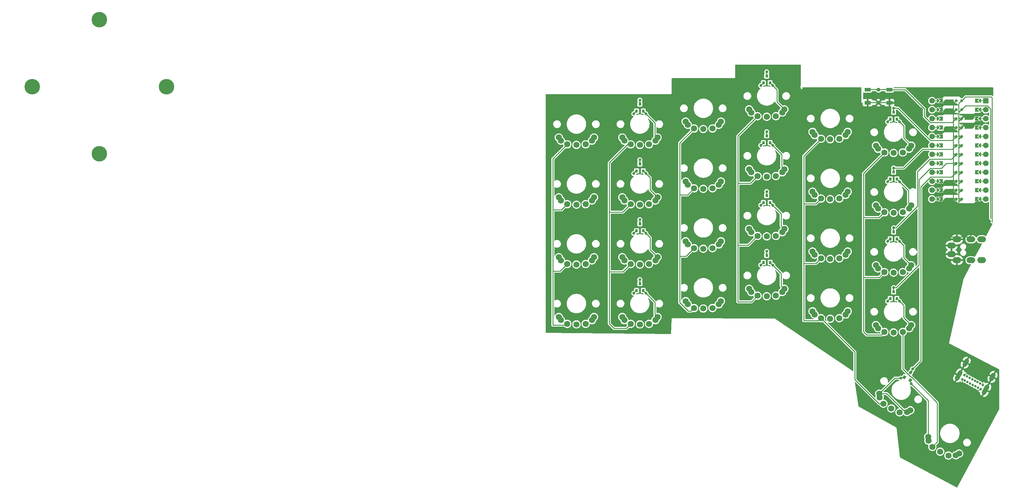
<source format=gbr>
%TF.GenerationSoftware,KiCad,Pcbnew,7.0.6*%
%TF.CreationDate,2023-11-22T22:17:55+08:00*%
%TF.ProjectId,handfull,68616e64-6675-46c6-9c2e-6b696361645f,rev?*%
%TF.SameCoordinates,Original*%
%TF.FileFunction,Copper,L2,Bot*%
%TF.FilePolarity,Positive*%
%FSLAX46Y46*%
G04 Gerber Fmt 4.6, Leading zero omitted, Abs format (unit mm)*
G04 Created by KiCad (PCBNEW 7.0.6) date 2023-11-22 22:17:55*
%MOMM*%
%LPD*%
G01*
G04 APERTURE LIST*
G04 Aperture macros list*
%AMHorizOval*
0 Thick line with rounded ends*
0 $1 width*
0 $2 $3 position (X,Y) of the first rounded end (center of the circle)*
0 $4 $5 position (X,Y) of the second rounded end (center of the circle)*
0 Add line between two ends*
20,1,$1,$2,$3,$4,$5,0*
0 Add two circle primitives to create the rounded ends*
1,1,$1,$2,$3*
1,1,$1,$4,$5*%
%AMRotRect*
0 Rectangle, with rotation*
0 The origin of the aperture is its center*
0 $1 length*
0 $2 width*
0 $3 Rotation angle, in degrees counterclockwise*
0 Add horizontal line*
21,1,$1,$2,0,0,$3*%
%AMFreePoly0*
4,1,41,0.142350,0.531259,0.275000,0.476314,0.388909,0.388909,0.476314,0.275000,0.531259,0.142350,0.533280,0.127000,3.200000,0.127000,3.235780,0.121856,3.295980,0.083167,3.325707,0.018074,3.315523,-0.052758,3.268661,-0.106839,3.200000,-0.127000,0.533280,-0.127000,0.531259,-0.142350,0.476314,-0.275000,0.388909,-0.388909,0.275000,-0.476314,0.142350,-0.531259,0.000000,-0.550000,
-0.142350,-0.531259,-0.275000,-0.476314,-0.388909,-0.388909,-0.476314,-0.275000,-0.531259,-0.142350,-0.533280,-0.127000,-3.200000,-0.127000,-3.235780,-0.121856,-3.295980,-0.083167,-3.325707,-0.018074,-3.315523,0.052758,-3.268661,0.106839,-3.200000,0.127000,-0.533280,0.127000,-0.531259,0.142350,-0.476314,0.275000,-0.388909,0.388909,-0.275000,0.476314,-0.142350,0.531259,0.000000,0.550000,
0.142350,0.531259,0.142350,0.531259,$1*%
%AMFreePoly1*
4,1,5,0.125000,-0.500000,-0.125000,-0.500000,-0.125000,0.500000,0.125000,0.500000,0.125000,-0.500000,0.125000,-0.500000,$1*%
%AMFreePoly2*
4,1,6,0.600000,0.200000,0.000000,-0.400000,-0.600000,0.200000,-0.600000,0.400000,0.600000,0.400000,0.600000,0.200000,0.600000,0.200000,$1*%
%AMFreePoly3*
4,1,49,0.004652,0.123753,0.008918,0.124682,0.028635,0.117327,0.062500,0.108253,0.068172,0.102580,0.074910,0.100068,0.087486,0.083266,0.108253,0.062500,0.111163,0.051639,0.117119,0.043683,0.118510,0.024217,0.125000,0.000000,0.121245,-0.014013,0.122144,-0.026571,0.113772,-0.041901,0.108253,-0.062500,0.095633,-0.075119,0.088389,-0.088388,-0.641000,-0.817776,-0.641000,-4.770223,
0.088389,-5.499612,0.109711,-5.528094,0.124682,-5.596918,0.100068,-5.662910,0.043683,-5.705119,-0.026571,-5.710144,-0.088388,-5.676389,-0.854388,-4.910388,-0.867764,-4.892519,-0.871157,-4.889580,-0.871926,-4.886960,-0.875710,-4.881906,-0.882285,-4.851677,-0.891000,-4.822000,-0.891000,-0.766000,-0.887823,-0.743906,-0.888144,-0.739429,-0.886835,-0.737032,-0.885937,-0.730783,-0.869209,-0.704755,
-0.854388,-0.677612,-0.088388,0.088389,-0.064427,0.106325,-0.062500,0.108253,-0.061491,0.108523,-0.059906,0.109711,-0.044779,0.113001,0.000000,0.125000,0.004652,0.123753,0.004652,0.123753,$1*%
%AMFreePoly4*
4,1,6,0.600000,-0.250000,-0.600000,-0.250000,-0.600000,1.000000,0.000000,0.400000,0.600000,1.000000,0.600000,-0.250000,0.600000,-0.250000,$1*%
%AMFreePoly5*
4,1,28,0.123607,0.380423,0.235114,0.323607,0.323607,0.235114,0.380423,0.123607,0.400000,0.000000,0.380423,-0.123607,0.354361,-0.174755,0.839802,-0.660197,0.861465,-0.689135,0.876676,-0.759060,0.851668,-0.826108,0.794381,-0.868993,0.723004,-0.874097,0.660197,-0.839802,0.174755,-0.354361,0.123607,-0.380423,0.000000,-0.400000,-0.123607,-0.380423,-0.235114,-0.323607,-0.323607,-0.235114,
-0.380423,-0.123607,-0.400000,0.000000,-0.380423,0.123607,-0.323607,0.235114,-0.235114,0.323607,-0.123607,0.380423,0.000000,0.400000,0.123607,0.380423,0.123607,0.380423,$1*%
%AMFreePoly6*
4,1,28,0.826108,0.851668,0.868993,0.794381,0.874097,0.723004,0.839802,0.660197,0.354361,0.174755,0.380423,0.123607,0.400000,0.000000,0.380423,-0.123607,0.323607,-0.235114,0.235114,-0.323607,0.123607,-0.380423,0.000000,-0.400000,-0.123607,-0.380423,-0.235114,-0.323607,-0.323607,-0.235114,-0.380423,-0.123607,-0.400000,0.000000,-0.380423,0.123607,-0.323607,0.235114,-0.235114,0.323607,
-0.123607,0.380423,0.000000,0.400000,0.123607,0.380423,0.174755,0.354361,0.660197,0.839802,0.689135,0.861465,0.759060,0.876676,0.826108,0.851668,0.826108,0.851668,$1*%
%AMFreePoly7*
4,1,27,0.123607,0.380423,0.235114,0.323607,0.323607,0.235114,0.380423,0.123607,0.400000,0.000000,0.380423,-0.123607,0.323607,-0.235114,0.235114,-0.323607,0.123607,-0.380423,0.000000,-0.400000,-0.123607,-0.380423,-0.235114,-0.323607,-0.323607,-0.235114,-0.378694,-0.127000,-1.150000,-0.127000,-1.185780,-0.121856,-1.245980,-0.083167,-1.275707,-0.018074,-1.265523,0.052758,-1.218661,0.106839,
-1.150000,0.127000,-0.378694,0.127000,-0.323607,0.235114,-0.235114,0.323607,-0.123607,0.380423,0.000000,0.400000,0.123607,0.380423,0.123607,0.380423,$1*%
G04 Aperture macros list end*
%TA.AperFunction,ComponentPad*%
%ADD10C,1.750000*%
%TD*%
%TA.AperFunction,ComponentPad*%
%ADD11FreePoly0,0.000000*%
%TD*%
%TA.AperFunction,SMDPad,CuDef*%
%ADD12R,1.800000X1.100000*%
%TD*%
%TA.AperFunction,ComponentPad*%
%ADD13C,1.600000*%
%TD*%
%TA.AperFunction,ComponentPad*%
%ADD14R,1.600000X1.600000*%
%TD*%
%TA.AperFunction,SMDPad,CuDef*%
%ADD15FreePoly1,270.000000*%
%TD*%
%TA.AperFunction,SMDPad,CuDef*%
%ADD16FreePoly2,270.000000*%
%TD*%
%TA.AperFunction,SMDPad,CuDef*%
%ADD17FreePoly2,90.000000*%
%TD*%
%TA.AperFunction,SMDPad,CuDef*%
%ADD18FreePoly1,90.000000*%
%TD*%
%TA.AperFunction,SMDPad,CuDef*%
%ADD19FreePoly3,270.000000*%
%TD*%
%TA.AperFunction,ComponentPad*%
%ADD20C,0.800000*%
%TD*%
%TA.AperFunction,SMDPad,CuDef*%
%ADD21FreePoly4,90.000000*%
%TD*%
%TA.AperFunction,SMDPad,CuDef*%
%ADD22FreePoly4,270.000000*%
%TD*%
%TA.AperFunction,SMDPad,CuDef*%
%ADD23FreePoly3,90.000000*%
%TD*%
%TA.AperFunction,ComponentPad*%
%ADD24FreePoly5,90.000000*%
%TD*%
%TA.AperFunction,SMDPad,CuDef*%
%ADD25R,0.800000X0.900000*%
%TD*%
%TA.AperFunction,ComponentPad*%
%ADD26FreePoly6,90.000000*%
%TD*%
%TA.AperFunction,ComponentPad*%
%ADD27FreePoly7,90.000000*%
%TD*%
%TA.AperFunction,ComponentPad*%
%ADD28O,2.500000X1.700000*%
%TD*%
%TA.AperFunction,ComponentPad*%
%ADD29FreePoly5,61.801000*%
%TD*%
%TA.AperFunction,SMDPad,CuDef*%
%ADD30RotRect,0.900000X0.800000X61.801000*%
%TD*%
%TA.AperFunction,ComponentPad*%
%ADD31FreePoly6,61.801000*%
%TD*%
%TA.AperFunction,ComponentPad*%
%ADD32FreePoly7,61.801000*%
%TD*%
%TA.AperFunction,ComponentPad*%
%ADD33C,4.400000*%
%TD*%
%TA.AperFunction,ComponentPad*%
%ADD34C,0.700000*%
%TD*%
%TA.AperFunction,ComponentPad*%
%ADD35HorizOval,1.300000X0.448909X0.837246X-0.448909X-0.837246X0*%
%TD*%
%TA.AperFunction,ComponentPad*%
%ADD36HorizOval,1.300000X0.283521X0.528787X-0.283521X-0.528787X0*%
%TD*%
%TA.AperFunction,ViaPad*%
%ADD37C,0.800000*%
%TD*%
%TA.AperFunction,Conductor*%
%ADD38C,0.250000*%
%TD*%
G04 APERTURE END LIST*
D10*
%TO.P,K26,1,1*%
%TO.N,col5*%
X186978613Y-149717892D03*
X189199119Y-151078719D03*
X191561391Y-152175156D03*
%TO.P,K26,2,2*%
%TO.N,Net-(D14-A2)*%
X185784959Y-146865228D03*
X185888445Y-147941932D03*
X193643916Y-152100379D03*
X194597993Y-151590736D03*
%TD*%
%TO.P,K25,1,1*%
%TO.N,col4*%
X173126444Y-137438863D03*
X175346950Y-138799690D03*
X177709222Y-139896127D03*
%TO.P,K25,2,2*%
%TO.N,Net-(D14-A1)*%
X171932790Y-134586199D03*
X172036276Y-135662903D03*
X179791747Y-139821350D03*
X180745824Y-139311707D03*
%TD*%
D11*
%TO.P,SW2,1,1*%
%TO.N,reset*%
X171710000Y-48210000D03*
D12*
X174810000Y-48210000D03*
X168610000Y-48210000D03*
%TO.P,SW2,2,2*%
%TO.N,gnd*%
X174810000Y-51910000D03*
X168610000Y-51910000D03*
D11*
X171710000Y-51910000D03*
%TD*%
D13*
%TO.P,U2,*%
%TO.N,*%
X202135000Y-51363224D03*
D14*
X202135000Y-51363224D03*
D15*
X200865000Y-51363224D03*
D16*
X200357000Y-51363224D03*
D17*
X188673000Y-51363224D03*
D18*
X188165000Y-51363224D03*
D13*
X186895000Y-51363224D03*
X202135000Y-53903224D03*
D15*
X200865000Y-53903224D03*
D16*
X200357000Y-53903224D03*
D17*
X188673000Y-53903224D03*
D18*
X188165000Y-53903224D03*
D13*
X186895000Y-53903224D03*
X202135000Y-56443224D03*
D15*
X200865000Y-56443224D03*
D16*
X200357000Y-56443224D03*
D17*
X188673000Y-56443224D03*
D18*
X188165000Y-56443224D03*
D13*
X186895000Y-56443224D03*
X202135000Y-58983224D03*
D15*
X200865000Y-58983224D03*
D16*
X200357000Y-58983224D03*
D17*
X188673000Y-58983224D03*
D18*
X188165000Y-58983224D03*
D13*
X186895000Y-58983224D03*
X202135000Y-61523224D03*
D15*
X200865000Y-61523224D03*
D16*
X200357000Y-61523224D03*
D17*
X188673000Y-61523224D03*
D18*
X188165000Y-61523224D03*
D13*
X186895000Y-61523224D03*
X202135000Y-64063224D03*
D15*
X200865000Y-64063224D03*
D16*
X200357000Y-64063224D03*
D17*
X188673000Y-64063224D03*
D18*
X188165000Y-64063224D03*
D13*
X186895000Y-64063224D03*
X202135000Y-66603224D03*
D15*
X200865000Y-66603224D03*
D16*
X200357000Y-66603224D03*
D17*
X188673000Y-66603224D03*
D18*
X188165000Y-66603224D03*
D13*
X186895000Y-66603224D03*
X202135000Y-69143224D03*
D15*
X200865000Y-69143224D03*
D16*
X200357000Y-69143224D03*
D17*
X188673000Y-69143224D03*
D18*
X188165000Y-69143224D03*
D13*
X186895000Y-69143224D03*
X202135000Y-71683224D03*
D15*
X200865000Y-71683224D03*
D16*
X200357000Y-71683224D03*
D17*
X188673000Y-71683224D03*
D18*
X188165000Y-71683224D03*
D13*
X186895000Y-71683224D03*
X202135000Y-74223224D03*
D15*
X200865000Y-74223224D03*
D16*
X200357000Y-74223224D03*
D17*
X188673000Y-74223224D03*
D18*
X188165000Y-74223224D03*
D13*
X186895000Y-74223224D03*
X202135000Y-76763224D03*
D15*
X200865000Y-76763224D03*
D16*
X200357000Y-76763224D03*
D17*
X188673000Y-76763224D03*
D18*
X188165000Y-76763224D03*
D13*
X186895000Y-76763224D03*
X202135000Y-79303224D03*
D15*
X200865000Y-79303224D03*
D16*
X200357000Y-79303224D03*
D17*
X188673000Y-79303224D03*
D18*
X188165000Y-79303224D03*
D13*
X186895000Y-79303224D03*
D19*
%TO.P,U2,1,TX0/PD3*%
%TO.N,dataT*%
X195277000Y-51363224D03*
D20*
X195277000Y-51363224D03*
D21*
X189689000Y-51363224D03*
D19*
%TO.P,U2,2,RX1/PD2*%
%TO.N,dataR*%
X195277000Y-53903224D03*
D20*
X195277000Y-53903224D03*
D21*
X189689000Y-53903224D03*
D19*
%TO.P,U2,3,GND*%
%TO.N,gnd*%
X195277000Y-56443224D03*
D20*
X195277000Y-56443224D03*
D21*
X189689000Y-56443224D03*
D19*
%TO.P,U2,4,GND*%
X195277000Y-58983224D03*
D20*
X195277000Y-58983224D03*
D21*
X189689000Y-58983224D03*
D19*
%TO.P,U2,5,2/PD1*%
%TO.N,col0*%
X195277000Y-61523224D03*
D20*
X195277000Y-61523224D03*
D21*
X189689000Y-61523224D03*
D19*
%TO.P,U2,6,3/PD0*%
%TO.N,col1*%
X195277000Y-64063224D03*
D20*
X195277000Y-64063224D03*
D21*
X189689000Y-64063224D03*
D19*
%TO.P,U2,7,4/PD4*%
%TO.N,col2*%
X195277000Y-66603224D03*
D20*
X195277000Y-66603224D03*
D21*
X189689000Y-66603224D03*
D19*
%TO.P,U2,8,5/PC6*%
%TO.N,col3*%
X195277000Y-69143224D03*
D20*
X195277000Y-69143224D03*
D21*
X189689000Y-69143224D03*
D19*
%TO.P,U2,9,6/PD7*%
%TO.N,col4*%
X195277000Y-71683224D03*
D20*
X195277000Y-71683224D03*
D21*
X189689000Y-71683224D03*
D19*
%TO.P,U2,10,7/PE6*%
%TO.N,col5*%
X195277000Y-74223224D03*
D20*
X195277000Y-74223224D03*
D21*
X189689000Y-74223224D03*
D19*
%TO.P,U2,11,8/PB4*%
%TO.N,unconnected-(U2-8{slash}PB4-Pad11)*%
X195277000Y-76763224D03*
D20*
X195277000Y-76763224D03*
D21*
X189689000Y-76763224D03*
D19*
%TO.P,U2,12,9/PB5*%
%TO.N,unconnected-(U2-9{slash}PB5-Pad12)*%
X195277000Y-79303224D03*
D20*
X195277000Y-79303224D03*
D21*
X189689000Y-79303224D03*
D22*
%TO.P,U2,13,10/PB6*%
%TO.N,unconnected-(U2-10{slash}PB6-Pad13)*%
X199341000Y-79303224D03*
D23*
X193753000Y-79303224D03*
D20*
X193753000Y-79303224D03*
D22*
%TO.P,U2,14,16/PB2*%
%TO.N,unconnected-(U2-16{slash}PB2-Pad14)*%
X199341000Y-76763224D03*
D23*
X193753000Y-76763224D03*
D20*
X193753000Y-76763224D03*
D22*
%TO.P,U2,15,14/PB3*%
%TO.N,unconnected-(U2-14{slash}PB3-Pad15)*%
X199341000Y-74223224D03*
D23*
X193753000Y-74223224D03*
D20*
X193753000Y-74223224D03*
D22*
%TO.P,U2,16,15/PB1*%
%TO.N,row4*%
X199341000Y-71683224D03*
D23*
X193753000Y-71683224D03*
D20*
X193753000Y-71683224D03*
D22*
%TO.P,U2,17,A0/PF7*%
%TO.N,row3*%
X199341000Y-69143224D03*
D23*
X193753000Y-69143224D03*
D20*
X193753000Y-69143224D03*
D22*
%TO.P,U2,18,A1/PF6*%
%TO.N,row2*%
X199341000Y-66603224D03*
D23*
X193753000Y-66603224D03*
D20*
X193753000Y-66603224D03*
D22*
%TO.P,U2,19,A2/PF5*%
%TO.N,row1*%
X199341000Y-64063224D03*
D23*
X193753000Y-64063224D03*
D20*
X193753000Y-64063224D03*
D22*
%TO.P,U2,20,A3/PF4*%
%TO.N,row0*%
X199341000Y-61523224D03*
D23*
X193753000Y-61523224D03*
D20*
X193753000Y-61523224D03*
D22*
%TO.P,U2,21,VCC*%
%TO.N,vcc*%
X199341000Y-58983224D03*
D23*
X193753000Y-58983224D03*
D20*
X193753000Y-58983224D03*
D22*
%TO.P,U2,22,RST*%
%TO.N,reset*%
X199341000Y-56443224D03*
D23*
X193753000Y-56443224D03*
D20*
X193753000Y-56443224D03*
D22*
%TO.P,U2,23,GND*%
%TO.N,gnd*%
X199341000Y-53903224D03*
D23*
X193753000Y-53903224D03*
D20*
X193753000Y-53903224D03*
D22*
%TO.P,U2,24,B0*%
%TO.N,unconnected-(U2-B0-Pad24)*%
X199341000Y-51363224D03*
D23*
X193753000Y-51363224D03*
D20*
X193753000Y-51363224D03*
%TD*%
D10*
%TO.P,K3,1,1*%
%TO.N,col0*%
X83400000Y-97750000D03*
X86000000Y-97900000D03*
X88600000Y-97750000D03*
%TO.P,K3,2,2*%
%TO.N,Net-(D3-A1)*%
X81000000Y-95800000D03*
X81600000Y-96700000D03*
X90400000Y-96700000D03*
X91000000Y-95800000D03*
%TD*%
%TO.P,K7,1,1*%
%TO.N,col1*%
X101400000Y-97750000D03*
X104000000Y-97900000D03*
X106600000Y-97750000D03*
%TO.P,K7,2,2*%
%TO.N,Net-(D3-A2)*%
X99000000Y-95800000D03*
X99600000Y-96700000D03*
X108400000Y-96700000D03*
X109000000Y-95800000D03*
%TD*%
%TO.P,K16,1,1*%
%TO.N,col3*%
X137400000Y-106750000D03*
X140000000Y-106900000D03*
X142600000Y-106750000D03*
%TO.P,K16,2,2*%
%TO.N,Net-(D5-A2)*%
X135000000Y-104800000D03*
X135600000Y-105700000D03*
X144400000Y-105700000D03*
X145000000Y-104800000D03*
%TD*%
%TO.P,K17,1,1*%
%TO.N,col4*%
X155400000Y-62150000D03*
X158000000Y-62300000D03*
X160600000Y-62150000D03*
%TO.P,K17,2,2*%
%TO.N,Net-(D10-A1)*%
X153000000Y-60200000D03*
X153600000Y-61100000D03*
X162400000Y-61100000D03*
X163000000Y-60200000D03*
%TD*%
%TO.P,K11,1,1*%
%TO.N,col2*%
X119400000Y-93250000D03*
X122000000Y-93400000D03*
X124600000Y-93250000D03*
%TO.P,K11,2,2*%
%TO.N,Net-(D8-A1)*%
X117000000Y-91300000D03*
X117600000Y-92200000D03*
X126400000Y-92200000D03*
X127000000Y-91300000D03*
%TD*%
%TO.P,K5,1,1*%
%TO.N,col1*%
X101400000Y-63750000D03*
X104000000Y-63900000D03*
X106600000Y-63750000D03*
%TO.P,K5,2,2*%
%TO.N,Net-(D1-A2)*%
X99000000Y-61800000D03*
X99600000Y-62700000D03*
X108400000Y-62700000D03*
X109000000Y-61800000D03*
%TD*%
D24*
%TO.P,D4,1,A1*%
%TO.N,Net-(D4-A1)*%
X102300000Y-106050000D03*
D25*
X103050000Y-105300000D03*
%TO.P,D4,2,A2*%
%TO.N,Net-(D4-A2)*%
X104950000Y-105300000D03*
D26*
X105700000Y-106050000D03*
D27*
%TO.P,D4,3,K*%
%TO.N,row3*%
X104000000Y-102150000D03*
D25*
X104000000Y-103300000D03*
%TD*%
D24*
%TO.P,D10,1,A1*%
%TO.N,Net-(D10-A1)*%
X174300000Y-57350000D03*
D25*
X175050000Y-56600000D03*
%TO.P,D10,2,A2*%
%TO.N,Net-(D10-A2)*%
X176950000Y-56600000D03*
D26*
X177700000Y-57350000D03*
D27*
%TO.P,D10,3,K*%
%TO.N,row0*%
X176000000Y-53450000D03*
D25*
X176000000Y-54600000D03*
%TD*%
D10*
%TO.P,K23,1,1*%
%TO.N,col5*%
X173400000Y-100050000D03*
X176000000Y-100200000D03*
X178600000Y-100050000D03*
%TO.P,K23,2,2*%
%TO.N,Net-(D12-A2)*%
X171000000Y-98100000D03*
X171600000Y-99000000D03*
X180400000Y-99000000D03*
X181000000Y-98100000D03*
%TD*%
%TO.P,K14,1,1*%
%TO.N,col3*%
X137400000Y-72750000D03*
X140000000Y-72900000D03*
X142600000Y-72750000D03*
%TO.P,K14,2,2*%
%TO.N,Net-(D7-A2)*%
X135000000Y-70800000D03*
X135600000Y-71700000D03*
X144400000Y-71700000D03*
X145000000Y-70800000D03*
%TD*%
D28*
%TO.P,J5,S,Sleeve*%
%TO.N,gnd*%
X192460000Y-92470000D03*
%TO.P,J5,T,Tip*%
X193960000Y-96670000D03*
%TO.P,J5,R1,Ring1*%
%TO.N,dataT*%
X197960000Y-96670000D03*
%TO.P,J5,R2,Ring2*%
%TO.N,vcc*%
X200960000Y-96670000D03*
%TO.P,J5,R1,Ring1*%
%TO.N,dataT*%
X197960000Y-90720000D03*
%TO.P,J5,R2,Ring2*%
%TO.N,vcc*%
X200960000Y-90720000D03*
%TO.P,J5,S,Sleeve*%
%TO.N,gnd*%
X192460000Y-94920000D03*
%TO.P,J5,T,Tip*%
X193960000Y-90720000D03*
%TD*%
D10*
%TO.P,K18,1,1*%
%TO.N,col4*%
X155400000Y-79150000D03*
X158000000Y-79300000D03*
X160600000Y-79150000D03*
%TO.P,K18,2,2*%
%TO.N,Net-(D11-A1)*%
X153000000Y-77200000D03*
X153600000Y-78100000D03*
X162400000Y-78100000D03*
X163000000Y-77200000D03*
%TD*%
%TO.P,K10,1,1*%
%TO.N,col2*%
X119400000Y-76250000D03*
X122000000Y-76400000D03*
X124600000Y-76250000D03*
%TO.P,K10,2,2*%
%TO.N,Net-(D7-A1)*%
X117000000Y-74300000D03*
X117600000Y-75200000D03*
X126400000Y-75200000D03*
X127000000Y-74300000D03*
%TD*%
%TO.P,K6,1,1*%
%TO.N,col1*%
X101400000Y-80750000D03*
X104000000Y-80900000D03*
X106600000Y-80750000D03*
%TO.P,K6,2,2*%
%TO.N,Net-(D2-A2)*%
X99000000Y-78800000D03*
X99600000Y-79700000D03*
X108400000Y-79700000D03*
X109000000Y-78800000D03*
%TD*%
D29*
%TO.P,D14,1,A1*%
%TO.N,Net-(D14-A1)*%
X178042114Y-130191266D03*
D30*
X179057500Y-129884684D03*
%TO.P,D14,2,A2*%
%TO.N,Net-(D14-A2)*%
X180731992Y-130782501D03*
D31*
X181038574Y-131797887D03*
D32*
%TO.P,D14,3,K*%
%TO.N,row4*%
X181383232Y-127557461D03*
D30*
X180839816Y-128570969D03*
%TD*%
D24*
%TO.P,D1,1,A1*%
%TO.N,Net-(D1-A1)*%
X102300000Y-55050000D03*
D25*
X103050000Y-54300000D03*
%TO.P,D1,2,A2*%
%TO.N,Net-(D1-A2)*%
X104950000Y-54300000D03*
D26*
X105700000Y-55050000D03*
D27*
%TO.P,D1,3,K*%
%TO.N,row0*%
X104000000Y-51150000D03*
D25*
X104000000Y-52300000D03*
%TD*%
D10*
%TO.P,K12,1,1*%
%TO.N,col2*%
X119400000Y-110250000D03*
X122000000Y-110400000D03*
X124600000Y-110250000D03*
%TO.P,K12,2,2*%
%TO.N,Net-(D5-A1)*%
X117000000Y-108300000D03*
X117600000Y-109200000D03*
X126400000Y-109200000D03*
X127000000Y-108300000D03*
%TD*%
D24*
%TO.P,D5,1,A1*%
%TO.N,Net-(D5-A1)*%
X138300000Y-98050000D03*
D25*
X139050000Y-97300000D03*
%TO.P,D5,2,A2*%
%TO.N,Net-(D5-A2)*%
X140950000Y-97300000D03*
D26*
X141700000Y-98050000D03*
D27*
%TO.P,D5,3,K*%
%TO.N,row3*%
X140000000Y-94150000D03*
D25*
X140000000Y-95300000D03*
%TD*%
D10*
%TO.P,K22,1,1*%
%TO.N,col5*%
X173400000Y-83050000D03*
X176000000Y-83200000D03*
X178600000Y-83050000D03*
%TO.P,K22,2,2*%
%TO.N,Net-(D11-A2)*%
X171000000Y-81100000D03*
X171600000Y-82000000D03*
X180400000Y-82000000D03*
X181000000Y-81100000D03*
%TD*%
D33*
%TO.P,H13,*%
%TO.N,*%
X-68455000Y-47330000D03*
X-30355000Y-47330000D03*
X-49405000Y-66380000D03*
X-49405000Y-28280000D03*
%TD*%
D10*
%TO.P,K20,1,1*%
%TO.N,col4*%
X155400000Y-113150000D03*
X158000000Y-113300000D03*
X160600000Y-113150000D03*
%TO.P,K20,2,2*%
%TO.N,Net-(D9-A1)*%
X153000000Y-111200000D03*
X153600000Y-112100000D03*
X162400000Y-112100000D03*
X163000000Y-111200000D03*
%TD*%
%TO.P,K15,1,1*%
%TO.N,col3*%
X137400000Y-89750000D03*
X140000000Y-89900000D03*
X142600000Y-89750000D03*
%TO.P,K15,2,2*%
%TO.N,Net-(D8-A2)*%
X135000000Y-87800000D03*
X135600000Y-88700000D03*
X144400000Y-88700000D03*
X145000000Y-87800000D03*
%TD*%
%TO.P,K4,1,1*%
%TO.N,col0*%
X83400000Y-114750000D03*
X86000000Y-114900000D03*
X88600000Y-114750000D03*
%TO.P,K4,2,2*%
%TO.N,Net-(D4-A1)*%
X81000000Y-112800000D03*
X81600000Y-113700000D03*
X90400000Y-113700000D03*
X91000000Y-112800000D03*
%TD*%
%TO.P,K21,1,1*%
%TO.N,col5*%
X173400000Y-66050000D03*
X176000000Y-66200000D03*
X178600000Y-66050000D03*
%TO.P,K21,2,2*%
%TO.N,Net-(D10-A2)*%
X171000000Y-64100000D03*
X171600000Y-65000000D03*
X180400000Y-65000000D03*
X181000000Y-64100000D03*
%TD*%
%TO.P,K13,1,1*%
%TO.N,col3*%
X137400000Y-55750000D03*
X140000000Y-55900000D03*
X142600000Y-55750000D03*
%TO.P,K13,2,2*%
%TO.N,Net-(D6-A2)*%
X135000000Y-53800000D03*
X135600000Y-54700000D03*
X144400000Y-54700000D03*
X145000000Y-53800000D03*
%TD*%
%TO.P,K2,1,1*%
%TO.N,col0*%
X83400000Y-80750000D03*
X86000000Y-80900000D03*
X88600000Y-80750000D03*
%TO.P,K2,2,2*%
%TO.N,Net-(D2-A1)*%
X81000000Y-78800000D03*
X81600000Y-79700000D03*
X90400000Y-79700000D03*
X91000000Y-78800000D03*
%TD*%
D24*
%TO.P,D6,1,A1*%
%TO.N,Net-(D6-A1)*%
X138300000Y-47050000D03*
D25*
X139050000Y-46300000D03*
%TO.P,D6,2,A2*%
%TO.N,Net-(D6-A2)*%
X140950000Y-46300000D03*
D26*
X141700000Y-47050000D03*
D27*
%TO.P,D6,3,K*%
%TO.N,row0*%
X140000000Y-43150000D03*
D25*
X140000000Y-44300000D03*
%TD*%
D10*
%TO.P,K1,1,1*%
%TO.N,col0*%
X83400000Y-63750000D03*
X86000000Y-63900000D03*
X88600000Y-63750000D03*
%TO.P,K1,2,2*%
%TO.N,Net-(D1-A1)*%
X81000000Y-61800000D03*
X81600000Y-62700000D03*
X90400000Y-62700000D03*
X91000000Y-61800000D03*
%TD*%
D24*
%TO.P,D8,1,A1*%
%TO.N,Net-(D8-A1)*%
X138300000Y-81050000D03*
D25*
X139050000Y-80300000D03*
%TO.P,D8,2,A2*%
%TO.N,Net-(D8-A2)*%
X140950000Y-80300000D03*
D26*
X141700000Y-81050000D03*
D27*
%TO.P,D8,3,K*%
%TO.N,row2*%
X140000000Y-77150000D03*
D25*
X140000000Y-78300000D03*
%TD*%
D10*
%TO.P,K24,1,1*%
%TO.N,col5*%
X173400000Y-117050000D03*
X176000000Y-117200000D03*
X178600000Y-117050000D03*
%TO.P,K24,2,2*%
%TO.N,Net-(D9-A2)*%
X171000000Y-115100000D03*
X171600000Y-116000000D03*
X180400000Y-116000000D03*
X181000000Y-115100000D03*
%TD*%
D24*
%TO.P,D11,1,A1*%
%TO.N,Net-(D11-A1)*%
X174300000Y-74350000D03*
D25*
X175050000Y-73600000D03*
%TO.P,D11,2,A2*%
%TO.N,Net-(D11-A2)*%
X176950000Y-73600000D03*
D26*
X177700000Y-74350000D03*
D27*
%TO.P,D11,3,K*%
%TO.N,row1*%
X176000000Y-70450000D03*
D25*
X176000000Y-71600000D03*
%TD*%
D24*
%TO.P,D9,1,A1*%
%TO.N,Net-(D9-A1)*%
X174300000Y-108350000D03*
D25*
X175050000Y-107600000D03*
%TO.P,D9,2,A2*%
%TO.N,Net-(D9-A2)*%
X176950000Y-107600000D03*
D26*
X177700000Y-108350000D03*
D27*
%TO.P,D9,3,K*%
%TO.N,row3*%
X176000000Y-104450000D03*
D25*
X176000000Y-105600000D03*
%TD*%
D10*
%TO.P,K19,1,1*%
%TO.N,col4*%
X155400000Y-96150000D03*
X158000000Y-96300000D03*
X160600000Y-96150000D03*
%TO.P,K19,2,2*%
%TO.N,Net-(D12-A1)*%
X153000000Y-94200000D03*
X153600000Y-95100000D03*
X162400000Y-95100000D03*
X163000000Y-94200000D03*
%TD*%
D24*
%TO.P,D2,1,A1*%
%TO.N,Net-(D2-A1)*%
X102300000Y-72050000D03*
D25*
X103050000Y-71300000D03*
%TO.P,D2,2,A2*%
%TO.N,Net-(D2-A2)*%
X104950000Y-71300000D03*
D26*
X105700000Y-72050000D03*
D27*
%TO.P,D2,3,K*%
%TO.N,row1*%
X104000000Y-68150000D03*
D25*
X104000000Y-69300000D03*
%TD*%
D10*
%TO.P,K9,1,1*%
%TO.N,col2*%
X119400000Y-59250000D03*
X122000000Y-59400000D03*
X124600000Y-59250000D03*
%TO.P,K9,2,2*%
%TO.N,Net-(D6-A1)*%
X117000000Y-57300000D03*
X117600000Y-58200000D03*
X126400000Y-58200000D03*
X127000000Y-57300000D03*
%TD*%
D34*
%TO.P,J2,A1,GND*%
%TO.N,gnd*%
X200687007Y-133297827D03*
%TO.P,J2,A4,VBUS*%
%TO.N,vcc*%
X199937892Y-132896172D03*
%TO.P,J2,A5,CC1*%
%TO.N,unconnected-(J2-CC1-PadA5)*%
X199188777Y-132494517D03*
%TO.P,J2,A6,D+*%
%TO.N,dataR*%
X198439662Y-132092862D03*
%TO.P,J2,A7,D-*%
%TO.N,dataT*%
X197690547Y-131691207D03*
%TO.P,J2,A8,SBU1*%
%TO.N,unconnected-(J2-SBU1-PadA8)*%
X196941432Y-131289552D03*
%TO.P,J2,A9,VBUS*%
%TO.N,vcc*%
X196192317Y-130887897D03*
%TO.P,J2,A12,GND*%
%TO.N,gnd*%
X195443202Y-130486242D03*
%TO.P,J2,B1,GND*%
X196081125Y-129296471D03*
%TO.P,J2,B4,VBUS*%
%TO.N,vcc*%
X196830240Y-129698126D03*
%TO.P,J2,B5,CC2*%
%TO.N,unconnected-(J2-CC2-PadB5)*%
X197579355Y-130099781D03*
%TO.P,J2,B6,D+*%
%TO.N,dataR*%
X198328470Y-130501436D03*
%TO.P,J2,B7,D-*%
%TO.N,dataT*%
X199077585Y-130903091D03*
%TO.P,J2,B8,SBU2*%
%TO.N,unconnected-(J2-SBU2-PadB8)*%
X199826700Y-131304746D03*
%TO.P,J2,B9,VBUS*%
%TO.N,vcc*%
X200575814Y-131706401D03*
%TO.P,J2,B12,GND*%
%TO.N,gnd*%
X201324929Y-132108056D03*
D35*
%TO.P,J2,S1,SHIELD*%
X202108639Y-133492732D03*
D36*
X204069660Y-129835288D03*
D35*
X194494105Y-129410026D03*
D36*
X196455127Y-125752582D03*
%TD*%
D24*
%TO.P,D3,1,A1*%
%TO.N,Net-(D3-A1)*%
X102300000Y-89050000D03*
D25*
X103050000Y-88300000D03*
%TO.P,D3,2,A2*%
%TO.N,Net-(D3-A2)*%
X104950000Y-88300000D03*
D26*
X105700000Y-89050000D03*
D27*
%TO.P,D3,3,K*%
%TO.N,row2*%
X104000000Y-85150000D03*
D25*
X104000000Y-86300000D03*
%TD*%
D24*
%TO.P,D7,1,A1*%
%TO.N,Net-(D7-A1)*%
X138300000Y-64050000D03*
D25*
X139050000Y-63300000D03*
%TO.P,D7,2,A2*%
%TO.N,Net-(D7-A2)*%
X140950000Y-63300000D03*
D26*
X141700000Y-64050000D03*
D27*
%TO.P,D7,3,K*%
%TO.N,row1*%
X140000000Y-60150000D03*
D25*
X140000000Y-61300000D03*
%TD*%
D10*
%TO.P,K8,1,1*%
%TO.N,col1*%
X101400000Y-114750000D03*
X104000000Y-114900000D03*
X106600000Y-114750000D03*
%TO.P,K8,2,2*%
%TO.N,Net-(D4-A2)*%
X99000000Y-112800000D03*
X99600000Y-113700000D03*
X108400000Y-113700000D03*
X109000000Y-112800000D03*
%TD*%
D24*
%TO.P,D12,1,A1*%
%TO.N,Net-(D12-A1)*%
X174300000Y-91350000D03*
D25*
X175050000Y-90600000D03*
%TO.P,D12,2,A2*%
%TO.N,Net-(D12-A2)*%
X176950000Y-90600000D03*
D26*
X177700000Y-91350000D03*
D27*
%TO.P,D12,3,K*%
%TO.N,row2*%
X176000000Y-87450000D03*
D25*
X176000000Y-88600000D03*
%TD*%
D37*
%TO.N,gnd*%
X193100000Y-102860000D03*
X183840000Y-53760000D03*
%TD*%
D38*
%TO.N,row2*%
X182760000Y-81360000D02*
X176670000Y-87450000D01*
X190265828Y-67930000D02*
X186320000Y-67930000D01*
X190268604Y-67927224D02*
X190265828Y-67930000D01*
X192429000Y-67927224D02*
X190268604Y-67927224D01*
X186320000Y-67930000D02*
X182760000Y-71490000D01*
X176670000Y-87450000D02*
X176000000Y-87450000D01*
X193753000Y-66603224D02*
X192429000Y-67927224D01*
X182760000Y-71490000D02*
X182760000Y-81360000D01*
%TO.N,dataR*%
X203520000Y-53697233D02*
X203520000Y-84820000D01*
X202600991Y-52778224D02*
X203520000Y-53697233D01*
X196402000Y-52778224D02*
X202600991Y-52778224D01*
X195277000Y-53903224D02*
X196402000Y-52778224D01*
%TO.N,dataT*%
X203970000Y-50500000D02*
X203970000Y-85820000D01*
X203708224Y-50238224D02*
X203970000Y-50500000D01*
X196402000Y-50238224D02*
X203708224Y-50238224D01*
X195277000Y-51363224D02*
X196402000Y-50238224D01*
%TO.N,row4*%
X183670000Y-125270693D02*
X181383232Y-127557461D01*
X183670000Y-75857233D02*
X183670000Y-125270693D01*
X186520009Y-73007224D02*
X183670000Y-75857233D01*
X192429000Y-73007224D02*
X186520009Y-73007224D01*
X193753000Y-71683224D02*
X192429000Y-73007224D01*
%TO.N,row3*%
X176770000Y-104450000D02*
X176000000Y-104450000D01*
X186429009Y-70558224D02*
X183210000Y-73777233D01*
X189551776Y-70558224D02*
X186429009Y-70558224D01*
X190966776Y-69143224D02*
X189551776Y-70558224D01*
X193753000Y-69143224D02*
X190966776Y-69143224D01*
X183210000Y-73777233D02*
X183210000Y-98010000D01*
X183210000Y-98010000D02*
X176770000Y-104450000D01*
%TO.N,row0*%
X192628000Y-62648224D02*
X193753000Y-61523224D01*
X186429009Y-62648224D02*
X192628000Y-62648224D01*
X177230785Y-53450000D02*
X186429009Y-62648224D01*
X176000000Y-53450000D02*
X177230785Y-53450000D01*
%TO.N,row1*%
X184179009Y-65188224D02*
X192628000Y-65188224D01*
X192628000Y-65188224D02*
X193753000Y-64063224D01*
X178917233Y-70450000D02*
X184179009Y-65188224D01*
X176000000Y-70450000D02*
X178917233Y-70450000D01*
%TO.N,col5*%
X173400000Y-83050000D02*
X171870000Y-84580000D01*
X172525001Y-117924999D02*
X173400000Y-117050000D01*
X178600000Y-117050000D02*
X178600000Y-127563515D01*
X167460000Y-116990000D02*
X168394999Y-117924999D01*
X188365900Y-148330605D02*
X186978613Y-149717892D01*
X168394999Y-117924999D02*
X172525001Y-117924999D01*
X167460000Y-101520000D02*
X167460000Y-116990000D01*
X180908382Y-129871897D02*
X181061897Y-129871897D01*
X171870000Y-84580000D02*
X167460000Y-84580000D01*
X167460000Y-71990000D02*
X167460000Y-84580000D01*
X167460000Y-84580000D02*
X167460000Y-101520000D01*
X171930000Y-101520000D02*
X167460000Y-101520000D01*
X181061897Y-129871897D02*
X188365900Y-137175900D01*
X173400000Y-100050000D02*
X171930000Y-101520000D01*
X188365900Y-137175900D02*
X188365900Y-148330605D01*
X178600000Y-127563515D02*
X180908382Y-129871897D01*
X173400000Y-66050000D02*
X167460000Y-71990000D01*
%TO.N,col4*%
X154010000Y-97540000D02*
X150480000Y-97540000D01*
X171889008Y-137438863D02*
X173126444Y-137438863D01*
X150480000Y-80640000D02*
X150480000Y-97540000D01*
X155400000Y-62150000D02*
X150480000Y-67070000D01*
X150480000Y-113860000D02*
X154690000Y-113860000D01*
X154690000Y-113860000D02*
X155400000Y-113150000D01*
X155400000Y-113150000D02*
X165007193Y-122757193D01*
X155400000Y-96150000D02*
X154010000Y-97540000D01*
X150480000Y-97540000D02*
X150480000Y-113860000D01*
X153910000Y-80640000D02*
X150480000Y-80640000D01*
X165007193Y-122757193D02*
X165007193Y-130557048D01*
X155400000Y-79150000D02*
X153910000Y-80640000D01*
X150480000Y-67070000D02*
X150480000Y-80640000D01*
X165007193Y-130557048D02*
X171889008Y-137438863D01*
%TO.N,col3*%
X135680000Y-108470000D02*
X137400000Y-106750000D01*
X131820000Y-108470000D02*
X135680000Y-108470000D01*
X135330000Y-74820000D02*
X131820000Y-74820000D01*
X131820000Y-61330000D02*
X131820000Y-74820000D01*
X137400000Y-72750000D02*
X135330000Y-74820000D01*
X137400000Y-89750000D02*
X134700000Y-92450000D01*
X134700000Y-92450000D02*
X131820000Y-92450000D01*
X131820000Y-74820000D02*
X131820000Y-92450000D01*
X131820000Y-92450000D02*
X131820000Y-108470000D01*
X137400000Y-55750000D02*
X131820000Y-61330000D01*
%TO.N,col2*%
X118525001Y-111124999D02*
X119400000Y-110250000D01*
X117754999Y-111124999D02*
X118525001Y-111124999D01*
X119400000Y-76250000D02*
X117550000Y-78100000D01*
X117550000Y-78100000D02*
X115274100Y-78100000D01*
X119400000Y-59250000D02*
X115274100Y-63375900D01*
X119400000Y-93250000D02*
X117110000Y-95540000D01*
X115274100Y-78100000D02*
X115274100Y-95540000D01*
X117110000Y-95540000D02*
X115274100Y-95540000D01*
X115274100Y-108644100D02*
X117754999Y-111124999D01*
X115274100Y-63375900D02*
X115274100Y-78100000D01*
X115274100Y-95540000D02*
X115274100Y-108644100D01*
%TO.N,col1*%
X101400000Y-80750000D02*
X99130000Y-83020000D01*
X101400000Y-114750000D02*
X100110000Y-116040000D01*
X100550000Y-63750000D02*
X101400000Y-63750000D01*
X100110000Y-116040000D02*
X96700000Y-116040000D01*
X99130000Y-83020000D02*
X95310000Y-83020000D01*
X95310000Y-83020000D02*
X95310000Y-68990000D01*
X95310000Y-68990000D02*
X100550000Y-63750000D01*
X96700000Y-116040000D02*
X95310000Y-114650000D01*
X95310000Y-99920000D02*
X95310000Y-83020000D01*
X95310000Y-114650000D02*
X95310000Y-99920000D01*
X99230000Y-99920000D02*
X95310000Y-99920000D01*
X101400000Y-97750000D02*
X99230000Y-99920000D01*
%TO.N,col0*%
X79274100Y-115075900D02*
X83074100Y-115075900D01*
X83400000Y-63750000D02*
X79274100Y-67875900D01*
X83400000Y-97750000D02*
X81370000Y-99780000D01*
X79274100Y-99780000D02*
X79274100Y-115075900D01*
X79274100Y-82350000D02*
X79274100Y-99780000D01*
X79274100Y-67875900D02*
X79274100Y-82350000D01*
X81800000Y-82350000D02*
X79274100Y-82350000D01*
X83074100Y-115075900D02*
X83400000Y-114750000D01*
X83400000Y-80750000D02*
X81800000Y-82350000D01*
X81370000Y-99780000D02*
X79274100Y-99780000D01*
%TO.N,gnd*%
X185689740Y-120470260D02*
X185689740Y-125094785D01*
X186020000Y-90040000D02*
X186020000Y-120140000D01*
X185689740Y-125094785D02*
X191114955Y-130520000D01*
X197430000Y-90040000D02*
X186020000Y-90040000D01*
X203520000Y-85540000D02*
X202620000Y-86440000D01*
X202620000Y-86440000D02*
X201030000Y-86440000D01*
X186020000Y-120140000D02*
X185689740Y-120470260D01*
X201030000Y-86440000D02*
X197430000Y-90040000D01*
%TO.N,Net-(D1-A2)*%
X108274100Y-61074100D02*
X109000000Y-61800000D01*
X108274100Y-57624100D02*
X108274100Y-61074100D01*
X105700000Y-55050000D02*
X108274100Y-57624100D01*
%TO.N,Net-(D2-A2)*%
X105700000Y-72050000D02*
X106875000Y-73225000D01*
X106875000Y-76675000D02*
X109000000Y-78800000D01*
X106875000Y-73225000D02*
X106875000Y-76675000D01*
%TO.N,Net-(D3-A2)*%
X106875000Y-90225000D02*
X106875000Y-93675000D01*
X105700000Y-89050000D02*
X106875000Y-90225000D01*
X106875000Y-93675000D02*
X109000000Y-95800000D01*
%TO.N,Net-(D4-A2)*%
X108274100Y-112074100D02*
X109000000Y-112800000D01*
X105700000Y-106050000D02*
X108274100Y-108624100D01*
X108274100Y-108624100D02*
X108274100Y-112074100D01*
%TO.N,Net-(D6-A2)*%
X142875000Y-48225000D02*
X142875000Y-51675000D01*
X142875000Y-51675000D02*
X145000000Y-53800000D01*
X141700000Y-47050000D02*
X142875000Y-48225000D01*
%TO.N,Net-(D7-A2)*%
X144274100Y-66624100D02*
X144274100Y-70074100D01*
X141700000Y-64050000D02*
X144274100Y-66624100D01*
X144274100Y-70074100D02*
X145000000Y-70800000D01*
%TO.N,Net-(D8-A2)*%
X144125001Y-83475001D02*
X144125001Y-86925001D01*
X144125001Y-86925001D02*
X145000000Y-87800000D01*
X141700000Y-81050000D02*
X144125001Y-83475001D01*
%TO.N,Net-(D5-A2)*%
X141700000Y-98050000D02*
X144125001Y-100475001D01*
X144125001Y-103925001D02*
X145000000Y-104800000D01*
X144125001Y-100475001D02*
X144125001Y-103925001D01*
%TO.N,Net-(D10-A2)*%
X178875000Y-61975000D02*
X181000000Y-64100000D01*
X177700000Y-57350000D02*
X178875000Y-58525000D01*
X178875000Y-58525000D02*
X178875000Y-61975000D01*
%TO.N,Net-(D11-A2)*%
X180274100Y-80374100D02*
X181000000Y-81100000D01*
X180274100Y-76924100D02*
X180274100Y-80374100D01*
X177700000Y-74350000D02*
X180274100Y-76924100D01*
%TO.N,Net-(D12-A2)*%
X177700000Y-91350000D02*
X178875000Y-92525000D01*
X178875000Y-95975000D02*
X181000000Y-98100000D01*
X178875000Y-92525000D02*
X178875000Y-95975000D01*
%TO.N,Net-(D9-A2)*%
X177700000Y-108350000D02*
X178875000Y-109525000D01*
X178875000Y-109525000D02*
X178875000Y-112975000D01*
X178875000Y-112975000D02*
X181000000Y-115100000D01*
%TO.N,Net-(D14-A1)*%
X171932790Y-134586199D02*
X174096351Y-134586199D01*
X176327723Y-130191266D02*
X171932790Y-134586199D01*
X178042114Y-130191266D02*
X176327723Y-130191266D01*
X174096351Y-134586199D02*
X178821859Y-139311707D01*
X178821859Y-139311707D02*
X180745824Y-139311707D01*
%TO.N,Net-(D14-A2)*%
X185784959Y-136544272D02*
X185784959Y-146865228D01*
X181038574Y-131797887D02*
X185784959Y-136544272D01*
%TO.N,reset*%
X193753000Y-56443224D02*
X192628000Y-57568224D01*
X186429009Y-57568224D02*
X184700000Y-55839215D01*
X184700000Y-55839215D02*
X184700000Y-53594695D01*
X192628000Y-57568224D02*
X186429009Y-57568224D01*
X184700000Y-53594695D02*
X179315305Y-48210000D01*
X179315305Y-48210000D02*
X174810000Y-48210000D01*
%TD*%
%TA.AperFunction,Conductor*%
%TO.N,gnd*%
G36*
X192710000Y-94420000D02*
G01*
X192209999Y-94420000D01*
X192209999Y-92970000D01*
X192710000Y-92970000D01*
X192710000Y-94420000D01*
G37*
%TD.AperFunction*%
%TA.AperFunction,Conductor*%
G36*
X193045741Y-73906836D02*
G01*
X193081705Y-73956336D01*
X193081705Y-74017522D01*
X193080128Y-74022001D01*
X193070387Y-74047688D01*
X193067859Y-74054354D01*
X193047355Y-74223222D01*
X193047355Y-74223224D01*
X193067860Y-74392096D01*
X193128182Y-74551154D01*
X193224817Y-74691153D01*
X193352148Y-74803958D01*
X193502775Y-74883014D01*
X193667944Y-74923724D01*
X193667947Y-74923724D01*
X193803384Y-74923724D01*
X193861575Y-74942631D01*
X193873387Y-74952720D01*
X194164597Y-75243929D01*
X194168326Y-75248107D01*
X194173527Y-75254645D01*
X194204765Y-75284097D01*
X194223949Y-75303280D01*
X194223949Y-75303281D01*
X194227154Y-75306486D01*
X194227157Y-75306488D01*
X194227158Y-75306489D01*
X194231494Y-75309735D01*
X194235785Y-75313343D01*
X194255268Y-75331713D01*
X194255270Y-75331714D01*
X194255411Y-75331805D01*
X194255418Y-75331810D01*
X194255419Y-75331810D01*
X194293241Y-75356118D01*
X194296134Y-75358126D01*
X194296794Y-75358620D01*
X194296814Y-75358633D01*
X194297541Y-75359030D01*
X194300564Y-75360823D01*
X194302194Y-75361871D01*
X194317013Y-75371395D01*
X194317033Y-75371406D01*
X194332501Y-75379271D01*
X194375803Y-75422498D01*
X194385426Y-75482922D01*
X194357696Y-75537462D01*
X194303203Y-75565287D01*
X194287632Y-75566519D01*
X190525501Y-75566519D01*
X190519898Y-75566201D01*
X190511609Y-75565257D01*
X190511607Y-75565257D01*
X190511604Y-75565257D01*
X190499288Y-75565619D01*
X190468697Y-75566519D01*
X190441563Y-75566519D01*
X190437028Y-75566519D01*
X190431654Y-75567291D01*
X190426071Y-75567773D01*
X190418684Y-75567990D01*
X190399316Y-75568560D01*
X190399311Y-75568560D01*
X190399310Y-75568561D01*
X190385304Y-75571608D01*
X190362994Y-75576461D01*
X190355179Y-75578159D01*
X190351749Y-75578779D01*
X190350914Y-75578899D01*
X190350877Y-75578907D01*
X190350081Y-75579141D01*
X190346698Y-75580003D01*
X190327597Y-75584160D01*
X190327570Y-75584167D01*
X190269047Y-75603241D01*
X190269037Y-75603247D01*
X190266954Y-75604674D01*
X190248320Y-75614698D01*
X190241444Y-75617495D01*
X190200588Y-75649998D01*
X190197752Y-75652094D01*
X190176371Y-75666744D01*
X190176370Y-75666745D01*
X190166055Y-75677062D01*
X190161870Y-75680799D01*
X190153528Y-75687436D01*
X190153524Y-75687440D01*
X190140720Y-75702216D01*
X190138313Y-75704801D01*
X189811357Y-76031758D01*
X189756840Y-76059536D01*
X189741353Y-76060755D01*
X188688997Y-76060755D01*
X188649788Y-76068554D01*
X188635996Y-76077769D01*
X188577107Y-76094373D01*
X188525999Y-76077766D01*
X188512212Y-76068554D01*
X188512213Y-76068554D01*
X188473002Y-76060755D01*
X188473000Y-76060755D01*
X188273000Y-76060755D01*
X188272997Y-76060755D01*
X188233788Y-76068554D01*
X188200544Y-76090766D01*
X188200542Y-76090768D01*
X188178330Y-76124012D01*
X188170531Y-76163221D01*
X188170531Y-76233519D01*
X188151624Y-76291710D01*
X188102124Y-76327674D01*
X188071531Y-76332519D01*
X187971217Y-76332519D01*
X187913026Y-76313612D01*
X187882596Y-76277646D01*
X187834679Y-76181414D01*
X187834676Y-76181409D01*
X187834673Y-76181403D01*
X187711764Y-76018645D01*
X187561041Y-75881243D01*
X187387637Y-75773876D01*
X187197456Y-75700200D01*
X187197455Y-75700199D01*
X187197453Y-75700199D01*
X186996976Y-75662724D01*
X186793024Y-75662724D01*
X186592546Y-75700199D01*
X186587340Y-75702216D01*
X186402363Y-75773876D01*
X186247602Y-75869700D01*
X186228959Y-75881243D01*
X186117618Y-75982744D01*
X186078236Y-76018645D01*
X186045804Y-76061592D01*
X185955328Y-76181401D01*
X185955323Y-76181410D01*
X185878611Y-76335470D01*
X185864418Y-76363974D01*
X185808603Y-76560141D01*
X185789785Y-76763224D01*
X185808603Y-76966307D01*
X185864418Y-77162474D01*
X185955327Y-77345045D01*
X186078236Y-77507803D01*
X186228959Y-77645205D01*
X186402363Y-77752572D01*
X186592544Y-77826248D01*
X186793024Y-77863724D01*
X186996976Y-77863724D01*
X187197456Y-77826248D01*
X187387637Y-77752572D01*
X187561041Y-77645205D01*
X187711764Y-77507803D01*
X187834673Y-77345045D01*
X187845666Y-77322968D01*
X187882596Y-77248802D01*
X187925458Y-77205139D01*
X187971217Y-77193929D01*
X188071531Y-77193929D01*
X188129722Y-77212836D01*
X188165686Y-77262336D01*
X188170531Y-77292929D01*
X188170531Y-77363226D01*
X188178330Y-77402435D01*
X188178330Y-77402436D01*
X188178331Y-77402437D01*
X188200543Y-77435681D01*
X188233787Y-77457893D01*
X188273000Y-77465693D01*
X188273001Y-77465693D01*
X188472999Y-77465693D01*
X188473000Y-77465693D01*
X188512213Y-77457893D01*
X188526000Y-77448680D01*
X188584884Y-77432073D01*
X188635998Y-77448680D01*
X188649787Y-77457893D01*
X188649786Y-77457893D01*
X188662738Y-77460469D01*
X188689000Y-77465693D01*
X188689001Y-77465693D01*
X189938999Y-77465693D01*
X189939000Y-77465693D01*
X189978213Y-77457893D01*
X190011457Y-77435681D01*
X190033669Y-77402437D01*
X190041469Y-77363224D01*
X190041469Y-77060872D01*
X190060376Y-77002681D01*
X190070465Y-76990868D01*
X190604408Y-76456925D01*
X190658925Y-76429148D01*
X190674412Y-76427929D01*
X192987550Y-76427929D01*
X193045741Y-76446836D01*
X193081705Y-76496336D01*
X193081705Y-76557522D01*
X193080128Y-76562001D01*
X193073859Y-76578535D01*
X193067859Y-76594354D01*
X193047355Y-76763222D01*
X193047355Y-76763224D01*
X193067860Y-76932096D01*
X193128182Y-77091154D01*
X193224817Y-77231153D01*
X193352148Y-77343958D01*
X193502775Y-77423014D01*
X193667944Y-77463724D01*
X193667947Y-77463724D01*
X193803384Y-77463724D01*
X193861575Y-77482631D01*
X193873387Y-77492720D01*
X194164597Y-77783929D01*
X194168326Y-77788107D01*
X194173527Y-77794645D01*
X194204765Y-77824097D01*
X194223949Y-77843280D01*
X194223949Y-77843281D01*
X194227154Y-77846486D01*
X194227157Y-77846488D01*
X194227158Y-77846489D01*
X194231494Y-77849735D01*
X194235785Y-77853343D01*
X194255268Y-77871713D01*
X194255270Y-77871714D01*
X194255411Y-77871805D01*
X194255418Y-77871810D01*
X194255419Y-77871810D01*
X194293241Y-77896118D01*
X194296134Y-77898126D01*
X194296794Y-77898620D01*
X194296814Y-77898633D01*
X194297541Y-77899030D01*
X194300570Y-77900827D01*
X194317013Y-77911395D01*
X194317033Y-77911406D01*
X194332501Y-77919271D01*
X194375803Y-77962498D01*
X194385426Y-78022922D01*
X194357696Y-78077462D01*
X194303203Y-78105287D01*
X194287632Y-78106519D01*
X190525501Y-78106519D01*
X190519898Y-78106201D01*
X190511609Y-78105257D01*
X190511607Y-78105257D01*
X190511604Y-78105257D01*
X190499288Y-78105619D01*
X190468697Y-78106519D01*
X190441563Y-78106519D01*
X190437028Y-78106519D01*
X190431654Y-78107291D01*
X190426071Y-78107773D01*
X190418684Y-78107990D01*
X190399316Y-78108560D01*
X190399311Y-78108560D01*
X190399310Y-78108561D01*
X190385304Y-78111608D01*
X190362994Y-78116461D01*
X190355179Y-78118159D01*
X190351749Y-78118779D01*
X190350914Y-78118899D01*
X190350877Y-78118907D01*
X190350081Y-78119141D01*
X190346698Y-78120003D01*
X190327597Y-78124160D01*
X190327570Y-78124167D01*
X190269047Y-78143241D01*
X190269037Y-78143247D01*
X190266954Y-78144674D01*
X190248320Y-78154698D01*
X190241444Y-78157495D01*
X190200588Y-78189998D01*
X190197752Y-78192094D01*
X190176371Y-78206744D01*
X190176370Y-78206745D01*
X190166055Y-78217062D01*
X190161870Y-78220799D01*
X190153528Y-78227436D01*
X190153524Y-78227440D01*
X190140720Y-78242216D01*
X190138313Y-78244801D01*
X189811357Y-78571758D01*
X189756840Y-78599536D01*
X189741353Y-78600755D01*
X188688997Y-78600755D01*
X188649788Y-78608554D01*
X188635996Y-78617769D01*
X188577107Y-78634373D01*
X188525999Y-78617766D01*
X188512212Y-78608554D01*
X188512213Y-78608554D01*
X188473002Y-78600755D01*
X188473000Y-78600755D01*
X188273000Y-78600755D01*
X188272997Y-78600755D01*
X188233788Y-78608554D01*
X188200544Y-78630766D01*
X188200542Y-78630768D01*
X188178330Y-78664012D01*
X188170531Y-78703221D01*
X188170531Y-78773519D01*
X188151624Y-78831710D01*
X188102124Y-78867674D01*
X188071531Y-78872519D01*
X187971217Y-78872519D01*
X187913026Y-78853612D01*
X187882596Y-78817646D01*
X187834679Y-78721414D01*
X187834676Y-78721409D01*
X187834673Y-78721403D01*
X187711764Y-78558645D01*
X187561041Y-78421243D01*
X187387637Y-78313876D01*
X187197456Y-78240200D01*
X187197455Y-78240199D01*
X187197453Y-78240199D01*
X186996976Y-78202724D01*
X186793024Y-78202724D01*
X186592546Y-78240199D01*
X186583886Y-78243554D01*
X186402363Y-78313876D01*
X186285207Y-78386416D01*
X186228959Y-78421243D01*
X186117618Y-78522744D01*
X186078236Y-78558645D01*
X186068334Y-78571758D01*
X185955328Y-78721401D01*
X185955323Y-78721410D01*
X185868726Y-78895322D01*
X185864418Y-78903974D01*
X185823557Y-79047585D01*
X185808603Y-79100141D01*
X185792536Y-79273540D01*
X185789785Y-79303224D01*
X185808603Y-79506307D01*
X185864418Y-79702474D01*
X185955327Y-79885045D01*
X186078236Y-80047803D01*
X186228959Y-80185205D01*
X186402363Y-80292572D01*
X186592544Y-80366248D01*
X186793024Y-80403724D01*
X186996976Y-80403724D01*
X187197456Y-80366248D01*
X187387637Y-80292572D01*
X187561041Y-80185205D01*
X187711764Y-80047803D01*
X187834673Y-79885045D01*
X187856569Y-79841071D01*
X187882596Y-79788802D01*
X187925458Y-79745139D01*
X187971217Y-79733929D01*
X188071531Y-79733929D01*
X188129722Y-79752836D01*
X188165686Y-79802336D01*
X188170531Y-79832929D01*
X188170531Y-79903226D01*
X188178330Y-79942435D01*
X188178330Y-79942436D01*
X188178331Y-79942437D01*
X188200543Y-79975681D01*
X188233787Y-79997893D01*
X188273000Y-80005693D01*
X188273001Y-80005693D01*
X188472999Y-80005693D01*
X188473000Y-80005693D01*
X188512213Y-79997893D01*
X188526000Y-79988680D01*
X188584884Y-79972073D01*
X188635998Y-79988680D01*
X188649787Y-79997893D01*
X188649786Y-79997893D01*
X188662738Y-80000469D01*
X188689000Y-80005693D01*
X188689001Y-80005693D01*
X189938999Y-80005693D01*
X189939000Y-80005693D01*
X189978213Y-79997893D01*
X190011457Y-79975681D01*
X190033669Y-79942437D01*
X190041469Y-79903224D01*
X190041469Y-79600870D01*
X190060376Y-79542680D01*
X190070459Y-79530873D01*
X190604407Y-78996925D01*
X190658925Y-78969148D01*
X190674412Y-78967929D01*
X192987550Y-78967929D01*
X193045741Y-78986836D01*
X193081705Y-79036336D01*
X193081705Y-79097522D01*
X193080128Y-79102001D01*
X193070555Y-79127245D01*
X193067859Y-79134354D01*
X193050959Y-79273540D01*
X193047355Y-79303224D01*
X193067860Y-79472096D01*
X193128182Y-79631154D01*
X193224817Y-79771153D01*
X193352148Y-79883958D01*
X193502775Y-79963014D01*
X193667944Y-80003724D01*
X193667947Y-80003724D01*
X193803384Y-80003724D01*
X193861575Y-80022631D01*
X193873387Y-80032720D01*
X194164597Y-80323929D01*
X194168326Y-80328107D01*
X194173527Y-80334645D01*
X194204765Y-80364097D01*
X194223949Y-80383280D01*
X194223949Y-80383281D01*
X194227154Y-80386486D01*
X194227157Y-80386488D01*
X194227158Y-80386489D01*
X194231494Y-80389735D01*
X194235785Y-80393343D01*
X194255268Y-80411713D01*
X194255270Y-80411714D01*
X194255411Y-80411805D01*
X194255418Y-80411810D01*
X194255419Y-80411810D01*
X194293241Y-80436118D01*
X194296134Y-80438126D01*
X194296794Y-80438620D01*
X194296814Y-80438633D01*
X194297541Y-80439030D01*
X194300570Y-80440827D01*
X194317013Y-80451395D01*
X194317025Y-80451402D01*
X194364420Y-80475500D01*
X194371864Y-80479285D01*
X194374346Y-80479749D01*
X194394613Y-80485838D01*
X194398122Y-80487317D01*
X194401493Y-80488738D01*
X194453307Y-80494638D01*
X194456804Y-80495163D01*
X194482297Y-80499929D01*
X194496952Y-80499929D01*
X194502554Y-80500246D01*
X194513118Y-80501450D01*
X194532631Y-80500053D01*
X194536147Y-80499928D01*
X198504488Y-80499928D01*
X198510092Y-80500246D01*
X198518387Y-80501189D01*
X198518393Y-80501191D01*
X198561283Y-80499929D01*
X198592971Y-80499929D01*
X198592972Y-80499929D01*
X198598338Y-80499156D01*
X198603923Y-80498673D01*
X198630690Y-80497887D01*
X198630887Y-80497844D01*
X198630897Y-80497845D01*
X198670919Y-80489135D01*
X198670920Y-80489136D01*
X198674827Y-80488285D01*
X198678301Y-80487659D01*
X198679102Y-80487545D01*
X198679893Y-80487312D01*
X198683295Y-80486443D01*
X198702418Y-80482284D01*
X198760957Y-80463204D01*
X198763023Y-80461787D01*
X198781692Y-80451744D01*
X198788556Y-80448952D01*
X198829446Y-80416419D01*
X198832236Y-80414359D01*
X198853633Y-80399699D01*
X198857025Y-80396306D01*
X198857024Y-80396305D01*
X198863941Y-80389386D01*
X198868130Y-80385646D01*
X198876474Y-80379009D01*
X198889286Y-80364220D01*
X198891662Y-80361667D01*
X199218641Y-80034689D01*
X199273158Y-80006912D01*
X199288645Y-80005693D01*
X200340999Y-80005693D01*
X200341000Y-80005693D01*
X200380213Y-79997893D01*
X200394001Y-79988680D01*
X200452887Y-79972073D01*
X200503998Y-79988680D01*
X200517787Y-79997893D01*
X200557000Y-80005693D01*
X200557001Y-80005693D01*
X200756999Y-80005693D01*
X200757000Y-80005693D01*
X200796213Y-79997893D01*
X200829457Y-79975681D01*
X200851669Y-79942437D01*
X200859469Y-79903224D01*
X200859469Y-79832929D01*
X200878376Y-79774738D01*
X200927876Y-79738774D01*
X200958469Y-79733929D01*
X201058783Y-79733929D01*
X201116974Y-79752836D01*
X201147404Y-79788802D01*
X201195320Y-79885033D01*
X201195325Y-79885041D01*
X201195327Y-79885045D01*
X201318236Y-80047803D01*
X201468959Y-80185205D01*
X201642363Y-80292572D01*
X201832544Y-80366248D01*
X202033024Y-80403724D01*
X202236976Y-80403724D01*
X202437456Y-80366248D01*
X202627637Y-80292572D01*
X202801041Y-80185205D01*
X202928807Y-80068730D01*
X202984545Y-80043502D01*
X203044471Y-80055854D01*
X203085691Y-80101070D01*
X203094500Y-80141893D01*
X203094500Y-84853488D01*
X203106384Y-84928524D01*
X203110281Y-84953125D01*
X203110283Y-84953132D01*
X203171470Y-85073217D01*
X203171472Y-85073220D01*
X203266780Y-85168528D01*
X203386874Y-85229719D01*
X203460987Y-85241457D01*
X203515503Y-85269234D01*
X203543281Y-85323751D01*
X203544500Y-85339238D01*
X203544500Y-85853489D01*
X203560281Y-85953125D01*
X203560283Y-85953132D01*
X203615867Y-86062220D01*
X203621472Y-86073220D01*
X203716780Y-86168528D01*
X203836874Y-86229719D01*
X203940275Y-86246096D01*
X203994792Y-86273873D01*
X204022569Y-86328390D01*
X204012998Y-86388822D01*
X204012447Y-86389887D01*
X202228036Y-89789568D01*
X202184250Y-89832305D01*
X202123707Y-89841144D01*
X202080716Y-89822561D01*
X201968263Y-89737640D01*
X201968262Y-89737639D01*
X201968255Y-89737634D01*
X201777389Y-89642595D01*
X201572310Y-89584244D01*
X201572312Y-89584244D01*
X201413196Y-89569500D01*
X201413194Y-89569500D01*
X200506806Y-89569500D01*
X200506803Y-89569500D01*
X200347688Y-89584244D01*
X200184574Y-89630655D01*
X200142611Y-89642595D01*
X200142610Y-89642595D01*
X200142608Y-89642596D01*
X199951752Y-89737630D01*
X199951743Y-89737635D01*
X199800038Y-89852199D01*
X199781593Y-89866128D01*
X199781589Y-89866131D01*
X199781586Y-89866135D01*
X199637952Y-90023692D01*
X199637946Y-90023699D01*
X199544171Y-90175152D01*
X199497463Y-90214673D01*
X199436444Y-90219192D01*
X199384423Y-90186982D01*
X199375829Y-90175152D01*
X199282053Y-90023699D01*
X199282047Y-90023692D01*
X199169786Y-89900549D01*
X199138407Y-89866128D01*
X198968255Y-89737634D01*
X198777389Y-89642595D01*
X198572310Y-89584244D01*
X198572312Y-89584244D01*
X198413196Y-89569500D01*
X198413194Y-89569500D01*
X197506806Y-89569500D01*
X197506803Y-89569500D01*
X197347688Y-89584244D01*
X197184574Y-89630655D01*
X197142611Y-89642595D01*
X197142610Y-89642595D01*
X197142608Y-89642596D01*
X196951752Y-89737630D01*
X196951743Y-89737635D01*
X196800038Y-89852199D01*
X196781593Y-89866128D01*
X196781589Y-89866131D01*
X196781586Y-89866135D01*
X196637952Y-90023692D01*
X196637946Y-90023699D01*
X196525705Y-90204975D01*
X196525702Y-90204980D01*
X196448678Y-90403804D01*
X196422224Y-90545322D01*
X196409500Y-90613390D01*
X196409500Y-90826610D01*
X196416732Y-90865295D01*
X196448542Y-91035470D01*
X196448679Y-91036198D01*
X196482903Y-91124541D01*
X196525702Y-91235019D01*
X196525705Y-91235024D01*
X196637946Y-91416300D01*
X196637952Y-91416307D01*
X196679236Y-91461593D01*
X196781593Y-91573872D01*
X196951745Y-91702366D01*
X197142611Y-91797405D01*
X197347690Y-91855756D01*
X197506806Y-91870500D01*
X197506811Y-91870500D01*
X198413189Y-91870500D01*
X198413194Y-91870500D01*
X198572310Y-91855756D01*
X198777389Y-91797405D01*
X198968255Y-91702366D01*
X199138407Y-91573872D01*
X199282052Y-91416302D01*
X199375830Y-91264844D01*
X199422537Y-91225326D01*
X199483556Y-91220807D01*
X199535576Y-91253017D01*
X199544163Y-91264835D01*
X199637948Y-91416302D01*
X199637950Y-91416305D01*
X199637952Y-91416307D01*
X199679236Y-91461593D01*
X199781593Y-91573872D01*
X199951745Y-91702366D01*
X200142611Y-91797405D01*
X200347690Y-91855756D01*
X200506806Y-91870500D01*
X200972037Y-91870500D01*
X201030228Y-91889407D01*
X201066192Y-91938907D01*
X201066192Y-92000093D01*
X201059696Y-92015507D01*
X200687543Y-92724541D01*
X199139944Y-95673044D01*
X199096158Y-95715781D01*
X199035615Y-95724620D01*
X198992626Y-95706038D01*
X198968255Y-95687634D01*
X198949967Y-95678528D01*
X198777391Y-95592596D01*
X198777389Y-95592595D01*
X198572310Y-95534244D01*
X198572312Y-95534244D01*
X198413196Y-95519500D01*
X198413194Y-95519500D01*
X197506806Y-95519500D01*
X197506803Y-95519500D01*
X197347688Y-95534244D01*
X197236819Y-95565790D01*
X197142611Y-95592595D01*
X197142610Y-95592595D01*
X197142608Y-95592596D01*
X196951752Y-95687630D01*
X196951743Y-95687635D01*
X196809744Y-95794869D01*
X196781593Y-95816128D01*
X196781589Y-95816131D01*
X196781586Y-95816135D01*
X196637952Y-95973692D01*
X196637946Y-95973699D01*
X196525705Y-96154975D01*
X196525702Y-96154980D01*
X196448678Y-96353804D01*
X196412096Y-96549501D01*
X196409500Y-96563390D01*
X196409500Y-96776610D01*
X196419598Y-96830629D01*
X196444628Y-96964530D01*
X196448679Y-96986198D01*
X196503820Y-97128535D01*
X196525702Y-97185019D01*
X196525705Y-97185024D01*
X196637946Y-97366300D01*
X196637952Y-97366307D01*
X196661784Y-97392449D01*
X196781593Y-97523872D01*
X196951745Y-97652366D01*
X197142611Y-97747405D01*
X197347690Y-97805756D01*
X197506806Y-97820500D01*
X197849027Y-97820500D01*
X197907218Y-97839407D01*
X197943182Y-97888907D01*
X197943182Y-97950093D01*
X197936686Y-97965507D01*
X197617546Y-98573540D01*
X195865096Y-101912327D01*
X195856240Y-101924045D01*
X195857056Y-101924622D01*
X195851432Y-101932578D01*
X195835094Y-101969267D01*
X195833706Y-101972132D01*
X195826727Y-101985430D01*
X195825353Y-101990085D01*
X195823100Y-101996201D01*
X195821127Y-102000633D01*
X195821125Y-102000637D01*
X195817810Y-102015281D01*
X195817008Y-102018362D01*
X195805641Y-102056874D01*
X195804759Y-102066586D01*
X195803762Y-102066495D01*
X195802900Y-102081157D01*
X191727676Y-120085872D01*
X191726930Y-120088762D01*
X191715549Y-120127914D01*
X191715548Y-120127915D01*
X191718768Y-120157126D01*
X191719049Y-120163853D01*
X191718278Y-120193235D01*
X191718278Y-120193236D01*
X191719972Y-120197649D01*
X191725946Y-120222262D01*
X191726285Y-120225326D01*
X191726466Y-120226972D01*
X191740622Y-120252733D01*
X191743457Y-120258842D01*
X191753986Y-120286277D01*
X191757238Y-120289704D01*
X191772182Y-120310164D01*
X191774458Y-120314306D01*
X191797390Y-120332685D01*
X191802346Y-120337243D01*
X191822580Y-120358568D01*
X191859827Y-120375154D01*
X191862508Y-120376447D01*
X204345164Y-126863564D01*
X205584921Y-127507854D01*
X205896153Y-127669598D01*
X205939068Y-127713209D01*
X205949500Y-127757444D01*
X205949499Y-138932688D01*
X205937868Y-138979246D01*
X194073016Y-161244275D01*
X194028964Y-161286738D01*
X193968366Y-161295197D01*
X193939237Y-161285165D01*
X177810097Y-152725060D01*
X177767560Y-152681079D01*
X177758138Y-152648774D01*
X177757994Y-152647508D01*
X177579976Y-151078719D01*
X188018583Y-151078719D01*
X188025957Y-151158293D01*
X188038684Y-151295643D01*
X188062639Y-151379835D01*
X188098302Y-151505178D01*
X188195407Y-151700191D01*
X188326692Y-151874041D01*
X188487687Y-152020807D01*
X188672909Y-152135491D01*
X188876050Y-152214189D01*
X189090193Y-152254219D01*
X189308045Y-152254219D01*
X189522188Y-152214189D01*
X189622943Y-152175156D01*
X190380854Y-152175156D01*
X190380855Y-152175156D01*
X190400956Y-152392079D01*
X190460574Y-152601615D01*
X190557679Y-152796628D01*
X190688964Y-152970478D01*
X190849959Y-153117244D01*
X191035181Y-153231928D01*
X191238322Y-153310626D01*
X191452465Y-153350656D01*
X191670317Y-153350656D01*
X191884460Y-153310626D01*
X192087601Y-153231928D01*
X192272823Y-153117244D01*
X192433818Y-152970478D01*
X192551886Y-152814128D01*
X192602040Y-152779088D01*
X192663215Y-152780219D01*
X192709890Y-152814130D01*
X192771489Y-152895701D01*
X192932484Y-153042467D01*
X193117706Y-153157151D01*
X193320847Y-153235849D01*
X193534990Y-153275879D01*
X193752842Y-153275879D01*
X193966985Y-153235849D01*
X194170126Y-153157151D01*
X194355348Y-153042467D01*
X194516343Y-152895701D01*
X194584402Y-152805575D01*
X194634560Y-152770532D01*
X194663407Y-152766236D01*
X194706919Y-152766236D01*
X194921062Y-152726206D01*
X195124203Y-152647508D01*
X195309425Y-152532824D01*
X195470420Y-152386058D01*
X195601705Y-152212208D01*
X195698810Y-152017195D01*
X195758428Y-151807659D01*
X195778529Y-151590736D01*
X195758428Y-151373813D01*
X195698810Y-151164277D01*
X195601705Y-150969264D01*
X195470420Y-150795414D01*
X195309425Y-150648648D01*
X195124203Y-150533964D01*
X194921062Y-150455266D01*
X194921061Y-150455265D01*
X194921059Y-150455265D01*
X194706919Y-150415236D01*
X194489067Y-150415236D01*
X194274926Y-150455265D01*
X194269810Y-150457247D01*
X194071783Y-150533964D01*
X193886561Y-150648648D01*
X193886558Y-150648650D01*
X193725564Y-150795416D01*
X193657506Y-150885540D01*
X193607349Y-150920583D01*
X193578502Y-150924879D01*
X193534990Y-150924879D01*
X193320849Y-150964908D01*
X193309587Y-150969271D01*
X193117706Y-151043607D01*
X192932484Y-151158291D01*
X192932481Y-151158293D01*
X192771487Y-151305059D01*
X192653421Y-151461403D01*
X192603265Y-151496446D01*
X192542090Y-151495315D01*
X192495416Y-151461403D01*
X192433818Y-151379834D01*
X192272823Y-151233068D01*
X192087601Y-151118384D01*
X191884460Y-151039686D01*
X191884459Y-151039685D01*
X191884457Y-151039685D01*
X191670317Y-150999656D01*
X191452465Y-150999656D01*
X191238324Y-151039685D01*
X191163649Y-151068614D01*
X191035181Y-151118384D01*
X190849959Y-151233068D01*
X190849956Y-151233070D01*
X190688965Y-151379833D01*
X190557680Y-151553682D01*
X190557675Y-151553691D01*
X190460574Y-151748696D01*
X190400956Y-151958231D01*
X190380854Y-152175156D01*
X189622943Y-152175156D01*
X189725329Y-152135491D01*
X189910551Y-152020807D01*
X190071546Y-151874041D01*
X190202831Y-151700191D01*
X190299936Y-151505178D01*
X190359554Y-151295642D01*
X190379655Y-151078719D01*
X190359554Y-150861796D01*
X190299936Y-150652260D01*
X190202831Y-150457247D01*
X190071546Y-150283397D01*
X189910551Y-150136631D01*
X189725329Y-150021947D01*
X189522188Y-149943249D01*
X189522187Y-149943248D01*
X189522185Y-149943248D01*
X189308045Y-149903219D01*
X189090193Y-149903219D01*
X188876052Y-149943248D01*
X188801377Y-149972177D01*
X188672909Y-150021947D01*
X188487687Y-150136631D01*
X188487684Y-150136633D01*
X188326693Y-150283396D01*
X188195408Y-150457245D01*
X188195403Y-150457254D01*
X188098302Y-150652259D01*
X188038684Y-150861794D01*
X188028725Y-150969271D01*
X188018583Y-151078719D01*
X177579976Y-151078719D01*
X176819408Y-144376209D01*
X176815904Y-144330972D01*
X176806078Y-144311630D01*
X176800044Y-144296938D01*
X176793441Y-144276278D01*
X176787561Y-144269326D01*
X176774891Y-144250238D01*
X176770769Y-144242123D01*
X176754287Y-144228011D01*
X176743092Y-144216748D01*
X176729086Y-144200188D01*
X176729085Y-144200187D01*
X176688764Y-144179397D01*
X167110044Y-138799690D01*
X174166414Y-138799690D01*
X174174342Y-138885247D01*
X174186515Y-139016614D01*
X174215288Y-139117740D01*
X174246133Y-139226149D01*
X174343238Y-139421162D01*
X174474523Y-139595012D01*
X174635518Y-139741778D01*
X174820740Y-139856462D01*
X175023881Y-139935160D01*
X175238024Y-139975190D01*
X175455876Y-139975190D01*
X175670019Y-139935160D01*
X175873160Y-139856462D01*
X176058382Y-139741778D01*
X176219377Y-139595012D01*
X176350662Y-139421162D01*
X176447767Y-139226149D01*
X176507385Y-139016613D01*
X176527486Y-138799690D01*
X176507385Y-138582767D01*
X176447767Y-138373231D01*
X176350662Y-138178218D01*
X176219377Y-138004368D01*
X176058382Y-137857602D01*
X175873160Y-137742918D01*
X175670019Y-137664220D01*
X175670018Y-137664219D01*
X175670016Y-137664219D01*
X175455876Y-137624190D01*
X175238024Y-137624190D01*
X175023883Y-137664219D01*
X174951967Y-137692080D01*
X174820740Y-137742918D01*
X174650086Y-137848582D01*
X174635515Y-137857604D01*
X174474524Y-138004367D01*
X174343239Y-138178216D01*
X174343234Y-138178225D01*
X174246133Y-138373230D01*
X174186515Y-138582765D01*
X174166414Y-138799689D01*
X174166414Y-138799690D01*
X167110044Y-138799690D01*
X166051830Y-138205364D01*
X166010352Y-138160384D01*
X166002401Y-138133708D01*
X165991414Y-138060336D01*
X164993722Y-131397900D01*
X165003803Y-131337553D01*
X165047431Y-131294655D01*
X165107941Y-131285594D01*
X165161634Y-131313237D01*
X168425521Y-134577123D01*
X171540478Y-137692080D01*
X171540480Y-137692083D01*
X171635788Y-137787391D01*
X171659060Y-137799248D01*
X171672299Y-137807361D01*
X171693427Y-137822712D01*
X171718267Y-137830782D01*
X171732605Y-137836721D01*
X171755882Y-137848582D01*
X171781674Y-137852666D01*
X171796783Y-137856294D01*
X171821614Y-137864363D01*
X171821615Y-137864363D01*
X171855520Y-137864363D01*
X171963851Y-137864363D01*
X172022042Y-137883270D01*
X172052472Y-137919235D01*
X172094863Y-138004367D01*
X172122732Y-138060335D01*
X172254017Y-138234185D01*
X172415012Y-138380951D01*
X172600234Y-138495635D01*
X172803375Y-138574333D01*
X173017518Y-138614363D01*
X173235370Y-138614363D01*
X173449513Y-138574333D01*
X173652654Y-138495635D01*
X173837876Y-138380951D01*
X173998871Y-138234185D01*
X174130156Y-138060335D01*
X174227261Y-137865322D01*
X174286879Y-137655786D01*
X174306980Y-137438863D01*
X174286879Y-137221940D01*
X174227261Y-137012404D01*
X174130156Y-136817391D01*
X173998871Y-136643541D01*
X173837876Y-136496775D01*
X173652654Y-136382091D01*
X173449513Y-136303393D01*
X173449512Y-136303392D01*
X173449510Y-136303392D01*
X173235370Y-136263363D01*
X173210341Y-136263363D01*
X173152150Y-136244456D01*
X173116186Y-136194956D01*
X173116186Y-136133770D01*
X173121720Y-136120235D01*
X173137093Y-136089362D01*
X173196711Y-135879826D01*
X173216812Y-135662903D01*
X173196711Y-135445980D01*
X173137093Y-135236444D01*
X173114940Y-135191955D01*
X173096453Y-135154827D01*
X173087440Y-135094309D01*
X173115721Y-135040051D01*
X173170492Y-135012779D01*
X173185074Y-135011699D01*
X173879095Y-135011699D01*
X173937286Y-135030606D01*
X173949099Y-135040695D01*
X177491698Y-138583294D01*
X177519475Y-138637811D01*
X177509904Y-138698243D01*
X177466639Y-138741508D01*
X177439886Y-138750612D01*
X177386154Y-138760656D01*
X177285398Y-138799690D01*
X177183012Y-138839355D01*
X176997790Y-138954039D01*
X176997787Y-138954041D01*
X176836796Y-139100804D01*
X176705511Y-139274653D01*
X176705506Y-139274662D01*
X176608405Y-139469667D01*
X176548787Y-139679202D01*
X176528685Y-139896127D01*
X176528686Y-139896127D01*
X176548787Y-140113050D01*
X176608405Y-140322586D01*
X176705510Y-140517599D01*
X176836795Y-140691449D01*
X176997790Y-140838215D01*
X177183012Y-140952899D01*
X177386153Y-141031597D01*
X177600296Y-141071627D01*
X177818148Y-141071627D01*
X178032291Y-141031597D01*
X178235432Y-140952899D01*
X178420654Y-140838215D01*
X178581649Y-140691449D01*
X178699717Y-140535099D01*
X178749871Y-140500059D01*
X178811046Y-140501190D01*
X178857721Y-140535101D01*
X178919320Y-140616672D01*
X179080315Y-140763438D01*
X179265537Y-140878122D01*
X179468678Y-140956820D01*
X179682821Y-140996850D01*
X179900673Y-140996850D01*
X180114816Y-140956820D01*
X180317957Y-140878122D01*
X180503179Y-140763438D01*
X180664174Y-140616672D01*
X180732233Y-140526546D01*
X180782391Y-140491503D01*
X180811238Y-140487207D01*
X180854750Y-140487207D01*
X181068893Y-140447177D01*
X181272034Y-140368479D01*
X181457256Y-140253795D01*
X181618251Y-140107029D01*
X181749536Y-139933179D01*
X181846641Y-139738166D01*
X181906259Y-139528630D01*
X181926360Y-139311707D01*
X181906259Y-139094784D01*
X181846641Y-138885248D01*
X181749536Y-138690235D01*
X181618251Y-138516385D01*
X181457256Y-138369619D01*
X181272034Y-138254935D01*
X181068893Y-138176237D01*
X181068892Y-138176236D01*
X181068890Y-138176236D01*
X180854750Y-138136207D01*
X180636898Y-138136207D01*
X180422757Y-138176236D01*
X180348082Y-138205165D01*
X180219614Y-138254935D01*
X180039413Y-138366510D01*
X180034389Y-138369621D01*
X179873395Y-138516387D01*
X179805337Y-138606511D01*
X179755180Y-138641554D01*
X179726333Y-138645850D01*
X179682821Y-138645850D01*
X179468680Y-138685879D01*
X179265536Y-138764578D01*
X179265534Y-138764579D01*
X179093046Y-138871379D01*
X179040930Y-138886207D01*
X179039115Y-138886207D01*
X178980924Y-138867300D01*
X178969111Y-138857211D01*
X176672795Y-136560895D01*
X174373545Y-134261645D01*
X174373544Y-134261645D01*
X174349571Y-134237671D01*
X174326300Y-134225814D01*
X174313059Y-134217700D01*
X174291932Y-134202350D01*
X174291930Y-134202349D01*
X174267092Y-134194278D01*
X174252742Y-134188334D01*
X174229477Y-134176480D01*
X174203680Y-134172394D01*
X174188580Y-134168769D01*
X174163744Y-134160699D01*
X174163742Y-134160699D01*
X173199045Y-134160699D01*
X173140854Y-134141792D01*
X173104890Y-134092292D01*
X173104890Y-134031106D01*
X173129041Y-133991695D01*
X174760123Y-132360614D01*
X176474974Y-130645762D01*
X176529492Y-130617985D01*
X176544979Y-130616766D01*
X177428476Y-130616766D01*
X177486667Y-130635673D01*
X177499929Y-130647243D01*
X177564990Y-130715085D01*
X177564990Y-130715086D01*
X177591025Y-130734847D01*
X177625945Y-130785089D01*
X177624665Y-130846261D01*
X177587673Y-130894997D01*
X177549016Y-130911082D01*
X177475562Y-130924543D01*
X177475560Y-130924543D01*
X177157875Y-131023537D01*
X176854449Y-131160099D01*
X176854428Y-131160110D01*
X176569695Y-131332237D01*
X176569676Y-131332250D01*
X176307754Y-131537453D01*
X176307751Y-131537455D01*
X176072455Y-131772751D01*
X176072453Y-131772754D01*
X175867250Y-132034676D01*
X175867237Y-132034695D01*
X175695110Y-132319428D01*
X175695099Y-132319449D01*
X175558537Y-132622875D01*
X175459543Y-132940560D01*
X175459543Y-132940562D01*
X175399563Y-133267856D01*
X175379473Y-133599993D01*
X175379473Y-133600006D01*
X175399563Y-133932143D01*
X175459543Y-134259437D01*
X175459543Y-134259439D01*
X175558537Y-134577124D01*
X175660251Y-134803122D01*
X175695102Y-134880557D01*
X175695106Y-134880565D01*
X175695110Y-134880571D01*
X175867237Y-135165304D01*
X175867241Y-135165310D01*
X175867246Y-135165318D01*
X176072458Y-135427252D01*
X176307748Y-135662542D01*
X176569682Y-135867754D01*
X176569693Y-135867760D01*
X176569695Y-135867762D01*
X176686186Y-135938183D01*
X176854443Y-136039898D01*
X177157877Y-136176463D01*
X177475559Y-136275456D01*
X177628006Y-136303393D01*
X177802857Y-136335436D01*
X177802854Y-136335436D01*
X178051888Y-136350500D01*
X178051894Y-136350500D01*
X178218112Y-136350500D01*
X178467143Y-136335436D01*
X178544481Y-136321263D01*
X178794441Y-136275456D01*
X179112123Y-136176463D01*
X179178951Y-136146386D01*
X181877012Y-136146386D01*
X181887021Y-136356488D01*
X181887022Y-136356495D01*
X181936609Y-136560895D01*
X182023988Y-136752231D01*
X182023989Y-136752233D01*
X182023990Y-136752234D01*
X182146000Y-136923573D01*
X182298232Y-137068726D01*
X182298234Y-137068727D01*
X182298236Y-137068729D01*
X182475176Y-137182441D01*
X182475191Y-137182449D01*
X182573830Y-137221938D01*
X182670457Y-137260622D01*
X182876998Y-137300429D01*
X182877001Y-137300429D01*
X183034637Y-137300429D01*
X183191558Y-137285445D01*
X183393380Y-137226185D01*
X183401618Y-137221938D01*
X183580332Y-137129804D01*
X183580335Y-137129802D01*
X183580339Y-137129800D01*
X183580342Y-137129797D01*
X183580346Y-137129795D01*
X183745679Y-136999776D01*
X183792321Y-136945948D01*
X183883424Y-136840810D01*
X183988595Y-136658648D01*
X184057391Y-136459875D01*
X184087326Y-136251674D01*
X184077317Y-136041570D01*
X184027727Y-135837158D01*
X183940348Y-135645824D01*
X183818338Y-135474485D01*
X183666106Y-135329332D01*
X183666103Y-135329330D01*
X183666101Y-135329328D01*
X183489161Y-135215616D01*
X183489146Y-135215608D01*
X183293886Y-135137438D01*
X183293882Y-135137436D01*
X183242245Y-135127484D01*
X183087340Y-135097629D01*
X182929701Y-135097629D01*
X182772780Y-135112613D01*
X182678209Y-135140381D01*
X182570953Y-135171874D01*
X182570951Y-135171875D01*
X182384005Y-135268253D01*
X182383991Y-135268262D01*
X182218658Y-135398281D01*
X182080913Y-135557248D01*
X181975742Y-135739410D01*
X181906948Y-135938178D01*
X181906946Y-135938185D01*
X181877012Y-136146379D01*
X181877012Y-136146386D01*
X179178951Y-136146386D01*
X179415557Y-136039898D01*
X179700318Y-135867754D01*
X179962252Y-135662542D01*
X180197542Y-135427252D01*
X180402754Y-135165318D01*
X180574898Y-134880557D01*
X180711463Y-134577123D01*
X180810456Y-134259441D01*
X180870436Y-133932142D01*
X180876542Y-133831193D01*
X180890527Y-133600006D01*
X180890527Y-133599993D01*
X180870436Y-133267856D01*
X180840997Y-133107213D01*
X180810456Y-132940559D01*
X180711463Y-132622877D01*
X180703601Y-132605408D01*
X180696960Y-132544584D01*
X180727339Y-132491473D01*
X180783134Y-132466362D01*
X180826434Y-132471282D01*
X180866332Y-132485176D01*
X180960466Y-132502112D01*
X181002692Y-132502996D01*
X181087136Y-132504764D01*
X181087137Y-132504763D01*
X181087146Y-132504764D01*
X181088177Y-132504622D01*
X181088522Y-132504684D01*
X181091029Y-132504540D01*
X181091063Y-132505141D01*
X181148395Y-132515442D01*
X181171638Y-132532699D01*
X185330463Y-136691523D01*
X185358240Y-136746040D01*
X185359459Y-136761527D01*
X185359459Y-145701623D01*
X185340552Y-145759814D01*
X185296225Y-145793937D01*
X185258748Y-145808455D01*
X185258749Y-145808456D01*
X185144760Y-145879035D01*
X185073524Y-145923142D01*
X184912533Y-146069905D01*
X184781248Y-146243754D01*
X184781243Y-146243763D01*
X184684142Y-146438768D01*
X184624524Y-146648303D01*
X184604423Y-146865227D01*
X184624524Y-147082152D01*
X184684142Y-147291687D01*
X184773421Y-147470984D01*
X184782434Y-147531502D01*
X184780021Y-147542204D01*
X184728010Y-147725007D01*
X184707909Y-147941932D01*
X184728010Y-148158856D01*
X184757702Y-148263212D01*
X184787628Y-148368391D01*
X184884733Y-148563404D01*
X185016018Y-148737254D01*
X185177013Y-148884020D01*
X185362235Y-148998704D01*
X185565376Y-149077402D01*
X185779519Y-149117432D01*
X185804548Y-149117432D01*
X185862739Y-149136339D01*
X185898703Y-149185839D01*
X185898703Y-149247025D01*
X185893169Y-149260560D01*
X185877796Y-149291432D01*
X185818178Y-149500967D01*
X185798077Y-149717892D01*
X185818178Y-149934816D01*
X185842969Y-150021947D01*
X185877796Y-150144351D01*
X185974901Y-150339364D01*
X186106186Y-150513214D01*
X186267181Y-150659980D01*
X186452403Y-150774664D01*
X186655544Y-150853362D01*
X186869687Y-150893392D01*
X187087539Y-150893392D01*
X187301682Y-150853362D01*
X187504823Y-150774664D01*
X187690045Y-150659980D01*
X187851040Y-150513214D01*
X187982325Y-150339364D01*
X188079430Y-150144351D01*
X188139048Y-149934815D01*
X188159149Y-149717892D01*
X188139048Y-149500969D01*
X188079430Y-149291433D01*
X188079427Y-149291427D01*
X188079267Y-149290864D01*
X188081528Y-149229720D01*
X188104482Y-149193769D01*
X188619118Y-148679133D01*
X188619120Y-148679133D01*
X188714428Y-148583825D01*
X188726286Y-148560550D01*
X188734396Y-148547316D01*
X188749749Y-148526186D01*
X188757820Y-148501343D01*
X188763756Y-148487010D01*
X188775619Y-148463731D01*
X188779703Y-148437933D01*
X188783331Y-148422827D01*
X188791400Y-148397998D01*
X188791400Y-148263212D01*
X188791400Y-145879035D01*
X189231642Y-145879035D01*
X189251732Y-146211172D01*
X189311712Y-146538466D01*
X189311712Y-146538468D01*
X189410706Y-146856153D01*
X189512420Y-147082150D01*
X189547271Y-147159586D01*
X189547275Y-147159594D01*
X189547279Y-147159600D01*
X189719406Y-147444333D01*
X189719410Y-147444339D01*
X189719415Y-147444347D01*
X189924627Y-147706281D01*
X190159917Y-147941571D01*
X190421851Y-148146783D01*
X190421862Y-148146789D01*
X190421864Y-148146791D01*
X190538355Y-148217212D01*
X190706612Y-148318927D01*
X191010046Y-148455492D01*
X191327728Y-148554485D01*
X191487831Y-148583825D01*
X191655026Y-148614465D01*
X191655023Y-148614465D01*
X191904057Y-148629529D01*
X191904063Y-148629529D01*
X192070281Y-148629529D01*
X192319312Y-148614465D01*
X192384770Y-148602469D01*
X192646610Y-148554485D01*
X192964292Y-148455492D01*
X193031120Y-148425415D01*
X195729181Y-148425415D01*
X195739190Y-148635517D01*
X195739191Y-148635524D01*
X195788778Y-148839924D01*
X195876157Y-149031260D01*
X195876158Y-149031262D01*
X195876159Y-149031263D01*
X195998169Y-149202602D01*
X196150401Y-149347755D01*
X196150403Y-149347756D01*
X196150405Y-149347758D01*
X196327345Y-149461470D01*
X196327360Y-149461478D01*
X196425999Y-149500967D01*
X196522626Y-149539651D01*
X196729167Y-149579458D01*
X196729170Y-149579458D01*
X196886806Y-149579458D01*
X197043727Y-149564474D01*
X197245549Y-149505214D01*
X197253787Y-149500967D01*
X197432501Y-149408833D01*
X197432504Y-149408831D01*
X197432508Y-149408829D01*
X197432511Y-149408826D01*
X197432515Y-149408824D01*
X197597848Y-149278805D01*
X197613657Y-149260560D01*
X197735593Y-149119839D01*
X197840764Y-148937677D01*
X197909560Y-148738904D01*
X197939495Y-148530703D01*
X197929486Y-148320599D01*
X197879896Y-148116187D01*
X197792517Y-147924853D01*
X197670507Y-147753514D01*
X197518275Y-147608361D01*
X197518272Y-147608359D01*
X197518270Y-147608357D01*
X197341330Y-147494645D01*
X197341315Y-147494637D01*
X197146055Y-147416467D01*
X197146051Y-147416465D01*
X197094414Y-147406513D01*
X196939509Y-147376658D01*
X196781870Y-147376658D01*
X196624949Y-147391642D01*
X196530378Y-147419410D01*
X196423122Y-147450903D01*
X196423120Y-147450904D01*
X196236174Y-147547282D01*
X196236160Y-147547291D01*
X196070827Y-147677310D01*
X195933082Y-147836277D01*
X195827911Y-148018439D01*
X195759117Y-148217207D01*
X195759115Y-148217214D01*
X195729181Y-148425408D01*
X195729181Y-148425415D01*
X193031120Y-148425415D01*
X193267726Y-148318927D01*
X193552487Y-148146783D01*
X193814421Y-147941571D01*
X194049711Y-147706281D01*
X194254923Y-147444347D01*
X194427067Y-147159586D01*
X194563632Y-146856152D01*
X194662625Y-146538470D01*
X194722605Y-146211171D01*
X194742696Y-145879029D01*
X194722605Y-145546887D01*
X194662625Y-145219588D01*
X194563632Y-144901906D01*
X194427067Y-144598472D01*
X194386169Y-144530818D01*
X194254931Y-144313724D01*
X194254929Y-144313722D01*
X194254923Y-144313711D01*
X194049711Y-144051777D01*
X193814421Y-143816487D01*
X193552487Y-143611275D01*
X193552479Y-143611270D01*
X193552473Y-143611266D01*
X193267740Y-143439139D01*
X193267734Y-143439135D01*
X193267726Y-143439131D01*
X193191698Y-143404913D01*
X192964293Y-143302566D01*
X192646607Y-143203572D01*
X192319311Y-143143592D01*
X192319314Y-143143592D01*
X192070281Y-143128529D01*
X192070275Y-143128529D01*
X191904063Y-143128529D01*
X191904057Y-143128529D01*
X191655025Y-143143592D01*
X191327731Y-143203572D01*
X191327729Y-143203572D01*
X191010044Y-143302566D01*
X190706618Y-143439128D01*
X190706597Y-143439139D01*
X190421864Y-143611266D01*
X190421845Y-143611279D01*
X190159923Y-143816482D01*
X190159920Y-143816484D01*
X189924624Y-144051780D01*
X189924622Y-144051783D01*
X189719419Y-144313705D01*
X189719406Y-144313724D01*
X189547279Y-144598457D01*
X189547268Y-144598478D01*
X189410706Y-144901904D01*
X189311712Y-145219589D01*
X189311712Y-145219591D01*
X189251732Y-145546885D01*
X189231642Y-145879022D01*
X189231642Y-145879035D01*
X188791400Y-145879035D01*
X188791400Y-137142412D01*
X188791400Y-137108507D01*
X188783331Y-137083675D01*
X188779703Y-137068565D01*
X188775619Y-137042774D01*
X188763758Y-137019497D01*
X188757819Y-137005159D01*
X188749749Y-136980319D01*
X188734398Y-136959191D01*
X188726283Y-136945948D01*
X188714884Y-136923575D01*
X188714428Y-136922680D01*
X188619120Y-136827372D01*
X188619117Y-136827370D01*
X186803446Y-135011699D01*
X182110852Y-130319103D01*
X192892504Y-130319103D01*
X192925329Y-130529678D01*
X192996291Y-130730651D01*
X193102968Y-130915151D01*
X193102971Y-130915154D01*
X193241735Y-131076914D01*
X193294122Y-131119015D01*
X193850582Y-130081176D01*
X193875542Y-130152972D01*
X193947644Y-130244873D01*
X194045680Y-130308382D01*
X194159026Y-130336618D01*
X194275398Y-130326521D01*
X194289794Y-130320139D01*
X193734779Y-131355283D01*
X193798830Y-131375615D01*
X193798843Y-131375617D01*
X194010357Y-131401672D01*
X194010364Y-131401673D01*
X194223064Y-131388420D01*
X194223081Y-131388417D01*
X194429728Y-131336303D01*
X194429736Y-131336300D01*
X194623291Y-131247103D01*
X194778443Y-131137124D01*
X194836851Y-131118898D01*
X194893885Y-131137798D01*
X195015859Y-131226416D01*
X195015867Y-131226421D01*
X195179088Y-131299091D01*
X195179094Y-131299093D01*
X195353866Y-131336242D01*
X195438701Y-131336242D01*
X195438701Y-131336241D01*
X195374523Y-131123689D01*
X195374885Y-131106380D01*
X195363099Y-131085852D01*
X195160226Y-130413950D01*
X195161506Y-130352778D01*
X195198498Y-130304041D01*
X195226384Y-130290560D01*
X195515493Y-130203266D01*
X195576665Y-130204546D01*
X195625402Y-130241538D01*
X195638883Y-130269424D01*
X195682901Y-130415207D01*
X195681621Y-130476379D01*
X195669603Y-130500061D01*
X195632977Y-130553122D01*
X195643202Y-130531891D01*
X195643202Y-130440593D01*
X195603589Y-130358337D01*
X195532210Y-130301415D01*
X195465734Y-130286242D01*
X195420670Y-130286242D01*
X195354194Y-130301415D01*
X195282815Y-130358337D01*
X195243202Y-130440593D01*
X195243202Y-130531891D01*
X195282815Y-130614147D01*
X195354194Y-130671069D01*
X195420670Y-130686242D01*
X195465734Y-130686242D01*
X195532210Y-130671069D01*
X195599054Y-130617762D01*
X195556080Y-130731079D01*
X195556079Y-130731080D01*
X195537039Y-130887895D01*
X195537039Y-130887898D01*
X195556151Y-131045303D01*
X195555061Y-131050869D01*
X195561863Y-131059967D01*
X195612094Y-131192415D01*
X195612096Y-131192418D01*
X195612097Y-131192420D01*
X195635563Y-131226416D01*
X195701832Y-131322425D01*
X195701833Y-131322426D01*
X195701834Y-131322427D01*
X195820077Y-131427180D01*
X195959952Y-131500593D01*
X196113332Y-131538397D01*
X196113335Y-131538397D01*
X196272143Y-131538397D01*
X196330334Y-131557304D01*
X196359805Y-131591393D01*
X196361210Y-131594071D01*
X196361212Y-131594075D01*
X196402952Y-131654546D01*
X196450947Y-131724080D01*
X196450948Y-131724081D01*
X196450949Y-131724082D01*
X196569192Y-131828835D01*
X196709067Y-131902248D01*
X196862447Y-131940052D01*
X196862450Y-131940052D01*
X197021258Y-131940052D01*
X197079449Y-131958959D01*
X197108920Y-131993048D01*
X197110325Y-131995726D01*
X197110327Y-131995730D01*
X197153581Y-132058395D01*
X197200062Y-132125735D01*
X197200063Y-132125736D01*
X197200064Y-132125737D01*
X197318307Y-132230490D01*
X197458182Y-132303903D01*
X197611562Y-132341707D01*
X197611565Y-132341707D01*
X197770373Y-132341707D01*
X197828564Y-132360614D01*
X197858035Y-132394703D01*
X197859440Y-132397381D01*
X197859442Y-132397385D01*
X197903795Y-132461642D01*
X197949177Y-132527390D01*
X197949178Y-132527391D01*
X197949179Y-132527392D01*
X198067422Y-132632145D01*
X198207297Y-132705558D01*
X198360677Y-132743362D01*
X198360680Y-132743362D01*
X198519488Y-132743362D01*
X198577679Y-132762269D01*
X198607150Y-132796358D01*
X198608555Y-132799036D01*
X198608557Y-132799040D01*
X198650716Y-132860118D01*
X198698292Y-132929045D01*
X198698293Y-132929046D01*
X198698294Y-132929047D01*
X198816537Y-133033800D01*
X198956412Y-133107213D01*
X199109792Y-133145017D01*
X199109795Y-133145017D01*
X199268603Y-133145017D01*
X199326794Y-133163924D01*
X199356265Y-133198013D01*
X199357670Y-133200691D01*
X199357672Y-133200695D01*
X199393208Y-133252178D01*
X199447407Y-133330700D01*
X199447408Y-133330701D01*
X199447409Y-133330702D01*
X199565652Y-133435455D01*
X199705527Y-133508868D01*
X199858907Y-133546672D01*
X199858910Y-133546672D01*
X200016874Y-133546672D01*
X200016877Y-133546672D01*
X200160170Y-133511354D01*
X200164923Y-133511699D01*
X200165027Y-133511612D01*
X200170253Y-133508868D01*
X200170257Y-133508868D01*
X200310132Y-133435455D01*
X200428375Y-133330702D01*
X200497233Y-133230943D01*
X200487007Y-133252178D01*
X200487007Y-133343476D01*
X200526620Y-133425732D01*
X200597999Y-133482654D01*
X200664475Y-133497827D01*
X200709539Y-133497827D01*
X200776015Y-133482654D01*
X200847394Y-133425732D01*
X200887007Y-133343476D01*
X200887007Y-133252178D01*
X200847394Y-133169922D01*
X200776015Y-133113000D01*
X200709539Y-133097827D01*
X200664475Y-133097827D01*
X200597999Y-133113000D01*
X200531153Y-133166306D01*
X200549232Y-133118635D01*
X200587544Y-133070933D01*
X200613182Y-133058969D01*
X200759298Y-133014851D01*
X200820470Y-133016131D01*
X200869207Y-133053123D01*
X200882688Y-133081009D01*
X200969981Y-133370118D01*
X200968701Y-133431290D01*
X200931709Y-133480027D01*
X200903823Y-133493508D01*
X200239651Y-133694046D01*
X200225408Y-133693747D01*
X200212476Y-133702251D01*
X199979601Y-133772564D01*
X199995553Y-133800192D01*
X200115115Y-133932982D01*
X200259664Y-134038001D01*
X200259672Y-134038006D01*
X200422893Y-134110676D01*
X200422903Y-134110679D01*
X200434362Y-134113115D01*
X200487351Y-134143706D01*
X200512239Y-134199601D01*
X200512737Y-134212938D01*
X200507038Y-134401804D01*
X200507038Y-134401809D01*
X200539863Y-134612384D01*
X200610825Y-134813357D01*
X200717502Y-134997857D01*
X200717505Y-134997860D01*
X200856269Y-135159620D01*
X200908656Y-135201721D01*
X201465117Y-134163884D01*
X201490076Y-134235678D01*
X201562178Y-134327579D01*
X201660214Y-134391088D01*
X201773560Y-134419324D01*
X201889932Y-134409227D01*
X201904327Y-134402845D01*
X201349313Y-135437989D01*
X201413364Y-135458321D01*
X201413377Y-135458323D01*
X201624891Y-135484378D01*
X201624898Y-135484379D01*
X201837598Y-135471126D01*
X201837615Y-135471123D01*
X202044262Y-135419009D01*
X202044270Y-135419006D01*
X202237828Y-135329808D01*
X202237829Y-135329807D01*
X202411700Y-135206559D01*
X202411703Y-135206556D01*
X202559966Y-135053461D01*
X202559970Y-135053456D01*
X202648111Y-134920257D01*
X202648114Y-134920251D01*
X203004012Y-134256474D01*
X202298964Y-133878447D01*
X202535232Y-133437791D01*
X203240280Y-133815818D01*
X203596181Y-133152041D01*
X203658347Y-133004909D01*
X203658350Y-133004900D01*
X203703810Y-132796689D01*
X203710239Y-132583659D01*
X203710239Y-132583654D01*
X203677414Y-132373079D01*
X203606452Y-132172106D01*
X203499775Y-131987606D01*
X203499772Y-131987603D01*
X203361008Y-131825843D01*
X203308620Y-131783741D01*
X202752160Y-132821577D01*
X202727203Y-132749785D01*
X202655100Y-132657885D01*
X202557065Y-132594376D01*
X202443718Y-132566140D01*
X202327346Y-132576237D01*
X202312948Y-132582618D01*
X202864468Y-131553995D01*
X202864729Y-131553512D01*
X202867964Y-131547474D01*
X202803905Y-131527141D01*
X202803899Y-131527140D01*
X202592386Y-131501085D01*
X202592379Y-131501084D01*
X202379679Y-131514337D01*
X202379662Y-131514340D01*
X202173015Y-131566454D01*
X202173002Y-131566459D01*
X202103566Y-131598457D01*
X202042803Y-131605640D01*
X201989424Y-131575735D01*
X201988560Y-131574789D01*
X201896820Y-131472900D01*
X201752271Y-131367881D01*
X201752263Y-131367876D01*
X201589042Y-131295206D01*
X201589036Y-131295204D01*
X201414265Y-131258056D01*
X201329429Y-131258056D01*
X201393607Y-131470608D01*
X201393244Y-131487917D01*
X201405031Y-131508445D01*
X201607904Y-132180347D01*
X201606624Y-132241519D01*
X201569632Y-132290256D01*
X201541746Y-132303737D01*
X201252636Y-132391031D01*
X201191464Y-132389751D01*
X201142727Y-132352759D01*
X201129246Y-132324872D01*
X201085229Y-132179088D01*
X201086509Y-132117917D01*
X201098523Y-132094242D01*
X201135155Y-132041172D01*
X201124929Y-132062407D01*
X201124929Y-132153705D01*
X201164542Y-132235961D01*
X201235921Y-132292883D01*
X201302397Y-132308056D01*
X201347461Y-132308056D01*
X201413937Y-132292883D01*
X201485316Y-132235961D01*
X201524929Y-132153705D01*
X201524929Y-132062407D01*
X201485316Y-131980151D01*
X201413937Y-131923229D01*
X201347461Y-131908056D01*
X201302397Y-131908056D01*
X201235921Y-131923229D01*
X201169075Y-131976535D01*
X201212051Y-131863219D01*
X201231092Y-131706401D01*
X201212051Y-131549583D01*
X201212050Y-131549581D01*
X201211979Y-131548994D01*
X201213068Y-131543428D01*
X201206266Y-131534330D01*
X201156034Y-131401878D01*
X201082024Y-131294655D01*
X201066298Y-131271872D01*
X200982305Y-131197461D01*
X200948054Y-131167118D01*
X200832329Y-131106380D01*
X200808178Y-131093704D01*
X200654801Y-131055901D01*
X200654799Y-131055901D01*
X200496829Y-131055901D01*
X200495989Y-131055901D01*
X200437798Y-131036994D01*
X200408327Y-131002905D01*
X200406922Y-131000229D01*
X200406920Y-131000223D01*
X200329191Y-130887612D01*
X200317184Y-130870217D01*
X200198941Y-130765464D01*
X200198940Y-130765463D01*
X200102954Y-130715085D01*
X200059064Y-130692049D01*
X199905687Y-130654246D01*
X199905685Y-130654246D01*
X199747715Y-130654246D01*
X199746874Y-130654246D01*
X199688683Y-130635339D01*
X199659212Y-130601250D01*
X199657807Y-130598574D01*
X199657805Y-130598568D01*
X199585539Y-130493872D01*
X199568069Y-130468562D01*
X199531207Y-130435905D01*
X202633447Y-130435905D01*
X202666273Y-130646484D01*
X202737232Y-130847450D01*
X202843915Y-131031959D01*
X202982683Y-131193722D01*
X202982684Y-131193724D01*
X203035064Y-131235819D01*
X203520644Y-130330176D01*
X203545603Y-130401971D01*
X203617706Y-130493872D01*
X203715741Y-130557381D01*
X203829087Y-130585617D01*
X203945460Y-130575520D01*
X203959857Y-130569138D01*
X203479261Y-131465487D01*
X203475721Y-131472085D01*
X203539780Y-131492420D01*
X203539781Y-131492421D01*
X203751298Y-131518475D01*
X203751307Y-131518476D01*
X203964008Y-131505223D01*
X203964026Y-131505220D01*
X204170670Y-131453107D01*
X204364237Y-131363904D01*
X204364238Y-131363903D01*
X204538110Y-131240656D01*
X204538113Y-131240653D01*
X204686376Y-131087557D01*
X204686380Y-131087552D01*
X204774523Y-130954348D01*
X204774526Y-130954343D01*
X204965033Y-130599030D01*
X204259985Y-130221003D01*
X204496253Y-129780347D01*
X205201302Y-130158374D01*
X205391814Y-129803055D01*
X205453980Y-129655923D01*
X205453983Y-129655914D01*
X205499443Y-129447703D01*
X205505872Y-129234673D01*
X205505872Y-129234668D01*
X205473047Y-129024093D01*
X205402085Y-128823120D01*
X205295408Y-128638620D01*
X205295406Y-128638617D01*
X205156638Y-128476854D01*
X205104254Y-128434756D01*
X204618674Y-129340395D01*
X204593717Y-129268605D01*
X204521614Y-129176704D01*
X204423579Y-129113195D01*
X204310233Y-129084959D01*
X204193860Y-129095056D01*
X204179459Y-129101439D01*
X204663597Y-128198488D01*
X204599542Y-128178156D01*
X204599531Y-128178153D01*
X204388021Y-128152100D01*
X204388012Y-128152099D01*
X204175311Y-128165352D01*
X204175294Y-128165355D01*
X203968647Y-128217469D01*
X203968639Y-128217472D01*
X203775082Y-128306670D01*
X203775081Y-128306671D01*
X203601209Y-128429919D01*
X203601206Y-128429922D01*
X203452943Y-128583017D01*
X203452939Y-128583022D01*
X203364796Y-128716227D01*
X203364793Y-128716232D01*
X203174285Y-129071543D01*
X203879335Y-129449572D01*
X203643067Y-129890228D01*
X202938016Y-129512200D01*
X202747505Y-129867520D01*
X202685339Y-130014652D01*
X202685336Y-130014661D01*
X202639876Y-130222872D01*
X202633447Y-130435902D01*
X202633447Y-130435905D01*
X199531207Y-130435905D01*
X199449825Y-130363808D01*
X199344221Y-130308382D01*
X199309949Y-130290394D01*
X199156572Y-130252591D01*
X199156570Y-130252591D01*
X198998600Y-130252591D01*
X198997759Y-130252591D01*
X198939568Y-130233684D01*
X198910097Y-130199595D01*
X198908692Y-130196919D01*
X198908690Y-130196913D01*
X198836311Y-130092053D01*
X198818954Y-130066907D01*
X198763247Y-130017555D01*
X198700710Y-129962153D01*
X198610021Y-129914555D01*
X198560834Y-129888739D01*
X198407457Y-129850936D01*
X198407455Y-129850936D01*
X198249485Y-129850936D01*
X198248644Y-129850936D01*
X198190453Y-129832029D01*
X198160982Y-129797940D01*
X198159577Y-129795264D01*
X198159575Y-129795258D01*
X198069838Y-129665251D01*
X197951595Y-129560498D01*
X197861645Y-129513288D01*
X197811719Y-129487084D01*
X197658342Y-129449281D01*
X197658340Y-129449281D01*
X197500370Y-129449281D01*
X197499529Y-129449281D01*
X197441338Y-129430374D01*
X197411867Y-129396285D01*
X197410462Y-129393609D01*
X197410460Y-129393603D01*
X197341946Y-129294343D01*
X197320724Y-129263597D01*
X197202481Y-129158844D01*
X197202480Y-129158843D01*
X197123794Y-129117545D01*
X197062604Y-129085429D01*
X196909227Y-129047626D01*
X196909225Y-129047626D01*
X196751255Y-129047626D01*
X196654218Y-129071543D01*
X196607944Y-129082948D01*
X196603201Y-129082603D01*
X196603108Y-129082683D01*
X196457998Y-129158844D01*
X196339755Y-129263597D01*
X196270899Y-129363352D01*
X196281125Y-129342120D01*
X196281125Y-129250822D01*
X196241512Y-129168566D01*
X196170133Y-129111644D01*
X196103657Y-129096471D01*
X196058593Y-129096471D01*
X195992117Y-129111644D01*
X195920738Y-129168566D01*
X195881125Y-129250822D01*
X195881125Y-129342120D01*
X195920738Y-129424376D01*
X195992117Y-129481298D01*
X196058593Y-129496471D01*
X196103657Y-129496471D01*
X196170133Y-129481298D01*
X196236976Y-129427993D01*
X196218898Y-129475661D01*
X196180584Y-129523365D01*
X196154948Y-129535328D01*
X196008833Y-129579446D01*
X195947661Y-129578166D01*
X195898924Y-129541174D01*
X195885443Y-129513288D01*
X195798149Y-129224179D01*
X195799429Y-129163007D01*
X195836421Y-129114270D01*
X195864307Y-129100789D01*
X196528484Y-128900249D01*
X196542713Y-128900546D01*
X196555637Y-128892050D01*
X196788529Y-128821732D01*
X196772580Y-128794107D01*
X196772579Y-128794105D01*
X196653016Y-128661315D01*
X196508467Y-128556296D01*
X196508459Y-128556291D01*
X196345238Y-128483621D01*
X196345232Y-128483619D01*
X196170455Y-128446469D01*
X196165301Y-128445928D01*
X196165466Y-128444355D01*
X196113786Y-128427564D01*
X196077822Y-128378064D01*
X196074158Y-128362719D01*
X196062880Y-128290373D01*
X195991918Y-128089400D01*
X195885241Y-127904900D01*
X195885238Y-127904897D01*
X195746474Y-127743137D01*
X195694086Y-127701035D01*
X195137626Y-128738871D01*
X195112669Y-128667079D01*
X195040566Y-128575179D01*
X194942531Y-128511670D01*
X194829184Y-128483434D01*
X194712812Y-128493531D01*
X194698412Y-128499913D01*
X195253430Y-127464768D01*
X195253430Y-127464767D01*
X195189381Y-127444437D01*
X195189365Y-127444434D01*
X194977852Y-127418379D01*
X194977845Y-127418378D01*
X194765145Y-127431631D01*
X194765128Y-127431634D01*
X194558481Y-127483748D01*
X194558473Y-127483751D01*
X194364915Y-127572949D01*
X194364914Y-127572950D01*
X194191043Y-127696198D01*
X194191040Y-127696201D01*
X194042777Y-127849296D01*
X194042773Y-127849301D01*
X193954632Y-127982500D01*
X193954629Y-127982506D01*
X193598730Y-128646281D01*
X194303779Y-129024309D01*
X194067512Y-129464966D01*
X193362461Y-129086938D01*
X193006562Y-129750716D01*
X192944396Y-129897848D01*
X192944393Y-129897857D01*
X192898933Y-130106068D01*
X192892504Y-130319098D01*
X192892504Y-130319103D01*
X182110852Y-130319103D01*
X181339092Y-129547343D01*
X181315118Y-129523369D01*
X181315116Y-129523368D01*
X181291848Y-129511513D01*
X181278605Y-129503398D01*
X181264973Y-129493493D01*
X181257473Y-129488044D01*
X181256414Y-129487505D01*
X181255574Y-129486665D01*
X181251174Y-129483468D01*
X181251680Y-129482770D01*
X181213153Y-129444237D01*
X181203586Y-129383804D01*
X181220090Y-129342773D01*
X181223334Y-129338110D01*
X181691015Y-128465850D01*
X181700320Y-128442328D01*
X181708891Y-128330309D01*
X181694799Y-128283636D01*
X181696079Y-128222466D01*
X181733070Y-128173730D01*
X181733071Y-128173729D01*
X181733971Y-128173103D01*
X181733976Y-128173101D01*
X181838021Y-128100785D01*
X181907053Y-128034583D01*
X181983658Y-127933655D01*
X182028853Y-127849363D01*
X182070521Y-127729703D01*
X182087457Y-127635569D01*
X182090109Y-127508889D01*
X182089967Y-127507853D01*
X182090029Y-127507507D01*
X182089885Y-127505006D01*
X182090485Y-127504971D01*
X182100790Y-127447633D01*
X182118041Y-127424398D01*
X183189241Y-126353199D01*
X195018914Y-126353199D01*
X195051740Y-126563778D01*
X195122699Y-126764744D01*
X195229382Y-126949253D01*
X195368150Y-127111016D01*
X195368151Y-127111018D01*
X195420531Y-127153113D01*
X195906111Y-126247470D01*
X195931070Y-126319265D01*
X196003173Y-126411166D01*
X196101208Y-126474675D01*
X196214554Y-126502911D01*
X196330927Y-126492814D01*
X196345323Y-126486432D01*
X195861188Y-127389380D01*
X195925246Y-127409714D01*
X195925248Y-127409715D01*
X196136765Y-127435769D01*
X196136774Y-127435770D01*
X196349475Y-127422517D01*
X196349493Y-127422514D01*
X196556137Y-127370401D01*
X196749704Y-127281198D01*
X196749705Y-127281197D01*
X196923577Y-127157950D01*
X196923580Y-127157947D01*
X197071843Y-127004851D01*
X197071847Y-127004846D01*
X197159990Y-126871642D01*
X197159993Y-126871637D01*
X197350500Y-126516324D01*
X196645452Y-126138297D01*
X196881720Y-125697641D01*
X197586769Y-126075668D01*
X197777281Y-125720349D01*
X197839447Y-125573217D01*
X197839450Y-125573208D01*
X197884910Y-125364997D01*
X197891339Y-125151967D01*
X197891339Y-125151962D01*
X197858514Y-124941387D01*
X197787552Y-124740414D01*
X197680875Y-124555914D01*
X197680873Y-124555911D01*
X197542105Y-124394148D01*
X197489721Y-124352050D01*
X197004141Y-125257689D01*
X196979184Y-125185899D01*
X196907081Y-125093998D01*
X196809046Y-125030489D01*
X196695700Y-125002253D01*
X196579327Y-125012350D01*
X196564926Y-125018733D01*
X197049064Y-124115782D01*
X196985009Y-124095450D01*
X196984998Y-124095447D01*
X196773488Y-124069394D01*
X196773479Y-124069393D01*
X196560778Y-124082646D01*
X196560761Y-124082649D01*
X196354114Y-124134763D01*
X196354106Y-124134766D01*
X196160549Y-124223964D01*
X196160548Y-124223965D01*
X195986676Y-124347213D01*
X195986673Y-124347216D01*
X195838410Y-124500311D01*
X195838406Y-124500316D01*
X195750263Y-124633521D01*
X195750260Y-124633526D01*
X195559752Y-124988837D01*
X196264802Y-125366866D01*
X196028534Y-125807522D01*
X195323483Y-125429494D01*
X195132972Y-125784814D01*
X195070806Y-125931946D01*
X195070803Y-125931955D01*
X195025343Y-126140166D01*
X195018914Y-126353196D01*
X195018914Y-126353199D01*
X183189241Y-126353199D01*
X183994553Y-125547888D01*
X183994552Y-125547888D01*
X184018528Y-125523913D01*
X184018530Y-125523908D01*
X184019408Y-125523031D01*
X184020539Y-125519965D01*
X184030392Y-125500626D01*
X184038494Y-125487407D01*
X184053849Y-125466274D01*
X184061920Y-125441431D01*
X184067856Y-125427098D01*
X184079719Y-125403819D01*
X184083803Y-125378021D01*
X184087431Y-125362915D01*
X184095500Y-125338086D01*
X184095500Y-125203300D01*
X184095500Y-95170000D01*
X190729364Y-95170000D01*
X190786570Y-95383494D01*
X190886394Y-95597567D01*
X190886398Y-95597575D01*
X191021886Y-95791073D01*
X191188926Y-95958113D01*
X191382424Y-96093601D01*
X191382432Y-96093605D01*
X191596505Y-96193429D01*
X191596504Y-96193429D01*
X191824686Y-96254570D01*
X192001050Y-96270000D01*
X192140537Y-96270000D01*
X192198728Y-96288907D01*
X192234692Y-96338407D01*
X192236163Y-96394624D01*
X192229363Y-96419999D01*
X192229364Y-96420000D01*
X193276314Y-96420000D01*
X193250507Y-96460156D01*
X193210000Y-96598111D01*
X193210000Y-96741889D01*
X193250507Y-96879844D01*
X193276314Y-96920000D01*
X192229364Y-96920000D01*
X192286570Y-97133494D01*
X192386394Y-97347567D01*
X192386398Y-97347575D01*
X192521886Y-97541073D01*
X192688926Y-97708113D01*
X192882424Y-97843601D01*
X192882432Y-97843605D01*
X193096505Y-97943429D01*
X193096504Y-97943429D01*
X193324686Y-98004570D01*
X193501050Y-98020000D01*
X193709999Y-98020000D01*
X193710000Y-98019999D01*
X193710000Y-97170000D01*
X194210000Y-97170000D01*
X194210000Y-98019999D01*
X194210001Y-98020000D01*
X194418950Y-98020000D01*
X194595313Y-98004570D01*
X194823494Y-97943429D01*
X195037567Y-97843605D01*
X195037575Y-97843601D01*
X195231073Y-97708113D01*
X195398113Y-97541073D01*
X195533600Y-97347577D01*
X195633430Y-97133489D01*
X195690636Y-96920000D01*
X194643686Y-96920000D01*
X194669493Y-96879844D01*
X194710000Y-96741889D01*
X194710000Y-96598111D01*
X194669493Y-96460156D01*
X194643686Y-96420000D01*
X195690636Y-96420000D01*
X195633429Y-96206505D01*
X195533605Y-95992432D01*
X195533601Y-95992424D01*
X195398113Y-95798926D01*
X195231073Y-95631886D01*
X195037575Y-95496398D01*
X195037567Y-95496394D01*
X194823494Y-95396570D01*
X194823495Y-95396570D01*
X194595313Y-95335429D01*
X194418950Y-95320000D01*
X194279463Y-95320000D01*
X194221272Y-95301093D01*
X194185308Y-95251593D01*
X194183837Y-95195376D01*
X194190637Y-95170000D01*
X193143686Y-95170000D01*
X193169493Y-95129844D01*
X193210000Y-94991889D01*
X193210000Y-94848111D01*
X193169493Y-94710156D01*
X193143686Y-94670000D01*
X194190636Y-94670000D01*
X194151430Y-94523683D01*
X194905740Y-94523683D01*
X194915755Y-94708407D01*
X194965246Y-94886659D01*
X194965247Y-94886661D01*
X194965250Y-94886667D01*
X195051899Y-95050103D01*
X195051900Y-95050104D01*
X195171661Y-95191098D01*
X195171666Y-95191103D01*
X195318932Y-95303052D01*
X195318934Y-95303053D01*
X195318935Y-95303053D01*
X195318936Y-95303054D01*
X195486833Y-95380732D01*
X195667503Y-95420500D01*
X195667507Y-95420500D01*
X195806112Y-95420500D01*
X195806113Y-95420500D01*
X195943910Y-95405514D01*
X196119221Y-95346444D01*
X196277736Y-95251070D01*
X196412041Y-95123849D01*
X196515858Y-94970730D01*
X196584331Y-94798875D01*
X196614260Y-94616317D01*
X196604245Y-94431593D01*
X196554754Y-94253341D01*
X196468100Y-94089896D01*
X196405459Y-94016149D01*
X196348338Y-93948901D01*
X196348333Y-93948896D01*
X196201067Y-93836948D01*
X196201066Y-93836947D01*
X196201064Y-93836946D01*
X196107279Y-93793556D01*
X196091300Y-93786163D01*
X196046427Y-93744569D01*
X196034572Y-93684543D01*
X196060264Y-93629013D01*
X196101260Y-93602495D01*
X196119221Y-93596444D01*
X196238216Y-93524848D01*
X196277733Y-93501072D01*
X196277733Y-93501071D01*
X196277736Y-93501070D01*
X196412041Y-93373849D01*
X196493829Y-93253219D01*
X196515857Y-93220732D01*
X196524675Y-93198600D01*
X196584331Y-93048875D01*
X196614260Y-92866317D01*
X196604245Y-92681593D01*
X196554754Y-92503341D01*
X196468100Y-92339896D01*
X196385020Y-92242087D01*
X196348338Y-92198901D01*
X196348333Y-92198896D01*
X196201067Y-92086947D01*
X196201065Y-92086946D01*
X196033170Y-92009269D01*
X196033168Y-92009268D01*
X195991089Y-92000006D01*
X195852497Y-91969500D01*
X195713887Y-91969500D01*
X195576090Y-91984486D01*
X195530068Y-91999993D01*
X195400780Y-92043555D01*
X195400777Y-92043556D01*
X195242266Y-92138927D01*
X195242262Y-92138931D01*
X195107960Y-92266149D01*
X195004142Y-92419267D01*
X194935669Y-92591124D01*
X194913796Y-92724546D01*
X194905740Y-92773683D01*
X194915755Y-92958407D01*
X194965246Y-93136659D01*
X194965247Y-93136661D01*
X194965250Y-93136667D01*
X195051899Y-93300103D01*
X195051900Y-93300104D01*
X195171661Y-93441098D01*
X195171666Y-93441103D01*
X195318932Y-93553052D01*
X195318934Y-93553053D01*
X195318935Y-93553053D01*
X195318936Y-93553054D01*
X195339995Y-93562797D01*
X195428698Y-93603836D01*
X195473572Y-93645430D01*
X195485427Y-93705456D01*
X195459736Y-93760986D01*
X195418741Y-93787503D01*
X195400786Y-93793552D01*
X195400777Y-93793556D01*
X195242266Y-93888927D01*
X195242262Y-93888931D01*
X195107960Y-94016149D01*
X195004142Y-94169267D01*
X194935669Y-94341124D01*
X194916710Y-94456772D01*
X194905740Y-94523683D01*
X194151430Y-94523683D01*
X194133429Y-94456505D01*
X194033605Y-94242432D01*
X194033601Y-94242424D01*
X193898113Y-94048926D01*
X193731073Y-93881886D01*
X193579987Y-93776096D01*
X193543165Y-93727232D01*
X193542097Y-93666056D01*
X193577191Y-93615935D01*
X193579987Y-93613904D01*
X193731073Y-93508113D01*
X193898113Y-93341073D01*
X194033600Y-93147577D01*
X194133430Y-92933489D01*
X194190636Y-92720000D01*
X193143686Y-92720000D01*
X193169493Y-92679844D01*
X193210000Y-92541889D01*
X193210000Y-92398111D01*
X193169493Y-92260156D01*
X193143686Y-92220000D01*
X194190636Y-92220000D01*
X194190636Y-92219999D01*
X194183837Y-92194624D01*
X194187038Y-92133522D01*
X194225543Y-92085972D01*
X194279463Y-92070000D01*
X194418950Y-92070000D01*
X194595313Y-92054570D01*
X194823494Y-91993429D01*
X195037567Y-91893605D01*
X195037575Y-91893601D01*
X195231073Y-91758113D01*
X195398113Y-91591073D01*
X195533600Y-91397577D01*
X195633430Y-91183489D01*
X195690636Y-90970000D01*
X194643686Y-90970000D01*
X194669493Y-90929844D01*
X194710000Y-90791889D01*
X194710000Y-90648111D01*
X194669493Y-90510156D01*
X194643686Y-90470000D01*
X195690636Y-90470000D01*
X195633429Y-90256505D01*
X195533605Y-90042432D01*
X195533601Y-90042424D01*
X195398113Y-89848926D01*
X195231073Y-89681886D01*
X195037575Y-89546398D01*
X195037567Y-89546394D01*
X194823494Y-89446570D01*
X194823495Y-89446570D01*
X194595313Y-89385429D01*
X194418950Y-89370000D01*
X194210000Y-89370000D01*
X194210000Y-90220000D01*
X193710000Y-90220000D01*
X193710000Y-89370000D01*
X193501050Y-89370000D01*
X193324686Y-89385429D01*
X193096505Y-89446570D01*
X192882432Y-89546394D01*
X192882424Y-89546398D01*
X192688926Y-89681886D01*
X192521886Y-89848926D01*
X192386399Y-90042422D01*
X192286569Y-90256510D01*
X192229364Y-90470000D01*
X193276314Y-90470000D01*
X193250507Y-90510156D01*
X193210000Y-90648111D01*
X193210000Y-90791889D01*
X193250507Y-90929844D01*
X193276314Y-90970000D01*
X192229363Y-90970000D01*
X192236163Y-90995376D01*
X192232962Y-91056478D01*
X192194457Y-91104028D01*
X192140537Y-91120000D01*
X192001050Y-91120000D01*
X191824686Y-91135429D01*
X191596505Y-91196570D01*
X191382432Y-91296394D01*
X191382424Y-91296398D01*
X191188926Y-91431886D01*
X191021886Y-91598926D01*
X190886399Y-91792422D01*
X190786569Y-92006510D01*
X190729364Y-92220000D01*
X191776314Y-92220000D01*
X191750507Y-92260156D01*
X191710000Y-92398111D01*
X191710000Y-92541889D01*
X191750507Y-92679844D01*
X191776314Y-92720000D01*
X190729364Y-92720000D01*
X190786570Y-92933494D01*
X190886394Y-93147567D01*
X190886398Y-93147575D01*
X191021886Y-93341073D01*
X191188929Y-93508116D01*
X191340011Y-93613903D01*
X191376834Y-93662767D01*
X191377902Y-93723943D01*
X191342808Y-93774063D01*
X191340012Y-93776095D01*
X191188926Y-93881886D01*
X191021886Y-94048926D01*
X190886399Y-94242422D01*
X190786569Y-94456510D01*
X190729364Y-94670000D01*
X191776314Y-94670000D01*
X191750507Y-94710156D01*
X191710000Y-94848111D01*
X191710000Y-94991889D01*
X191750507Y-95129844D01*
X191776314Y-95170000D01*
X190729364Y-95170000D01*
X184095500Y-95170000D01*
X184095500Y-76074487D01*
X184114407Y-76016297D01*
X184124490Y-76004490D01*
X185666019Y-74462960D01*
X185720534Y-74435185D01*
X185780966Y-74444756D01*
X185824231Y-74488021D01*
X185831241Y-74505870D01*
X185864418Y-74622474D01*
X185955327Y-74805045D01*
X186078236Y-74967803D01*
X186228959Y-75105205D01*
X186402363Y-75212572D01*
X186592544Y-75286248D01*
X186793024Y-75323724D01*
X186996976Y-75323724D01*
X187197456Y-75286248D01*
X187387637Y-75212572D01*
X187561041Y-75105205D01*
X187711764Y-74967803D01*
X187834673Y-74805045D01*
X187850360Y-74773541D01*
X187882596Y-74708802D01*
X187925458Y-74665139D01*
X187971217Y-74653929D01*
X188071531Y-74653929D01*
X188129722Y-74672836D01*
X188165686Y-74722336D01*
X188170531Y-74752929D01*
X188170531Y-74823226D01*
X188178330Y-74862435D01*
X188178330Y-74862436D01*
X188178331Y-74862437D01*
X188200543Y-74895681D01*
X188233787Y-74917893D01*
X188273000Y-74925693D01*
X188273001Y-74925693D01*
X188472999Y-74925693D01*
X188473000Y-74925693D01*
X188512213Y-74917893D01*
X188526000Y-74908680D01*
X188584884Y-74892073D01*
X188635998Y-74908680D01*
X188649787Y-74917893D01*
X188649786Y-74917893D01*
X188662738Y-74920469D01*
X188689000Y-74925693D01*
X188689001Y-74925693D01*
X189938999Y-74925693D01*
X189939000Y-74925693D01*
X189978213Y-74917893D01*
X190011457Y-74895681D01*
X190033669Y-74862437D01*
X190041469Y-74823224D01*
X190041469Y-74520870D01*
X190060376Y-74462680D01*
X190070459Y-74450873D01*
X190604407Y-73916925D01*
X190658925Y-73889148D01*
X190674412Y-73887929D01*
X192987550Y-73887929D01*
X193045741Y-73906836D01*
G37*
%TD.AperFunction*%
%TA.AperFunction,Conductor*%
G36*
X149608691Y-41159407D02*
G01*
X149644655Y-41208907D01*
X149649500Y-41239500D01*
X149649500Y-47049665D01*
X149630593Y-47107856D01*
X149605502Y-47131980D01*
X149594402Y-47139396D01*
X149594397Y-47139401D01*
X149539035Y-47222257D01*
X149539035Y-47222258D01*
X149539034Y-47222260D01*
X149519592Y-47320000D01*
X149539034Y-47417740D01*
X149594399Y-47500601D01*
X149605499Y-47508017D01*
X149643380Y-47556065D01*
X149649500Y-47590334D01*
X149649500Y-47814672D01*
X149649501Y-47814684D01*
X149664033Y-47887736D01*
X149664035Y-47887742D01*
X149719397Y-47970599D01*
X149719400Y-47970602D01*
X149802257Y-48025964D01*
X149802260Y-48025966D01*
X149900000Y-48045408D01*
X149997740Y-48025966D01*
X150080601Y-47970601D01*
X150135966Y-47887740D01*
X150150500Y-47814674D01*
X150150500Y-47669499D01*
X150169407Y-47611309D01*
X150218907Y-47575345D01*
X150249500Y-47570500D01*
X166777622Y-47570500D01*
X166835813Y-47589407D01*
X166871777Y-47638907D01*
X166874720Y-47688815D01*
X166874034Y-47692258D01*
X166874034Y-47692260D01*
X166864285Y-47741269D01*
X166859500Y-47765325D01*
X166859500Y-51714672D01*
X166859501Y-51714684D01*
X166874033Y-51787736D01*
X166874035Y-51787742D01*
X166929397Y-51870599D01*
X166929400Y-51870602D01*
X166980807Y-51904950D01*
X167012260Y-51925966D01*
X167110000Y-51945408D01*
X167110001Y-51945407D01*
X167110002Y-51945408D01*
X167111000Y-51945408D01*
X167112575Y-51945919D01*
X167119564Y-51947310D01*
X167119399Y-51948137D01*
X167169191Y-51964315D01*
X167205155Y-52013815D01*
X167210000Y-52044408D01*
X167210000Y-52507824D01*
X167209999Y-52507824D01*
X167216401Y-52567370D01*
X167216403Y-52567381D01*
X167266646Y-52702088D01*
X167266647Y-52702090D01*
X167352807Y-52817184D01*
X167352815Y-52817192D01*
X167467909Y-52903352D01*
X167467911Y-52903353D01*
X167602618Y-52953596D01*
X167602629Y-52953598D01*
X167662176Y-52960000D01*
X168359999Y-52960000D01*
X168360000Y-52959998D01*
X168860000Y-52959998D01*
X168860001Y-52960000D01*
X169557824Y-52960000D01*
X169617370Y-52953598D01*
X169617381Y-52953596D01*
X169752088Y-52903353D01*
X169752090Y-52903352D01*
X169867184Y-52817192D01*
X169867192Y-52817184D01*
X169870970Y-52812137D01*
X171161415Y-52812137D01*
X171239319Y-52857116D01*
X171373110Y-52912533D01*
X171500484Y-52946662D01*
X171644063Y-52965565D01*
X171644065Y-52965566D01*
X171775935Y-52965566D01*
X171775936Y-52965565D01*
X171919515Y-52946662D01*
X172046889Y-52912533D01*
X172180680Y-52857116D01*
X172258583Y-52812137D01*
X171709999Y-52263553D01*
X171161415Y-52812137D01*
X169870970Y-52812137D01*
X169953352Y-52702090D01*
X169988989Y-52606545D01*
X170027039Y-52558631D01*
X170081747Y-52542142D01*
X170724304Y-52542142D01*
X171327142Y-51939302D01*
X171356372Y-51939302D01*
X171385047Y-52052538D01*
X171448936Y-52150327D01*
X171541115Y-52222072D01*
X171651595Y-52260000D01*
X171739005Y-52260000D01*
X171825216Y-52245614D01*
X171927947Y-52190019D01*
X172007060Y-52104079D01*
X172053982Y-51997108D01*
X172061200Y-51910000D01*
X172063553Y-51910000D01*
X172695696Y-52542142D01*
X173338253Y-52542142D01*
X173396444Y-52561049D01*
X173431011Y-52606545D01*
X173466647Y-52702090D01*
X173552807Y-52817184D01*
X173552815Y-52817192D01*
X173667909Y-52903352D01*
X173667911Y-52903353D01*
X173802618Y-52953596D01*
X173802629Y-52953598D01*
X173862176Y-52960000D01*
X174559999Y-52960000D01*
X174560000Y-52959998D01*
X174560000Y-50860001D01*
X174559999Y-50860000D01*
X175060000Y-50860000D01*
X175060000Y-51659998D01*
X175060001Y-51660000D01*
X176209999Y-51660000D01*
X176210000Y-51659999D01*
X176210000Y-51312175D01*
X176203598Y-51252629D01*
X176203596Y-51252618D01*
X176153353Y-51117911D01*
X176153352Y-51117909D01*
X176067192Y-51002815D01*
X176067184Y-51002807D01*
X175952090Y-50916647D01*
X175952088Y-50916646D01*
X175817381Y-50866403D01*
X175817370Y-50866401D01*
X175757824Y-50860000D01*
X175060000Y-50860000D01*
X174559999Y-50860000D01*
X173862176Y-50860000D01*
X173802629Y-50866401D01*
X173802618Y-50866403D01*
X173667911Y-50916646D01*
X173667909Y-50916647D01*
X173552815Y-51002807D01*
X173552807Y-51002815D01*
X173466647Y-51117909D01*
X173431011Y-51213455D01*
X173392961Y-51261369D01*
X173338253Y-51277858D01*
X172695696Y-51277858D01*
X172063553Y-51910000D01*
X172061200Y-51910000D01*
X172063628Y-51880698D01*
X172034953Y-51767462D01*
X171971064Y-51669673D01*
X171878885Y-51597928D01*
X171768405Y-51560000D01*
X171680995Y-51560000D01*
X171594784Y-51574386D01*
X171492053Y-51629981D01*
X171412940Y-51715921D01*
X171366018Y-51822892D01*
X171356372Y-51939302D01*
X171327142Y-51939302D01*
X171356445Y-51909999D01*
X170724304Y-51277858D01*
X170081747Y-51277858D01*
X170023556Y-51258951D01*
X169988989Y-51213455D01*
X169953352Y-51117909D01*
X169870970Y-51007862D01*
X171161415Y-51007862D01*
X171709999Y-51556445D01*
X172258583Y-51007861D01*
X172180674Y-50962881D01*
X172046889Y-50907466D01*
X171919515Y-50873337D01*
X171775936Y-50854434D01*
X171644063Y-50854434D01*
X171500484Y-50873337D01*
X171373110Y-50907466D01*
X171239325Y-50962881D01*
X171161415Y-51007862D01*
X169870970Y-51007862D01*
X169867192Y-51002815D01*
X169867184Y-51002807D01*
X169752090Y-50916647D01*
X169752088Y-50916646D01*
X169617381Y-50866403D01*
X169617370Y-50866401D01*
X169557824Y-50860000D01*
X168860001Y-50860000D01*
X168860000Y-50860001D01*
X168860000Y-52959998D01*
X168360000Y-52959998D01*
X168360000Y-50860001D01*
X168359999Y-50860000D01*
X167662176Y-50860000D01*
X167602629Y-50866401D01*
X167602618Y-50866403D01*
X167494096Y-50906880D01*
X167432967Y-50909500D01*
X167381973Y-50875689D01*
X167360591Y-50818361D01*
X167360500Y-50814122D01*
X167360500Y-49074478D01*
X167379407Y-49016287D01*
X167428907Y-48980323D01*
X167490093Y-48980323D01*
X167529501Y-49004472D01*
X167537235Y-49012206D01*
X167640009Y-49057585D01*
X167665135Y-49060500D01*
X169554864Y-49060499D01*
X169579991Y-49057585D01*
X169682765Y-49012206D01*
X169762206Y-48932765D01*
X169807585Y-48829991D01*
X169810500Y-48804865D01*
X169810500Y-48741705D01*
X169829407Y-48683514D01*
X169878907Y-48647550D01*
X169909500Y-48642705D01*
X170914613Y-48642705D01*
X170972804Y-48661612D01*
X170993153Y-48681436D01*
X171075202Y-48788365D01*
X171131635Y-48844798D01*
X171246527Y-48932957D01*
X171315639Y-48972859D01*
X171449433Y-49028278D01*
X171526518Y-49048933D01*
X171670097Y-49067836D01*
X171670098Y-49067836D01*
X171749902Y-49067836D01*
X171749903Y-49067836D01*
X171893482Y-49048933D01*
X171970567Y-49028278D01*
X172104361Y-48972859D01*
X172173473Y-48932957D01*
X172288365Y-48844798D01*
X172344798Y-48788365D01*
X172426845Y-48681437D01*
X172477269Y-48646782D01*
X172505387Y-48642705D01*
X173510501Y-48642705D01*
X173568692Y-48661612D01*
X173604656Y-48711112D01*
X173609501Y-48741705D01*
X173609501Y-48804863D01*
X173612414Y-48829990D01*
X173637756Y-48887384D01*
X173657794Y-48932765D01*
X173737235Y-49012206D01*
X173840009Y-49057585D01*
X173865135Y-49060500D01*
X175754864Y-49060499D01*
X175779991Y-49057585D01*
X175882765Y-49012206D01*
X175962206Y-48932765D01*
X176007585Y-48829991D01*
X176010500Y-48804865D01*
X176010500Y-48734500D01*
X176029407Y-48676309D01*
X176078907Y-48640345D01*
X176109500Y-48635500D01*
X179098049Y-48635500D01*
X179156240Y-48654407D01*
X179168053Y-48664496D01*
X184245504Y-53741946D01*
X184273281Y-53796463D01*
X184274500Y-53811950D01*
X184274500Y-55771822D01*
X184274500Y-55906608D01*
X184282569Y-55931440D01*
X184286195Y-55946544D01*
X184290281Y-55972341D01*
X184290281Y-55972342D01*
X184302135Y-55995606D01*
X184308079Y-56009956D01*
X184316150Y-56034794D01*
X184316151Y-56034796D01*
X184322820Y-56043975D01*
X184331497Y-56055917D01*
X184339615Y-56069165D01*
X184351470Y-56092433D01*
X184351471Y-56092435D01*
X186080480Y-57821444D01*
X186134196Y-57875159D01*
X186175789Y-57916752D01*
X186199059Y-57928608D01*
X186212297Y-57936720D01*
X186223716Y-57945016D01*
X186259679Y-57994515D01*
X186259679Y-58055701D01*
X186232220Y-58098270D01*
X186087796Y-58229930D01*
X186078236Y-58238645D01*
X186075637Y-58242087D01*
X185955328Y-58401401D01*
X185955323Y-58401410D01*
X185864419Y-58583971D01*
X185864418Y-58583974D01*
X185808603Y-58780141D01*
X185789785Y-58983224D01*
X185808603Y-59186307D01*
X185864418Y-59382474D01*
X185955327Y-59565045D01*
X186078236Y-59727803D01*
X186228959Y-59865205D01*
X186402363Y-59972572D01*
X186592544Y-60046248D01*
X186793024Y-60083724D01*
X186996976Y-60083724D01*
X187197456Y-60046248D01*
X187387637Y-59972572D01*
X187561041Y-59865205D01*
X187711764Y-59727803D01*
X187834673Y-59565045D01*
X187854500Y-59525226D01*
X187882596Y-59468802D01*
X187925458Y-59425139D01*
X187971217Y-59413929D01*
X188071531Y-59413929D01*
X188129722Y-59432836D01*
X188165686Y-59482336D01*
X188170531Y-59512929D01*
X188170531Y-59583226D01*
X188178330Y-59622435D01*
X188178330Y-59622436D01*
X188178331Y-59622437D01*
X188200543Y-59655681D01*
X188233787Y-59677893D01*
X188273000Y-59685693D01*
X188273001Y-59685693D01*
X188341153Y-59685693D01*
X188399344Y-59704600D01*
X188420157Y-59725032D01*
X188483390Y-59808766D01*
X188483395Y-59808771D01*
X188578750Y-59867812D01*
X188578751Y-59867813D01*
X188688998Y-59888420D01*
X188688999Y-59888421D01*
X189938996Y-59888421D01*
X189967153Y-59887119D01*
X189967161Y-59887118D01*
X190075038Y-59856424D01*
X190075041Y-59856422D01*
X190164539Y-59788836D01*
X190164547Y-59788828D01*
X190223588Y-59693473D01*
X190223589Y-59693472D01*
X190244196Y-59583225D01*
X190244197Y-59583224D01*
X190244197Y-59077424D01*
X190263104Y-59019233D01*
X190273194Y-59007420D01*
X190604198Y-58676417D01*
X190658714Y-58648640D01*
X190674201Y-58647421D01*
X192987743Y-58647421D01*
X193045934Y-58666328D01*
X193081898Y-58715828D01*
X193081898Y-58777014D01*
X193080317Y-58781504D01*
X193075174Y-58795067D01*
X193067860Y-58814352D01*
X193048096Y-58977124D01*
X193047355Y-58983224D01*
X193067860Y-59152096D01*
X193128182Y-59311154D01*
X193224817Y-59451153D01*
X193352148Y-59563958D01*
X193502775Y-59643014D01*
X193667944Y-59683724D01*
X193667947Y-59683724D01*
X193803384Y-59683724D01*
X193861575Y-59702631D01*
X193873387Y-59712720D01*
X194164597Y-60003929D01*
X194168326Y-60008107D01*
X194173527Y-60014645D01*
X194204765Y-60044097D01*
X194223949Y-60063280D01*
X194223949Y-60063281D01*
X194227154Y-60066486D01*
X194227157Y-60066488D01*
X194227158Y-60066489D01*
X194231494Y-60069735D01*
X194235785Y-60073343D01*
X194255268Y-60091713D01*
X194255270Y-60091714D01*
X194255411Y-60091805D01*
X194255418Y-60091810D01*
X194255419Y-60091810D01*
X194293241Y-60116118D01*
X194296134Y-60118126D01*
X194296794Y-60118620D01*
X194296814Y-60118633D01*
X194297541Y-60119030D01*
X194300570Y-60120827D01*
X194317013Y-60131395D01*
X194317033Y-60131406D01*
X194332501Y-60139271D01*
X194375803Y-60182498D01*
X194385426Y-60242922D01*
X194357696Y-60297462D01*
X194303203Y-60325287D01*
X194287632Y-60326519D01*
X190525501Y-60326519D01*
X190519898Y-60326201D01*
X190511609Y-60325257D01*
X190511607Y-60325257D01*
X190511604Y-60325257D01*
X190499288Y-60325619D01*
X190468697Y-60326519D01*
X190441563Y-60326519D01*
X190437028Y-60326519D01*
X190431654Y-60327291D01*
X190426071Y-60327773D01*
X190418684Y-60327990D01*
X190399316Y-60328560D01*
X190399311Y-60328560D01*
X190399310Y-60328561D01*
X190385304Y-60331608D01*
X190362994Y-60336461D01*
X190355179Y-60338159D01*
X190351749Y-60338779D01*
X190350914Y-60338899D01*
X190350877Y-60338907D01*
X190350081Y-60339141D01*
X190346698Y-60340003D01*
X190327597Y-60344160D01*
X190327570Y-60344167D01*
X190269047Y-60363241D01*
X190269037Y-60363247D01*
X190266954Y-60364674D01*
X190248320Y-60374698D01*
X190241444Y-60377495D01*
X190200588Y-60409998D01*
X190197752Y-60412094D01*
X190176371Y-60426744D01*
X190176370Y-60426745D01*
X190166055Y-60437062D01*
X190161870Y-60440799D01*
X190153528Y-60447436D01*
X190153524Y-60447440D01*
X190140720Y-60462216D01*
X190138313Y-60464801D01*
X189811357Y-60791758D01*
X189756840Y-60819536D01*
X189741353Y-60820755D01*
X188688997Y-60820755D01*
X188649788Y-60828554D01*
X188635996Y-60837769D01*
X188577107Y-60854373D01*
X188525999Y-60837766D01*
X188512212Y-60828554D01*
X188512213Y-60828554D01*
X188473002Y-60820755D01*
X188473000Y-60820755D01*
X188273000Y-60820755D01*
X188272997Y-60820755D01*
X188233788Y-60828554D01*
X188200544Y-60850766D01*
X188200542Y-60850768D01*
X188178330Y-60884012D01*
X188170531Y-60923221D01*
X188170531Y-60993519D01*
X188151624Y-61051710D01*
X188102124Y-61087674D01*
X188071531Y-61092519D01*
X187971217Y-61092519D01*
X187913026Y-61073612D01*
X187882596Y-61037646D01*
X187834679Y-60941414D01*
X187834676Y-60941409D01*
X187834673Y-60941403D01*
X187711764Y-60778645D01*
X187561041Y-60641243D01*
X187387637Y-60533876D01*
X187197456Y-60460200D01*
X187197455Y-60460199D01*
X187197453Y-60460199D01*
X186996976Y-60422724D01*
X186793024Y-60422724D01*
X186592546Y-60460199D01*
X186522632Y-60487283D01*
X186402363Y-60533876D01*
X186243658Y-60632142D01*
X186228959Y-60641243D01*
X186099107Y-60759619D01*
X186078236Y-60778645D01*
X186058232Y-60805135D01*
X185955328Y-60941401D01*
X185955323Y-60941410D01*
X185869737Y-61113291D01*
X185864418Y-61123974D01*
X185843676Y-61196874D01*
X185831242Y-61240574D01*
X185797131Y-61291369D01*
X185739678Y-61312413D01*
X185680829Y-61295669D01*
X185666017Y-61283485D01*
X177507980Y-53125446D01*
X177484005Y-53101471D01*
X177484003Y-53101470D01*
X177460735Y-53089615D01*
X177447490Y-53081499D01*
X177426366Y-53066151D01*
X177426364Y-53066150D01*
X177401526Y-53058079D01*
X177387176Y-53052135D01*
X177363911Y-53040281D01*
X177338114Y-53036195D01*
X177323014Y-53032570D01*
X177298178Y-53024500D01*
X177298176Y-53024500D01*
X176613525Y-53024500D01*
X176555334Y-53005593D01*
X176543527Y-52995509D01*
X176454211Y-52906193D01*
X176376832Y-52849974D01*
X176376831Y-52849973D01*
X176376829Y-52849972D01*
X176263931Y-52792448D01*
X176233521Y-52782567D01*
X176184022Y-52746603D01*
X176165115Y-52688412D01*
X176171357Y-52653816D01*
X176203596Y-52567377D01*
X176203598Y-52567370D01*
X176210000Y-52507824D01*
X176210000Y-52160001D01*
X176209999Y-52160000D01*
X175060001Y-52160000D01*
X175060000Y-52160001D01*
X175060000Y-52959998D01*
X175060001Y-52960000D01*
X175296082Y-52960000D01*
X175354273Y-52978907D01*
X175390237Y-53028407D01*
X175390237Y-53089593D01*
X175384292Y-53103945D01*
X175342449Y-53186066D01*
X175312893Y-53277031D01*
X175293073Y-53402174D01*
X175293073Y-53497825D01*
X175312893Y-53622968D01*
X175342449Y-53713934D01*
X175400473Y-53827813D01*
X175410044Y-53888246D01*
X175382267Y-53942761D01*
X175347795Y-53977233D01*
X175302414Y-54080011D01*
X175299500Y-54105130D01*
X175299500Y-55094860D01*
X175299501Y-55094863D01*
X175302414Y-55119990D01*
X175314489Y-55147336D01*
X175347794Y-55222765D01*
X175427235Y-55302206D01*
X175530009Y-55347585D01*
X175555135Y-55350500D01*
X176444864Y-55350499D01*
X176469991Y-55347585D01*
X176572765Y-55302206D01*
X176652206Y-55222765D01*
X176697585Y-55119991D01*
X176700500Y-55094865D01*
X176700499Y-54105136D01*
X176697585Y-54080009D01*
X176668654Y-54014488D01*
X176662446Y-53953619D01*
X176693202Y-53900725D01*
X176749174Y-53876011D01*
X176759219Y-53875500D01*
X177013529Y-53875500D01*
X177071720Y-53894407D01*
X177083533Y-53904496D01*
X181595961Y-58416923D01*
X186080479Y-62901441D01*
X186080481Y-62901444D01*
X186175789Y-62996752D01*
X186199061Y-63008609D01*
X186212305Y-63016726D01*
X186223715Y-63025016D01*
X186259679Y-63074516D01*
X186259678Y-63135701D01*
X186232220Y-63178270D01*
X186116607Y-63283665D01*
X186078236Y-63318645D01*
X186044821Y-63362894D01*
X185955328Y-63481401D01*
X185955323Y-63481410D01*
X185864419Y-63663971D01*
X185864418Y-63663974D01*
X185820028Y-63819988D01*
X185808603Y-63860141D01*
X185795172Y-64005093D01*
X185789785Y-64063224D01*
X185808603Y-64266307D01*
X185853339Y-64423537D01*
X185864419Y-64462476D01*
X185942655Y-64619596D01*
X185951668Y-64680114D01*
X185923388Y-64734372D01*
X185868617Y-64761644D01*
X185854034Y-64762724D01*
X184111615Y-64762724D01*
X184086774Y-64770795D01*
X184071674Y-64774420D01*
X184045881Y-64778505D01*
X184022610Y-64790362D01*
X184008262Y-64796305D01*
X183983427Y-64804374D01*
X183962300Y-64819724D01*
X183949059Y-64827838D01*
X183925791Y-64839694D01*
X183925787Y-64839697D01*
X183901814Y-64863670D01*
X178769981Y-69995504D01*
X178715464Y-70023281D01*
X178699977Y-70024500D01*
X176613525Y-70024500D01*
X176555334Y-70005593D01*
X176543527Y-69995509D01*
X176454211Y-69906193D01*
X176376832Y-69849974D01*
X176376831Y-69849973D01*
X176376829Y-69849972D01*
X176263933Y-69792449D01*
X176172967Y-69762893D01*
X176172970Y-69762893D01*
X176047825Y-69743073D01*
X176047822Y-69743073D01*
X175952178Y-69743073D01*
X175952175Y-69743073D01*
X175827031Y-69762893D01*
X175736066Y-69792449D01*
X175623170Y-69849972D01*
X175545790Y-69906192D01*
X175456192Y-69995790D01*
X175399972Y-70073170D01*
X175342449Y-70186066D01*
X175312893Y-70277031D01*
X175293073Y-70402174D01*
X175293073Y-70497825D01*
X175312893Y-70622968D01*
X175342449Y-70713934D01*
X175400473Y-70827813D01*
X175410044Y-70888246D01*
X175382267Y-70942761D01*
X175347795Y-70977233D01*
X175302414Y-71080011D01*
X175299500Y-71105130D01*
X175299500Y-72094860D01*
X175299501Y-72094863D01*
X175302414Y-72119990D01*
X175310036Y-72137251D01*
X175347794Y-72222765D01*
X175427235Y-72302206D01*
X175530009Y-72347585D01*
X175555135Y-72350500D01*
X176444864Y-72350499D01*
X176469991Y-72347585D01*
X176572765Y-72302206D01*
X176652206Y-72222765D01*
X176697585Y-72119991D01*
X176700500Y-72094865D01*
X176700499Y-71105136D01*
X176697585Y-71080009D01*
X176668654Y-71014488D01*
X176662446Y-70953619D01*
X176693202Y-70900725D01*
X176749174Y-70876011D01*
X176759219Y-70875500D01*
X178984627Y-70875500D01*
X178994108Y-70872418D01*
X179009455Y-70867431D01*
X179024561Y-70863803D01*
X179050359Y-70859719D01*
X179073638Y-70847856D01*
X179087971Y-70841920D01*
X179112814Y-70833849D01*
X179133940Y-70818498D01*
X179147183Y-70810383D01*
X179170453Y-70798528D01*
X179265761Y-70703220D01*
X184326261Y-65642720D01*
X184380778Y-65614943D01*
X184396265Y-65613724D01*
X186091354Y-65613724D01*
X186149545Y-65632631D01*
X186185509Y-65682131D01*
X186185509Y-65743317D01*
X186158051Y-65785883D01*
X186078236Y-65858645D01*
X186068333Y-65871759D01*
X185955328Y-66021401D01*
X185955323Y-66021410D01*
X185864419Y-66203971D01*
X185864418Y-66203974D01*
X185825555Y-66340562D01*
X185808603Y-66400141D01*
X185792482Y-66574123D01*
X185789785Y-66603224D01*
X185808603Y-66806307D01*
X185864418Y-67002474D01*
X185955327Y-67185045D01*
X186078236Y-67347803D01*
X186130018Y-67395008D01*
X186160284Y-67448184D01*
X186153513Y-67508994D01*
X186121507Y-67548266D01*
X186114708Y-67553206D01*
X186103285Y-67561504D01*
X186090051Y-67569613D01*
X186066780Y-67581471D01*
X186066779Y-67581472D01*
X185996046Y-67652201D01*
X185996029Y-67652222D01*
X185153372Y-68494879D01*
X182506779Y-71141471D01*
X182411473Y-71236778D01*
X182411470Y-71236782D01*
X182399614Y-71260050D01*
X182391500Y-71273291D01*
X182376150Y-71294418D01*
X182368081Y-71319253D01*
X182362138Y-71333601D01*
X182350281Y-71356872D01*
X182346196Y-71382665D01*
X182342571Y-71397765D01*
X182334500Y-71422606D01*
X182334500Y-76345758D01*
X182315593Y-76403949D01*
X182266093Y-76439913D01*
X182204907Y-76439913D01*
X182181977Y-76429042D01*
X182006992Y-76316587D01*
X182006977Y-76316579D01*
X181811717Y-76238409D01*
X181811713Y-76238407D01*
X181722541Y-76221221D01*
X181605171Y-76198600D01*
X181447532Y-76198600D01*
X181290611Y-76213584D01*
X181196040Y-76241352D01*
X181088784Y-76272845D01*
X181088782Y-76272846D01*
X180901836Y-76369224D01*
X180901822Y-76369233D01*
X180736487Y-76499255D01*
X180673586Y-76571845D01*
X180621190Y-76603440D01*
X180560229Y-76598203D01*
X180528764Y-76577016D01*
X178434753Y-74483005D01*
X178406976Y-74428488D01*
X178406977Y-74401733D01*
X178406622Y-74401706D01*
X178406927Y-74397828D01*
X178406927Y-74302174D01*
X178387106Y-74177031D01*
X178377873Y-74148612D01*
X178357550Y-74086065D01*
X178300026Y-73973168D01*
X178243807Y-73895789D01*
X178154211Y-73806193D01*
X178076832Y-73749974D01*
X178076831Y-73749973D01*
X178076829Y-73749972D01*
X177963933Y-73692449D01*
X177872967Y-73662893D01*
X177872970Y-73662893D01*
X177747823Y-73643072D01*
X177743949Y-73642768D01*
X177744063Y-73641307D01*
X177691308Y-73624166D01*
X177655344Y-73574666D01*
X177650499Y-73544073D01*
X177650499Y-73105139D01*
X177650499Y-73105136D01*
X177647585Y-73080009D01*
X177602206Y-72977235D01*
X177522765Y-72897794D01*
X177419991Y-72852415D01*
X177419990Y-72852414D01*
X177419988Y-72852414D01*
X177394868Y-72849500D01*
X176505139Y-72849500D01*
X176505136Y-72849501D01*
X176480009Y-72852414D01*
X176377235Y-72897794D01*
X176297794Y-72977235D01*
X176252414Y-73080011D01*
X176249500Y-73105130D01*
X176249500Y-74094860D01*
X176249501Y-74094863D01*
X176252414Y-74119990D01*
X176265052Y-74148612D01*
X176297794Y-74222765D01*
X176377235Y-74302206D01*
X176480009Y-74347585D01*
X176505135Y-74350500D01*
X176901023Y-74350499D01*
X176959214Y-74369406D01*
X176995178Y-74418906D01*
X176998804Y-74434012D01*
X177012893Y-74522968D01*
X177030278Y-74576474D01*
X177030277Y-74637659D01*
X176994313Y-74687159D01*
X176936122Y-74706066D01*
X176906670Y-74701583D01*
X176659438Y-74624543D01*
X176332142Y-74564563D01*
X176332145Y-74564563D01*
X176083112Y-74549500D01*
X176083106Y-74549500D01*
X175916894Y-74549500D01*
X175916888Y-74549500D01*
X175667856Y-74564563D01*
X175340562Y-74624543D01*
X175340555Y-74624544D01*
X175093328Y-74701583D01*
X175032148Y-74700844D01*
X174983086Y-74664284D01*
X174964883Y-74605869D01*
X174969722Y-74576472D01*
X174975556Y-74558519D01*
X174987106Y-74522970D01*
X174992310Y-74490112D01*
X175001196Y-74434012D01*
X175028973Y-74379495D01*
X175083490Y-74351718D01*
X175098977Y-74350499D01*
X175494861Y-74350499D01*
X175494864Y-74350499D01*
X175519991Y-74347585D01*
X175622765Y-74302206D01*
X175702206Y-74222765D01*
X175747585Y-74119991D01*
X175750500Y-74094865D01*
X175750499Y-73105136D01*
X175747585Y-73080009D01*
X175702206Y-72977235D01*
X175622765Y-72897794D01*
X175519991Y-72852415D01*
X175519990Y-72852414D01*
X175519988Y-72852414D01*
X175494868Y-72849500D01*
X174605139Y-72849500D01*
X174605136Y-72849501D01*
X174580009Y-72852414D01*
X174477235Y-72897794D01*
X174397794Y-72977235D01*
X174352414Y-73080011D01*
X174349500Y-73105130D01*
X174349500Y-73544073D01*
X174330593Y-73602264D01*
X174281093Y-73638228D01*
X174256006Y-73642200D01*
X174256051Y-73642768D01*
X174252176Y-73643072D01*
X174127031Y-73662893D01*
X174036066Y-73692449D01*
X173923170Y-73749972D01*
X173845790Y-73806192D01*
X173756192Y-73895790D01*
X173699972Y-73973170D01*
X173642449Y-74086066D01*
X173612893Y-74177031D01*
X173593073Y-74302174D01*
X173593073Y-74397825D01*
X173612893Y-74522968D01*
X173642449Y-74613933D01*
X173699783Y-74726459D01*
X173699974Y-74726832D01*
X173756193Y-74804211D01*
X173845789Y-74893807D01*
X173923168Y-74950026D01*
X174036065Y-75007550D01*
X174127030Y-75037106D01*
X174127032Y-75037106D01*
X174127032Y-75037107D01*
X174153314Y-75041269D01*
X174207831Y-75069045D01*
X174235610Y-75123561D01*
X174226040Y-75183993D01*
X174198885Y-75216980D01*
X174172756Y-75237450D01*
X173937455Y-75472751D01*
X173937453Y-75472754D01*
X173732250Y-75734676D01*
X173732237Y-75734695D01*
X173560110Y-76019428D01*
X173560099Y-76019449D01*
X173423537Y-76322875D01*
X173324543Y-76640560D01*
X173324543Y-76640562D01*
X173264563Y-76967856D01*
X173244473Y-77299993D01*
X173244473Y-77300006D01*
X173264563Y-77632143D01*
X173324543Y-77959437D01*
X173324543Y-77959439D01*
X173423537Y-78277124D01*
X173507608Y-78463920D01*
X173560102Y-78580557D01*
X173560106Y-78580565D01*
X173560110Y-78580571D01*
X173732237Y-78865304D01*
X173732241Y-78865310D01*
X173732246Y-78865318D01*
X173937458Y-79127252D01*
X174172748Y-79362542D01*
X174434682Y-79567754D01*
X174434693Y-79567760D01*
X174434695Y-79567762D01*
X174697212Y-79726459D01*
X174719443Y-79739898D01*
X175022877Y-79876463D01*
X175340559Y-79975456D01*
X175558758Y-80015442D01*
X175667857Y-80035436D01*
X175667854Y-80035436D01*
X175916888Y-80050500D01*
X175916894Y-80050500D01*
X176083112Y-80050500D01*
X176332143Y-80035436D01*
X176402016Y-80022631D01*
X176659441Y-79975456D01*
X176977123Y-79876463D01*
X177280557Y-79739898D01*
X177565318Y-79567754D01*
X177827252Y-79362542D01*
X178062542Y-79127252D01*
X178267754Y-78865318D01*
X178439898Y-78580557D01*
X178576463Y-78277123D01*
X178675456Y-77959441D01*
X178729989Y-77661866D01*
X178735436Y-77632143D01*
X178755527Y-77300006D01*
X178755527Y-77299993D01*
X178735436Y-76967856D01*
X178699758Y-76773170D01*
X178675456Y-76640559D01*
X178576463Y-76322877D01*
X178439898Y-76019443D01*
X178360639Y-75888333D01*
X178346716Y-75828755D01*
X178370472Y-75772369D01*
X178422833Y-75740716D01*
X178483799Y-75745884D01*
X178515366Y-75767114D01*
X179819603Y-77071351D01*
X179847380Y-77125868D01*
X179848599Y-77141355D01*
X179848600Y-78757909D01*
X179848600Y-80306707D01*
X179848600Y-80441493D01*
X179855655Y-80463204D01*
X179856669Y-80466325D01*
X179860295Y-80481429D01*
X179864381Y-80507226D01*
X179864381Y-80507227D01*
X179876235Y-80530491D01*
X179882179Y-80544841D01*
X179890250Y-80569681D01*
X179890946Y-80570638D01*
X179891311Y-80571762D01*
X179893788Y-80576623D01*
X179893017Y-80577015D01*
X179909852Y-80628829D01*
X179900385Y-80669094D01*
X179900837Y-80669269D01*
X179899584Y-80672501D01*
X179899483Y-80672935D01*
X179899185Y-80673532D01*
X179839564Y-80883078D01*
X179839564Y-80883082D01*
X179836116Y-80920286D01*
X179811919Y-80976483D01*
X179789656Y-80995320D01*
X179688572Y-81057909D01*
X179688570Y-81057910D01*
X179688568Y-81057912D01*
X179571646Y-81164500D01*
X179527574Y-81204677D01*
X179396289Y-81378526D01*
X179396284Y-81378535D01*
X179299183Y-81573540D01*
X179239565Y-81783075D01*
X179228934Y-81897800D01*
X179204737Y-81953998D01*
X179152130Y-81985241D01*
X179094594Y-81980980D01*
X178923069Y-81914530D01*
X178923068Y-81914529D01*
X178923066Y-81914529D01*
X178708926Y-81874500D01*
X178491074Y-81874500D01*
X178276933Y-81914529D01*
X178202258Y-81943458D01*
X178073790Y-81993228D01*
X177893793Y-82104677D01*
X177888565Y-82107914D01*
X177768988Y-82216923D01*
X177727573Y-82254678D01*
X177686763Y-82308720D01*
X177596289Y-82428526D01*
X177596284Y-82428535D01*
X177499183Y-82623540D01*
X177439565Y-82833075D01*
X177421977Y-83022877D01*
X177419464Y-83050000D01*
X177426550Y-83126472D01*
X177439565Y-83266924D01*
X177465541Y-83358219D01*
X177499183Y-83476459D01*
X177596288Y-83671472D01*
X177727573Y-83845322D01*
X177888568Y-83992088D01*
X178073790Y-84106772D01*
X178276931Y-84185470D01*
X178491074Y-84225500D01*
X178708926Y-84225500D01*
X178923069Y-84185470D01*
X179126210Y-84106772D01*
X179149774Y-84092181D01*
X179209200Y-84077623D01*
X179265836Y-84100776D01*
X179298046Y-84152796D01*
X179293529Y-84213814D01*
X179271894Y-84246357D01*
X176603138Y-86915113D01*
X176548621Y-86942890D01*
X176488189Y-86933319D01*
X176463133Y-86915115D01*
X176454211Y-86906193D01*
X176376832Y-86849974D01*
X176376831Y-86849973D01*
X176376829Y-86849972D01*
X176263933Y-86792449D01*
X176172967Y-86762893D01*
X176172970Y-86762893D01*
X176047825Y-86743073D01*
X176047822Y-86743073D01*
X175952178Y-86743073D01*
X175952175Y-86743073D01*
X175827031Y-86762893D01*
X175736066Y-86792449D01*
X175623170Y-86849972D01*
X175545790Y-86906192D01*
X175456192Y-86995790D01*
X175399972Y-87073170D01*
X175342449Y-87186066D01*
X175312893Y-87277031D01*
X175293073Y-87402174D01*
X175293073Y-87497825D01*
X175312893Y-87622968D01*
X175342449Y-87713934D01*
X175400473Y-87827813D01*
X175410044Y-87888246D01*
X175382267Y-87942761D01*
X175347795Y-87977233D01*
X175302414Y-88080011D01*
X175299500Y-88105130D01*
X175299500Y-89094860D01*
X175299501Y-89094863D01*
X175302414Y-89119990D01*
X175314489Y-89147336D01*
X175347794Y-89222765D01*
X175427235Y-89302206D01*
X175530009Y-89347585D01*
X175555135Y-89350500D01*
X176444864Y-89350499D01*
X176469991Y-89347585D01*
X176572765Y-89302206D01*
X176652206Y-89222765D01*
X176697585Y-89119991D01*
X176700500Y-89094865D01*
X176700499Y-88105136D01*
X176697585Y-88080009D01*
X176667736Y-88012409D01*
X176661528Y-87951542D01*
X176692283Y-87898648D01*
X176730777Y-87880366D01*
X176729979Y-87877910D01*
X176748918Y-87871754D01*
X176762222Y-87867431D01*
X176777328Y-87863803D01*
X176803126Y-87859719D01*
X176826405Y-87847856D01*
X176840738Y-87841920D01*
X176865581Y-87833849D01*
X176886707Y-87818498D01*
X176899950Y-87810383D01*
X176923220Y-87798528D01*
X177018528Y-87703220D01*
X182615496Y-82106250D01*
X182670013Y-82078474D01*
X182730445Y-82088045D01*
X182773710Y-82131310D01*
X182784500Y-82176255D01*
X182784500Y-94095057D01*
X182765593Y-94153248D01*
X182716093Y-94189212D01*
X182654907Y-94189212D01*
X182605407Y-94153248D01*
X182589291Y-94118397D01*
X182545559Y-93938133D01*
X182545558Y-93938132D01*
X182545558Y-93938129D01*
X182458179Y-93746795D01*
X182336169Y-93575456D01*
X182183937Y-93430303D01*
X182183934Y-93430301D01*
X182183932Y-93430299D01*
X182006992Y-93316587D01*
X182006977Y-93316579D01*
X181811717Y-93238409D01*
X181811713Y-93238407D01*
X181760076Y-93228455D01*
X181605171Y-93198600D01*
X181447532Y-93198600D01*
X181290611Y-93213584D01*
X181196040Y-93241352D01*
X181088784Y-93272845D01*
X181088782Y-93272846D01*
X180901836Y-93369224D01*
X180901822Y-93369233D01*
X180736489Y-93499252D01*
X180598744Y-93658219D01*
X180493573Y-93840381D01*
X180424779Y-94039149D01*
X180424777Y-94039156D01*
X180394843Y-94247350D01*
X180394843Y-94247357D01*
X180404852Y-94457459D01*
X180404853Y-94457466D01*
X180454440Y-94661866D01*
X180454441Y-94661869D01*
X180454442Y-94661871D01*
X180461687Y-94677735D01*
X180541819Y-94853202D01*
X180541820Y-94853204D01*
X180541821Y-94853205D01*
X180663831Y-95024544D01*
X180816063Y-95169697D01*
X180816065Y-95169698D01*
X180816067Y-95169700D01*
X180993007Y-95283412D01*
X180993022Y-95283420D01*
X181076709Y-95316923D01*
X181188288Y-95361593D01*
X181394829Y-95401400D01*
X181394832Y-95401400D01*
X181552468Y-95401400D01*
X181709389Y-95386416D01*
X181911211Y-95327156D01*
X181961766Y-95301093D01*
X182098163Y-95230775D01*
X182098166Y-95230773D01*
X182098170Y-95230771D01*
X182098173Y-95230768D01*
X182098177Y-95230766D01*
X182263510Y-95100747D01*
X182310868Y-95046093D01*
X182401255Y-94941781D01*
X182506426Y-94759619D01*
X182575222Y-94560846D01*
X182587508Y-94475394D01*
X182614504Y-94420487D01*
X182668618Y-94391934D01*
X182729181Y-94400641D01*
X182773059Y-94443284D01*
X182784500Y-94489484D01*
X182784500Y-97792743D01*
X182765593Y-97850934D01*
X182755503Y-97862747D01*
X182339925Y-98278324D01*
X182285409Y-98306101D01*
X182224977Y-98296530D01*
X182181712Y-98253265D01*
X182171344Y-98199188D01*
X182180536Y-98100000D01*
X182160435Y-97883077D01*
X182100817Y-97673541D01*
X182003712Y-97478528D01*
X181872427Y-97304678D01*
X181711432Y-97157912D01*
X181526210Y-97043228D01*
X181323069Y-96964530D01*
X181323068Y-96964529D01*
X181323066Y-96964529D01*
X181108926Y-96924500D01*
X180891074Y-96924500D01*
X180676928Y-96964530D01*
X180585248Y-97000046D01*
X180524157Y-97003436D01*
X180479483Y-96977735D01*
X179329496Y-95827748D01*
X179301719Y-95773231D01*
X179300500Y-95757744D01*
X179300500Y-92457606D01*
X179292431Y-92432775D01*
X179288803Y-92417665D01*
X179284719Y-92391874D01*
X179272858Y-92368597D01*
X179266919Y-92354259D01*
X179258849Y-92329419D01*
X179243498Y-92308291D01*
X179235384Y-92295050D01*
X179223528Y-92271780D01*
X179176248Y-92224500D01*
X179128220Y-92176471D01*
X178434753Y-91483005D01*
X178406976Y-91428488D01*
X178406977Y-91401733D01*
X178406622Y-91401706D01*
X178406927Y-91397828D01*
X178406927Y-91302174D01*
X178387106Y-91177031D01*
X178377873Y-91148612D01*
X178357550Y-91086065D01*
X178300026Y-90973168D01*
X178243807Y-90895789D01*
X178154211Y-90806193D01*
X178076832Y-90749974D01*
X178076831Y-90749973D01*
X178076829Y-90749972D01*
X177963933Y-90692449D01*
X177872967Y-90662893D01*
X177872970Y-90662893D01*
X177747823Y-90643072D01*
X177743949Y-90642768D01*
X177744063Y-90641307D01*
X177691308Y-90624166D01*
X177655344Y-90574666D01*
X177650499Y-90544073D01*
X177650499Y-90105139D01*
X177650499Y-90105136D01*
X177647585Y-90080009D01*
X177602206Y-89977235D01*
X177522765Y-89897794D01*
X177419991Y-89852415D01*
X177419990Y-89852414D01*
X177419988Y-89852414D01*
X177394868Y-89849500D01*
X176505139Y-89849500D01*
X176505136Y-89849501D01*
X176480009Y-89852414D01*
X176377235Y-89897794D01*
X176297794Y-89977235D01*
X176252414Y-90080011D01*
X176249500Y-90105130D01*
X176249500Y-91094860D01*
X176249501Y-91094863D01*
X176252414Y-91119990D01*
X176263436Y-91144952D01*
X176297794Y-91222765D01*
X176377235Y-91302206D01*
X176480009Y-91347585D01*
X176505135Y-91350500D01*
X176901023Y-91350499D01*
X176959214Y-91369406D01*
X176995178Y-91418906D01*
X176998804Y-91434012D01*
X177012893Y-91522968D01*
X177030278Y-91576474D01*
X177030277Y-91637659D01*
X176994313Y-91687159D01*
X176936122Y-91706066D01*
X176906670Y-91701583D01*
X176659438Y-91624543D01*
X176332142Y-91564563D01*
X176332145Y-91564563D01*
X176083112Y-91549500D01*
X176083106Y-91549500D01*
X175916894Y-91549500D01*
X175916888Y-91549500D01*
X175667856Y-91564563D01*
X175340562Y-91624543D01*
X175340555Y-91624544D01*
X175093328Y-91701583D01*
X175032148Y-91700844D01*
X174983086Y-91664284D01*
X174964883Y-91605869D01*
X174969722Y-91576472D01*
X174970570Y-91573864D01*
X174987106Y-91522970D01*
X174990522Y-91501400D01*
X175001196Y-91434012D01*
X175028973Y-91379495D01*
X175083490Y-91351718D01*
X175098977Y-91350499D01*
X175494861Y-91350499D01*
X175494864Y-91350499D01*
X175519991Y-91347585D01*
X175622765Y-91302206D01*
X175702206Y-91222765D01*
X175747585Y-91119991D01*
X175750500Y-91094865D01*
X175750499Y-90105136D01*
X175747585Y-90080009D01*
X175702206Y-89977235D01*
X175622765Y-89897794D01*
X175519991Y-89852415D01*
X175519990Y-89852414D01*
X175519988Y-89852414D01*
X175494868Y-89849500D01*
X174605139Y-89849500D01*
X174605136Y-89849501D01*
X174580009Y-89852414D01*
X174477235Y-89897794D01*
X174397794Y-89977235D01*
X174352414Y-90080011D01*
X174349500Y-90105130D01*
X174349500Y-90544073D01*
X174330593Y-90602264D01*
X174281093Y-90638228D01*
X174256006Y-90642200D01*
X174256051Y-90642768D01*
X174252176Y-90643072D01*
X174127031Y-90662893D01*
X174036066Y-90692449D01*
X173923170Y-90749972D01*
X173845790Y-90806192D01*
X173756192Y-90895790D01*
X173699972Y-90973170D01*
X173642449Y-91086066D01*
X173612893Y-91177031D01*
X173593073Y-91302174D01*
X173593073Y-91397825D01*
X173612893Y-91522968D01*
X173642449Y-91613933D01*
X173699783Y-91726459D01*
X173699974Y-91726832D01*
X173756193Y-91804211D01*
X173845789Y-91893807D01*
X173923168Y-91950026D01*
X174036065Y-92007550D01*
X174127030Y-92037106D01*
X174127032Y-92037106D01*
X174127032Y-92037107D01*
X174153314Y-92041269D01*
X174207831Y-92069045D01*
X174235610Y-92123561D01*
X174226040Y-92183993D01*
X174198885Y-92216980D01*
X174172756Y-92237450D01*
X173937455Y-92472751D01*
X173937453Y-92472754D01*
X173732250Y-92734676D01*
X173732237Y-92734695D01*
X173560110Y-93019428D01*
X173560099Y-93019449D01*
X173423537Y-93322875D01*
X173324543Y-93640560D01*
X173324543Y-93640562D01*
X173264563Y-93967856D01*
X173244473Y-94299993D01*
X173244473Y-94300006D01*
X173264563Y-94632143D01*
X173324543Y-94959437D01*
X173324543Y-94959439D01*
X173423537Y-95277124D01*
X173461554Y-95361593D01*
X173560102Y-95580557D01*
X173560106Y-95580565D01*
X173560110Y-95580571D01*
X173732237Y-95865304D01*
X173732241Y-95865310D01*
X173732246Y-95865318D01*
X173937458Y-96127252D01*
X174172748Y-96362542D01*
X174434682Y-96567754D01*
X174434693Y-96567760D01*
X174434695Y-96567762D01*
X174697212Y-96726459D01*
X174719443Y-96739898D01*
X175022877Y-96876463D01*
X175340559Y-96975456D01*
X175558640Y-97015421D01*
X175667857Y-97035436D01*
X175667854Y-97035436D01*
X175916888Y-97050500D01*
X175916894Y-97050500D01*
X176083112Y-97050500D01*
X176332143Y-97035436D01*
X176398093Y-97023350D01*
X176659441Y-96975456D01*
X176977123Y-96876463D01*
X177280557Y-96739898D01*
X177565318Y-96567754D01*
X177827252Y-96362542D01*
X178062542Y-96127252D01*
X178267754Y-95865318D01*
X178267768Y-95865293D01*
X178269023Y-95863478D01*
X178269452Y-95863149D01*
X178269599Y-95862963D01*
X178269647Y-95863000D01*
X178317639Y-95826328D01*
X178378806Y-95824848D01*
X178429162Y-95859604D01*
X178449471Y-95917321D01*
X178449500Y-95919715D01*
X178449500Y-96042393D01*
X178457569Y-96067225D01*
X178461195Y-96082329D01*
X178465281Y-96108126D01*
X178465281Y-96108127D01*
X178477135Y-96131391D01*
X178483079Y-96145741D01*
X178491150Y-96170579D01*
X178506497Y-96191702D01*
X178514615Y-96204950D01*
X178526470Y-96228218D01*
X178526471Y-96228220D01*
X178550445Y-96252194D01*
X179874128Y-97575876D01*
X179901905Y-97630393D01*
X179899345Y-97672972D01*
X179839564Y-97883078D01*
X179839564Y-97883082D01*
X179836116Y-97920286D01*
X179811919Y-97976483D01*
X179789656Y-97995320D01*
X179688572Y-98057909D01*
X179688570Y-98057910D01*
X179688568Y-98057912D01*
X179558528Y-98176459D01*
X179527574Y-98204677D01*
X179396289Y-98378526D01*
X179396284Y-98378535D01*
X179299183Y-98573540D01*
X179239565Y-98783075D01*
X179228934Y-98897800D01*
X179204737Y-98953998D01*
X179152130Y-98985241D01*
X179094594Y-98980980D01*
X178923069Y-98914530D01*
X178923068Y-98914529D01*
X178923066Y-98914529D01*
X178708926Y-98874500D01*
X178491074Y-98874500D01*
X178276933Y-98914529D01*
X178202258Y-98943458D01*
X178073790Y-98993228D01*
X177893793Y-99104677D01*
X177888565Y-99107914D01*
X177768988Y-99216923D01*
X177727573Y-99254678D01*
X177703850Y-99286093D01*
X177596289Y-99428526D01*
X177596284Y-99428535D01*
X177499183Y-99623540D01*
X177439565Y-99833075D01*
X177421977Y-100022877D01*
X177419464Y-100050000D01*
X177426550Y-100126472D01*
X177439565Y-100266924D01*
X177465541Y-100358219D01*
X177499183Y-100476459D01*
X177596288Y-100671472D01*
X177727573Y-100845322D01*
X177888568Y-100992088D01*
X178073790Y-101106772D01*
X178276931Y-101185470D01*
X178491074Y-101225500D01*
X178708926Y-101225500D01*
X178923069Y-101185470D01*
X179126210Y-101106772D01*
X179311432Y-100992088D01*
X179472427Y-100845322D01*
X179603712Y-100671472D01*
X179700817Y-100476459D01*
X179760435Y-100266923D01*
X179771066Y-100152196D01*
X179795261Y-100096001D01*
X179847868Y-100064758D01*
X179905405Y-100069019D01*
X180076931Y-100135470D01*
X180234245Y-100164877D01*
X180287970Y-100194153D01*
X180314226Y-100249419D01*
X180302983Y-100309562D01*
X180286057Y-100332194D01*
X176653138Y-103965113D01*
X176598621Y-103992890D01*
X176538189Y-103983319D01*
X176513133Y-103965115D01*
X176454211Y-103906193D01*
X176376832Y-103849974D01*
X176376831Y-103849973D01*
X176376829Y-103849972D01*
X176263933Y-103792449D01*
X176172967Y-103762893D01*
X176172970Y-103762893D01*
X176047825Y-103743073D01*
X176047822Y-103743073D01*
X175952178Y-103743073D01*
X175952175Y-103743073D01*
X175827031Y-103762893D01*
X175736066Y-103792449D01*
X175623170Y-103849972D01*
X175545790Y-103906192D01*
X175456192Y-103995790D01*
X175399972Y-104073170D01*
X175342449Y-104186066D01*
X175312893Y-104277031D01*
X175293073Y-104402174D01*
X175293073Y-104497825D01*
X175312893Y-104622968D01*
X175342449Y-104713934D01*
X175400473Y-104827813D01*
X175410044Y-104888246D01*
X175382267Y-104942761D01*
X175347795Y-104977233D01*
X175302414Y-105080011D01*
X175299500Y-105105130D01*
X175299500Y-106094860D01*
X175299501Y-106094863D01*
X175302414Y-106119990D01*
X175314489Y-106147336D01*
X175347794Y-106222765D01*
X175427235Y-106302206D01*
X175530009Y-106347585D01*
X175555135Y-106350500D01*
X176444864Y-106350499D01*
X176469991Y-106347585D01*
X176572765Y-106302206D01*
X176652206Y-106222765D01*
X176697585Y-106119991D01*
X176700500Y-106094865D01*
X176700499Y-105105136D01*
X176697585Y-105080009D01*
X176668654Y-105014488D01*
X176662446Y-104953619D01*
X176693202Y-104900725D01*
X176749174Y-104876011D01*
X176759219Y-104875500D01*
X176837394Y-104875500D01*
X176846875Y-104872418D01*
X176862222Y-104867431D01*
X176877328Y-104863803D01*
X176903126Y-104859719D01*
X176926405Y-104847856D01*
X176940738Y-104841920D01*
X176965581Y-104833849D01*
X176986707Y-104818498D01*
X176999950Y-104810383D01*
X177023220Y-104798528D01*
X177118528Y-104703220D01*
X181576699Y-100245048D01*
X183075498Y-98746248D01*
X183130013Y-98718473D01*
X183190445Y-98728044D01*
X183233710Y-98771309D01*
X183244500Y-98816254D01*
X183244500Y-125053436D01*
X183225593Y-125111627D01*
X183215504Y-125123440D01*
X181515066Y-126823877D01*
X181460549Y-126851654D01*
X181442990Y-126852851D01*
X181334669Y-126850583D01*
X181334658Y-126850584D01*
X181239905Y-126863564D01*
X181239891Y-126863568D01*
X181118603Y-126900189D01*
X181032488Y-126941820D01*
X180928445Y-127014135D01*
X180928440Y-127014139D01*
X180859412Y-127080336D01*
X180782805Y-127181268D01*
X180737611Y-127265558D01*
X180737609Y-127265563D01*
X180695943Y-127385217D01*
X180679006Y-127479360D01*
X180676331Y-127607135D01*
X180656210Y-127664918D01*
X180605970Y-127699836D01*
X180602002Y-127701035D01*
X180559298Y-127713929D01*
X180470739Y-127783061D01*
X180470739Y-127783062D01*
X180456296Y-127803830D01*
X180165289Y-128346580D01*
X180121128Y-128388930D01*
X180060509Y-128397235D01*
X180008035Y-128369803D01*
X179543132Y-127904900D01*
X179054496Y-127416263D01*
X179026719Y-127361746D01*
X179025500Y-127346259D01*
X179025500Y-118213603D01*
X179044407Y-118155412D01*
X179088736Y-118121289D01*
X179126210Y-118106772D01*
X179311432Y-117992088D01*
X179472427Y-117845322D01*
X179603712Y-117671472D01*
X179700817Y-117476459D01*
X179760435Y-117266923D01*
X179771066Y-117152196D01*
X179795261Y-117096001D01*
X179847868Y-117064758D01*
X179905405Y-117069019D01*
X180076931Y-117135470D01*
X180291074Y-117175500D01*
X180508926Y-117175500D01*
X180723069Y-117135470D01*
X180926210Y-117056772D01*
X181111432Y-116942088D01*
X181272427Y-116795322D01*
X181403712Y-116621472D01*
X181500817Y-116426459D01*
X181560435Y-116216923D01*
X181563882Y-116179712D01*
X181588078Y-116123517D01*
X181610339Y-116104680D01*
X181711432Y-116042088D01*
X181872427Y-115895322D01*
X182003712Y-115721472D01*
X182100817Y-115526459D01*
X182160435Y-115316923D01*
X182180536Y-115100000D01*
X182160435Y-114883077D01*
X182100817Y-114673541D01*
X182003712Y-114478528D01*
X181872427Y-114304678D01*
X181711432Y-114157912D01*
X181526210Y-114043228D01*
X181323069Y-113964530D01*
X181323068Y-113964529D01*
X181323066Y-113964529D01*
X181108926Y-113924500D01*
X180891074Y-113924500D01*
X180676928Y-113964530D01*
X180585248Y-114000046D01*
X180524157Y-114003436D01*
X180479483Y-113977735D01*
X179329496Y-112827748D01*
X179301719Y-112773231D01*
X179300500Y-112757744D01*
X179300500Y-111247357D01*
X180394843Y-111247357D01*
X180404852Y-111457459D01*
X180404853Y-111457466D01*
X180454440Y-111661866D01*
X180454441Y-111661869D01*
X180454442Y-111661871D01*
X180460646Y-111675456D01*
X180541819Y-111853202D01*
X180541820Y-111853204D01*
X180541821Y-111853205D01*
X180663831Y-112024544D01*
X180816063Y-112169697D01*
X180816065Y-112169698D01*
X180816067Y-112169700D01*
X180993007Y-112283412D01*
X180993022Y-112283420D01*
X181076709Y-112316923D01*
X181188288Y-112361593D01*
X181394829Y-112401400D01*
X181394832Y-112401400D01*
X181552468Y-112401400D01*
X181709389Y-112386416D01*
X181911211Y-112327156D01*
X181931060Y-112316923D01*
X182098163Y-112230775D01*
X182098166Y-112230773D01*
X182098170Y-112230771D01*
X182098173Y-112230768D01*
X182098177Y-112230766D01*
X182263510Y-112100747D01*
X182306438Y-112051205D01*
X182401255Y-111941781D01*
X182506426Y-111759619D01*
X182575222Y-111560846D01*
X182605157Y-111352645D01*
X182595148Y-111142541D01*
X182545558Y-110938129D01*
X182458179Y-110746795D01*
X182336169Y-110575456D01*
X182183937Y-110430303D01*
X182183934Y-110430301D01*
X182183932Y-110430299D01*
X182006992Y-110316587D01*
X182006977Y-110316579D01*
X181811717Y-110238409D01*
X181811713Y-110238407D01*
X181760076Y-110228455D01*
X181605171Y-110198600D01*
X181447532Y-110198600D01*
X181290611Y-110213584D01*
X181196040Y-110241352D01*
X181088784Y-110272845D01*
X181088782Y-110272846D01*
X180901836Y-110369224D01*
X180901822Y-110369233D01*
X180736489Y-110499252D01*
X180598744Y-110658219D01*
X180493573Y-110840381D01*
X180424779Y-111039149D01*
X180424777Y-111039156D01*
X180394843Y-111247350D01*
X180394843Y-111247357D01*
X179300500Y-111247357D01*
X179300500Y-109457606D01*
X179292431Y-109432775D01*
X179288803Y-109417665D01*
X179284719Y-109391874D01*
X179272858Y-109368597D01*
X179266919Y-109354259D01*
X179258849Y-109329419D01*
X179243498Y-109308291D01*
X179235384Y-109295050D01*
X179223528Y-109271780D01*
X179176248Y-109224500D01*
X179128220Y-109176471D01*
X178434753Y-108483005D01*
X178406976Y-108428488D01*
X178406977Y-108401733D01*
X178406622Y-108401706D01*
X178406927Y-108397828D01*
X178406927Y-108302174D01*
X178387106Y-108177031D01*
X178377873Y-108148612D01*
X178357550Y-108086065D01*
X178300026Y-107973168D01*
X178243807Y-107895789D01*
X178154211Y-107806193D01*
X178076832Y-107749974D01*
X178076831Y-107749973D01*
X178076829Y-107749972D01*
X177963933Y-107692449D01*
X177872967Y-107662893D01*
X177872970Y-107662893D01*
X177747823Y-107643072D01*
X177743949Y-107642768D01*
X177744063Y-107641307D01*
X177691308Y-107624166D01*
X177655344Y-107574666D01*
X177650499Y-107544073D01*
X177650499Y-107105139D01*
X177650499Y-107105136D01*
X177647585Y-107080009D01*
X177602206Y-106977235D01*
X177522765Y-106897794D01*
X177419991Y-106852415D01*
X177419990Y-106852414D01*
X177419988Y-106852414D01*
X177394868Y-106849500D01*
X176505139Y-106849500D01*
X176505136Y-106849501D01*
X176480009Y-106852414D01*
X176377235Y-106897794D01*
X176297794Y-106977235D01*
X176252414Y-107080011D01*
X176249500Y-107105130D01*
X176249500Y-108094860D01*
X176249501Y-108094863D01*
X176252414Y-108119990D01*
X176252544Y-108120284D01*
X176297794Y-108222765D01*
X176377235Y-108302206D01*
X176480009Y-108347585D01*
X176505135Y-108350500D01*
X176901023Y-108350499D01*
X176959214Y-108369406D01*
X176995178Y-108418906D01*
X176998804Y-108434012D01*
X177012893Y-108522968D01*
X177030278Y-108576474D01*
X177030277Y-108637659D01*
X176994313Y-108687159D01*
X176936122Y-108706066D01*
X176906670Y-108701583D01*
X176659438Y-108624543D01*
X176332142Y-108564563D01*
X176332145Y-108564563D01*
X176083112Y-108549500D01*
X176083106Y-108549500D01*
X175916894Y-108549500D01*
X175916888Y-108549500D01*
X175667856Y-108564563D01*
X175340562Y-108624543D01*
X175340555Y-108624544D01*
X175093328Y-108701583D01*
X175032148Y-108700844D01*
X174983086Y-108664284D01*
X174964883Y-108605869D01*
X174969722Y-108576472D01*
X174987106Y-108522970D01*
X175001196Y-108434012D01*
X175028973Y-108379495D01*
X175083490Y-108351718D01*
X175098977Y-108350499D01*
X175494861Y-108350499D01*
X175494864Y-108350499D01*
X175519991Y-108347585D01*
X175622765Y-108302206D01*
X175702206Y-108222765D01*
X175747585Y-108119991D01*
X175750500Y-108094865D01*
X175750499Y-107105136D01*
X175747585Y-107080009D01*
X175702206Y-106977235D01*
X175622765Y-106897794D01*
X175519991Y-106852415D01*
X175519990Y-106852414D01*
X175519988Y-106852414D01*
X175494868Y-106849500D01*
X174605139Y-106849500D01*
X174605136Y-106849501D01*
X174580009Y-106852414D01*
X174477235Y-106897794D01*
X174397794Y-106977235D01*
X174352414Y-107080011D01*
X174349500Y-107105130D01*
X174349500Y-107544073D01*
X174330593Y-107602264D01*
X174281093Y-107638228D01*
X174256006Y-107642200D01*
X174256051Y-107642768D01*
X174252176Y-107643072D01*
X174127031Y-107662893D01*
X174036066Y-107692449D01*
X173923170Y-107749972D01*
X173845790Y-107806192D01*
X173756192Y-107895790D01*
X173699972Y-107973170D01*
X173642449Y-108086066D01*
X173612893Y-108177031D01*
X173593073Y-108302174D01*
X173593073Y-108397825D01*
X173612893Y-108522968D01*
X173642449Y-108613933D01*
X173699783Y-108726459D01*
X173699974Y-108726832D01*
X173756193Y-108804211D01*
X173845789Y-108893807D01*
X173923168Y-108950026D01*
X174036065Y-109007550D01*
X174127030Y-109037106D01*
X174127032Y-109037106D01*
X174127032Y-109037107D01*
X174153314Y-109041269D01*
X174207831Y-109069045D01*
X174235610Y-109123561D01*
X174226040Y-109183993D01*
X174198885Y-109216980D01*
X174172756Y-109237450D01*
X173937455Y-109472751D01*
X173937453Y-109472754D01*
X173732250Y-109734676D01*
X173732237Y-109734695D01*
X173560110Y-110019428D01*
X173560099Y-110019449D01*
X173423537Y-110322875D01*
X173324543Y-110640560D01*
X173324543Y-110640562D01*
X173264563Y-110967856D01*
X173244473Y-111299993D01*
X173244473Y-111300006D01*
X173264563Y-111632143D01*
X173324543Y-111959437D01*
X173324543Y-111959439D01*
X173423537Y-112277124D01*
X173466927Y-112373532D01*
X173560102Y-112580557D01*
X173560106Y-112580565D01*
X173560110Y-112580571D01*
X173732237Y-112865304D01*
X173732241Y-112865310D01*
X173732246Y-112865318D01*
X173937458Y-113127252D01*
X174172748Y-113362542D01*
X174434682Y-113567754D01*
X174434693Y-113567760D01*
X174434695Y-113567762D01*
X174697212Y-113726459D01*
X174719443Y-113739898D01*
X175022877Y-113876463D01*
X175340559Y-113975456D01*
X175558758Y-114015442D01*
X175667857Y-114035436D01*
X175667854Y-114035436D01*
X175916888Y-114050500D01*
X175916894Y-114050500D01*
X176083112Y-114050500D01*
X176332143Y-114035436D01*
X176398093Y-114023350D01*
X176659441Y-113975456D01*
X176977123Y-113876463D01*
X177280557Y-113739898D01*
X177565318Y-113567754D01*
X177827252Y-113362542D01*
X178062542Y-113127252D01*
X178267754Y-112865318D01*
X178267768Y-112865293D01*
X178269023Y-112863478D01*
X178269452Y-112863149D01*
X178269599Y-112862963D01*
X178269647Y-112863000D01*
X178317639Y-112826328D01*
X178378806Y-112824848D01*
X178429162Y-112859604D01*
X178449471Y-112917321D01*
X178449500Y-112919715D01*
X178449500Y-113042393D01*
X178457569Y-113067225D01*
X178461195Y-113082329D01*
X178465281Y-113108126D01*
X178465281Y-113108127D01*
X178477135Y-113131391D01*
X178483079Y-113145741D01*
X178491150Y-113170579D01*
X178506497Y-113191702D01*
X178514615Y-113204950D01*
X178526470Y-113228218D01*
X178526471Y-113228220D01*
X178550445Y-113252194D01*
X179874128Y-114575876D01*
X179901905Y-114630393D01*
X179899345Y-114672972D01*
X179839564Y-114883078D01*
X179839564Y-114883082D01*
X179836116Y-114920286D01*
X179811919Y-114976483D01*
X179789656Y-114995320D01*
X179688572Y-115057909D01*
X179688570Y-115057910D01*
X179688568Y-115057912D01*
X179527573Y-115204678D01*
X179524290Y-115209026D01*
X179396289Y-115378526D01*
X179396284Y-115378535D01*
X179299183Y-115573540D01*
X179239565Y-115783075D01*
X179228934Y-115897800D01*
X179204737Y-115953998D01*
X179152130Y-115985241D01*
X179094594Y-115980980D01*
X178923069Y-115914530D01*
X178923068Y-115914529D01*
X178923066Y-115914529D01*
X178708926Y-115874500D01*
X178491074Y-115874500D01*
X178276933Y-115914529D01*
X178248614Y-115925500D01*
X178073790Y-115993228D01*
X177893793Y-116104677D01*
X177888565Y-116107914D01*
X177768988Y-116216923D01*
X177727573Y-116254678D01*
X177698468Y-116293219D01*
X177596289Y-116428526D01*
X177596284Y-116428535D01*
X177499183Y-116623540D01*
X177439565Y-116833075D01*
X177419464Y-117050000D01*
X177437368Y-117243220D01*
X177439565Y-117266923D01*
X177499183Y-117476459D01*
X177596288Y-117671472D01*
X177727573Y-117845322D01*
X177888568Y-117992088D01*
X178073790Y-118106772D01*
X178111263Y-118121289D01*
X178158693Y-118159939D01*
X178174499Y-118213603D01*
X178174499Y-127515810D01*
X178174500Y-127515815D01*
X178174500Y-127630908D01*
X178182569Y-127655740D01*
X178186195Y-127670844D01*
X178190281Y-127696641D01*
X178190281Y-127696642D01*
X178202135Y-127719906D01*
X178208079Y-127734256D01*
X178216150Y-127759094D01*
X178231497Y-127780217D01*
X178239615Y-127793465D01*
X178251470Y-127816733D01*
X178251471Y-127816735D01*
X178275446Y-127840710D01*
X178586836Y-128152099D01*
X179335283Y-128900546D01*
X179468168Y-129033430D01*
X179495945Y-129087947D01*
X179486374Y-129148379D01*
X179443109Y-129191644D01*
X179382677Y-129201215D01*
X179351383Y-129190684D01*
X179020080Y-129013049D01*
X179020063Y-129013041D01*
X178996553Y-129003741D01*
X178996552Y-129003740D01*
X178884534Y-128995169D01*
X178884532Y-128995170D01*
X178776982Y-129027644D01*
X178688423Y-129096776D01*
X178688423Y-129096777D01*
X178673980Y-129117545D01*
X178466568Y-129504383D01*
X178422407Y-129546733D01*
X178361788Y-129555038D01*
X178337802Y-129546685D01*
X178337574Y-129547207D01*
X178334011Y-129545643D01*
X178214357Y-129503977D01*
X178193161Y-129500163D01*
X178120222Y-129487041D01*
X178120218Y-129487040D01*
X178120216Y-129487040D01*
X177993550Y-129484388D01*
X177993540Y-129484389D01*
X177898787Y-129497369D01*
X177898773Y-129497373D01*
X177777485Y-129533994D01*
X177691370Y-129575625D01*
X177587328Y-129647939D01*
X177518293Y-129714144D01*
X177518283Y-129714155D01*
X177508823Y-129726620D01*
X177458581Y-129761540D01*
X177429966Y-129765766D01*
X176260329Y-129765766D01*
X176235488Y-129773837D01*
X176220388Y-129777462D01*
X176194595Y-129781547D01*
X176171324Y-129793404D01*
X176156976Y-129799347D01*
X176132141Y-129807416D01*
X176111016Y-129822765D01*
X176097772Y-129830881D01*
X176074503Y-129842737D01*
X176021537Y-129895699D01*
X176021532Y-129895707D01*
X174512624Y-131404615D01*
X174458107Y-131432392D01*
X174397675Y-131422821D01*
X174354410Y-131379556D01*
X174344839Y-131319124D01*
X174349066Y-131302229D01*
X174350152Y-131299093D01*
X174363053Y-131261817D01*
X174392988Y-131053616D01*
X174382979Y-130843512D01*
X174336475Y-130651822D01*
X174333390Y-130639104D01*
X174333389Y-130639103D01*
X174333389Y-130639100D01*
X174246010Y-130447766D01*
X174124000Y-130276427D01*
X173971768Y-130131274D01*
X173971765Y-130131272D01*
X173971763Y-130131270D01*
X173794823Y-130017558D01*
X173794808Y-130017550D01*
X173599548Y-129939380D01*
X173599544Y-129939378D01*
X173547907Y-129929426D01*
X173393002Y-129899571D01*
X173235363Y-129899571D01*
X173078442Y-129914555D01*
X172983871Y-129942323D01*
X172876615Y-129973816D01*
X172876613Y-129973817D01*
X172689667Y-130070195D01*
X172689653Y-130070204D01*
X172524320Y-130200223D01*
X172386575Y-130359190D01*
X172281404Y-130541352D01*
X172212610Y-130740120D01*
X172212608Y-130740127D01*
X172182674Y-130948321D01*
X172182674Y-130948328D01*
X172192683Y-131158430D01*
X172192684Y-131158437D01*
X172242271Y-131362837D01*
X172242272Y-131362840D01*
X172242273Y-131362842D01*
X172260100Y-131401877D01*
X172329650Y-131554173D01*
X172329651Y-131554175D01*
X172329652Y-131554176D01*
X172451662Y-131725515D01*
X172603894Y-131870668D01*
X172603896Y-131870669D01*
X172603898Y-131870671D01*
X172780838Y-131984383D01*
X172780853Y-131984391D01*
X172890101Y-132028127D01*
X172976119Y-132062564D01*
X173182660Y-132102371D01*
X173182663Y-132102371D01*
X173340299Y-132102371D01*
X173497220Y-132087387D01*
X173595957Y-132058395D01*
X173657116Y-132060142D01*
X173705569Y-132097505D01*
X173722807Y-132156212D01*
X173702245Y-132213839D01*
X173693851Y-132223389D01*
X172453305Y-133463934D01*
X172398788Y-133491711D01*
X172347539Y-133486245D01*
X172255858Y-133450728D01*
X172041716Y-133410699D01*
X171823864Y-133410699D01*
X171609723Y-133450728D01*
X171575635Y-133463934D01*
X171406580Y-133529427D01*
X171221358Y-133644111D01*
X171221355Y-133644113D01*
X171157581Y-133702251D01*
X171060363Y-133790877D01*
X171029918Y-133831193D01*
X170929079Y-133964725D01*
X170929074Y-133964734D01*
X170831973Y-134159739D01*
X170772355Y-134369274D01*
X170752254Y-134586198D01*
X170772355Y-134803123D01*
X170831973Y-135012658D01*
X170921252Y-135191955D01*
X170930265Y-135252473D01*
X170927852Y-135263175D01*
X170875841Y-135445978D01*
X170875840Y-135445980D01*
X170875841Y-135445980D01*
X170865531Y-135557248D01*
X170863246Y-135581903D01*
X170839050Y-135638101D01*
X170786442Y-135669344D01*
X170725518Y-135663698D01*
X170694664Y-135642772D01*
X168149719Y-133097827D01*
X165461689Y-130409796D01*
X165433912Y-130355279D01*
X165432693Y-130339792D01*
X165432693Y-122689801D01*
X165432692Y-122689798D01*
X165424623Y-122664964D01*
X165420996Y-122649860D01*
X165416912Y-122624067D01*
X165405057Y-122600801D01*
X165399109Y-122586440D01*
X165391044Y-122561615D01*
X165391043Y-122561614D01*
X165391043Y-122561612D01*
X165375685Y-122540473D01*
X165367578Y-122527244D01*
X165355721Y-122503973D01*
X165355720Y-122503972D01*
X165355720Y-122503971D01*
X165260413Y-122408664D01*
X157372618Y-114520870D01*
X157344841Y-114466353D01*
X157354412Y-114405921D01*
X157397677Y-114362656D01*
X157458109Y-114353085D01*
X157478375Y-114358548D01*
X157676931Y-114435470D01*
X157891074Y-114475500D01*
X158108926Y-114475500D01*
X158323069Y-114435470D01*
X158526210Y-114356772D01*
X158711432Y-114242088D01*
X158872427Y-114095322D01*
X159003712Y-113921472D01*
X159100817Y-113726459D01*
X159160435Y-113516923D01*
X159180536Y-113300000D01*
X159166636Y-113150000D01*
X159419464Y-113150000D01*
X159426468Y-113225589D01*
X159439565Y-113366924D01*
X159482244Y-113516923D01*
X159499183Y-113576459D01*
X159596288Y-113771472D01*
X159727573Y-113945322D01*
X159888568Y-114092088D01*
X160073790Y-114206772D01*
X160276931Y-114285470D01*
X160491074Y-114325500D01*
X160708926Y-114325500D01*
X160923069Y-114285470D01*
X161126210Y-114206772D01*
X161311432Y-114092088D01*
X161472427Y-113945322D01*
X161603712Y-113771472D01*
X161700817Y-113576459D01*
X161760435Y-113366923D01*
X161771066Y-113252196D01*
X161795261Y-113196001D01*
X161847868Y-113164758D01*
X161905405Y-113169019D01*
X162076931Y-113235470D01*
X162291074Y-113275500D01*
X162508926Y-113275500D01*
X162723069Y-113235470D01*
X162926210Y-113156772D01*
X163111432Y-113042088D01*
X163272427Y-112895322D01*
X163403712Y-112721472D01*
X163500817Y-112526459D01*
X163560435Y-112316923D01*
X163563882Y-112279712D01*
X163588078Y-112223517D01*
X163610339Y-112204680D01*
X163711432Y-112142088D01*
X163872427Y-111995322D01*
X164003712Y-111821472D01*
X164100817Y-111626459D01*
X164160435Y-111416923D01*
X164180536Y-111200000D01*
X164160435Y-110983077D01*
X164100817Y-110773541D01*
X164003712Y-110578528D01*
X163872427Y-110404678D01*
X163711432Y-110257912D01*
X163526210Y-110143228D01*
X163323069Y-110064530D01*
X163323068Y-110064529D01*
X163323066Y-110064529D01*
X163108926Y-110024500D01*
X162891074Y-110024500D01*
X162676933Y-110064529D01*
X162648728Y-110075456D01*
X162473790Y-110143228D01*
X162290411Y-110256771D01*
X162288565Y-110257914D01*
X162127574Y-110404677D01*
X161996289Y-110578526D01*
X161996284Y-110578535D01*
X161899183Y-110773540D01*
X161839564Y-110983078D01*
X161839564Y-110983082D01*
X161836116Y-111020286D01*
X161811919Y-111076483D01*
X161789656Y-111095320D01*
X161688572Y-111157909D01*
X161688570Y-111157910D01*
X161688568Y-111157912D01*
X161568082Y-111267749D01*
X161532705Y-111300000D01*
X161527573Y-111304678D01*
X161493384Y-111349952D01*
X161396289Y-111478526D01*
X161396284Y-111478535D01*
X161299183Y-111673540D01*
X161239565Y-111883075D01*
X161228934Y-111997800D01*
X161204737Y-112053998D01*
X161152130Y-112085241D01*
X161094594Y-112080980D01*
X160923069Y-112014530D01*
X160923068Y-112014529D01*
X160923066Y-112014529D01*
X160708926Y-111974500D01*
X160491074Y-111974500D01*
X160276933Y-112014529D01*
X160251082Y-112024544D01*
X160073790Y-112093228D01*
X159888568Y-112207912D01*
X159888565Y-112207914D01*
X159757765Y-112327154D01*
X159727573Y-112354678D01*
X159703606Y-112386416D01*
X159596289Y-112528526D01*
X159596284Y-112528535D01*
X159499183Y-112723540D01*
X159439565Y-112933075D01*
X159420119Y-113142933D01*
X159419464Y-113150000D01*
X159166636Y-113150000D01*
X159160435Y-113083077D01*
X159100817Y-112873541D01*
X159003712Y-112678528D01*
X158872427Y-112504678D01*
X158711432Y-112357912D01*
X158526210Y-112243228D01*
X158323069Y-112164530D01*
X158323068Y-112164529D01*
X158323066Y-112164529D01*
X158108926Y-112124500D01*
X157891074Y-112124500D01*
X157676933Y-112164529D01*
X157640798Y-112178528D01*
X157473790Y-112243228D01*
X157338241Y-112327156D01*
X157288565Y-112357914D01*
X157127574Y-112504677D01*
X157127573Y-112504678D01*
X157109557Y-112528535D01*
X156996289Y-112678526D01*
X156996284Y-112678535D01*
X156899183Y-112873540D01*
X156839565Y-113083075D01*
X156821329Y-113279870D01*
X156819464Y-113300000D01*
X156821914Y-113326435D01*
X156839565Y-113516924D01*
X156899183Y-113726459D01*
X156947006Y-113822501D01*
X156956019Y-113883019D01*
X156927739Y-113937277D01*
X156872968Y-113964549D01*
X156812627Y-113954419D01*
X156788381Y-113936633D01*
X156525871Y-113674123D01*
X156498094Y-113619606D01*
X156500654Y-113577026D01*
X156500813Y-113576466D01*
X156500817Y-113576459D01*
X156560435Y-113366923D01*
X156580536Y-113150000D01*
X156560435Y-112933077D01*
X156500817Y-112723541D01*
X156403712Y-112528528D01*
X156272427Y-112354678D01*
X156111432Y-112207912D01*
X155926210Y-112093228D01*
X155723069Y-112014530D01*
X155723068Y-112014529D01*
X155723066Y-112014529D01*
X155508926Y-111974500D01*
X155291074Y-111974500D01*
X155076933Y-112014529D01*
X155051082Y-112024544D01*
X154905405Y-112080980D01*
X154844315Y-112084370D01*
X154792898Y-112051205D01*
X154771065Y-111997802D01*
X154760435Y-111883077D01*
X154700817Y-111673541D01*
X154603712Y-111478528D01*
X154472427Y-111304678D01*
X154311432Y-111157912D01*
X154286607Y-111142541D01*
X154210343Y-111095320D01*
X154170822Y-111048612D01*
X154163883Y-111020288D01*
X154160435Y-110983077D01*
X154100817Y-110773541D01*
X154003712Y-110578528D01*
X153872427Y-110404678D01*
X153711432Y-110257912D01*
X153526210Y-110143228D01*
X153323069Y-110064530D01*
X153323068Y-110064529D01*
X153323066Y-110064529D01*
X153108926Y-110024500D01*
X152891074Y-110024500D01*
X152676933Y-110064529D01*
X152648728Y-110075456D01*
X152473790Y-110143228D01*
X152290411Y-110256771D01*
X152288565Y-110257914D01*
X152127574Y-110404677D01*
X151996289Y-110578526D01*
X151996284Y-110578535D01*
X151899183Y-110773540D01*
X151839565Y-110983075D01*
X151819464Y-111200000D01*
X151839565Y-111416924D01*
X151898626Y-111624500D01*
X151899183Y-111626459D01*
X151996288Y-111821472D01*
X152127573Y-111995322D01*
X152288568Y-112142088D01*
X152389656Y-112204678D01*
X152429177Y-112251386D01*
X152436116Y-112279710D01*
X152439565Y-112316923D01*
X152499183Y-112526459D01*
X152596288Y-112721472D01*
X152727573Y-112895322D01*
X152888568Y-113042088D01*
X153073790Y-113156772D01*
X153276931Y-113235470D01*
X153288975Y-113237721D01*
X153291460Y-113238186D01*
X153345186Y-113267464D01*
X153371442Y-113322729D01*
X153360199Y-113382873D01*
X153315752Y-113424922D01*
X153273269Y-113434500D01*
X151004500Y-113434500D01*
X150946309Y-113415593D01*
X150910345Y-113366093D01*
X150905500Y-113335500D01*
X150905500Y-107347357D01*
X151394843Y-107347357D01*
X151404852Y-107557459D01*
X151404853Y-107557466D01*
X151454440Y-107761866D01*
X151541819Y-107953202D01*
X151541820Y-107953204D01*
X151541821Y-107953205D01*
X151663831Y-108124544D01*
X151816063Y-108269697D01*
X151816065Y-108269698D01*
X151816067Y-108269700D01*
X151993007Y-108383412D01*
X151993022Y-108383420D01*
X152102262Y-108427153D01*
X152188288Y-108461593D01*
X152394829Y-108501400D01*
X152394832Y-108501400D01*
X152552468Y-108501400D01*
X152709389Y-108486416D01*
X152911211Y-108427156D01*
X152954814Y-108404677D01*
X153098163Y-108330775D01*
X153098166Y-108330773D01*
X153098170Y-108330771D01*
X153098173Y-108330768D01*
X153098177Y-108330766D01*
X153263510Y-108200747D01*
X153264805Y-108199252D01*
X153401255Y-108041781D01*
X153506426Y-107859619D01*
X153575222Y-107660846D01*
X153605157Y-107452645D01*
X153602649Y-107400006D01*
X155244473Y-107400006D01*
X155264563Y-107732143D01*
X155324543Y-108059437D01*
X155324543Y-108059439D01*
X155423537Y-108377124D01*
X155497014Y-108540381D01*
X155560102Y-108680557D01*
X155560106Y-108680565D01*
X155560110Y-108680571D01*
X155732237Y-108965304D01*
X155732241Y-108965310D01*
X155732246Y-108965318D01*
X155937458Y-109227252D01*
X156172748Y-109462542D01*
X156434682Y-109667754D01*
X156434693Y-109667760D01*
X156434695Y-109667762D01*
X156692385Y-109823541D01*
X156719443Y-109839898D01*
X157022877Y-109976463D01*
X157340559Y-110075456D01*
X157558758Y-110115442D01*
X157667857Y-110135436D01*
X157667854Y-110135436D01*
X157916888Y-110150500D01*
X157916894Y-110150500D01*
X158083112Y-110150500D01*
X158332143Y-110135436D01*
X158397601Y-110123439D01*
X158659441Y-110075456D01*
X158977123Y-109976463D01*
X159280557Y-109839898D01*
X159565318Y-109667754D01*
X159827252Y-109462542D01*
X160062542Y-109227252D01*
X160267754Y-108965318D01*
X160439898Y-108680557D01*
X160576463Y-108377123D01*
X160675456Y-108059441D01*
X160735436Y-107732142D01*
X160739625Y-107662893D01*
X160755527Y-107400006D01*
X160755527Y-107399993D01*
X160752343Y-107347357D01*
X162394843Y-107347357D01*
X162404852Y-107557459D01*
X162404853Y-107557466D01*
X162454440Y-107761866D01*
X162541819Y-107953202D01*
X162541820Y-107953204D01*
X162541821Y-107953205D01*
X162663831Y-108124544D01*
X162816063Y-108269697D01*
X162816065Y-108269698D01*
X162816067Y-108269700D01*
X162993007Y-108383412D01*
X162993022Y-108383420D01*
X163102262Y-108427153D01*
X163188288Y-108461593D01*
X163394829Y-108501400D01*
X163394832Y-108501400D01*
X163552468Y-108501400D01*
X163709389Y-108486416D01*
X163911211Y-108427156D01*
X163954814Y-108404677D01*
X164098163Y-108330775D01*
X164098166Y-108330773D01*
X164098170Y-108330771D01*
X164098173Y-108330768D01*
X164098177Y-108330766D01*
X164263510Y-108200747D01*
X164264805Y-108199252D01*
X164401255Y-108041781D01*
X164506426Y-107859619D01*
X164575222Y-107660846D01*
X164605157Y-107452645D01*
X164595148Y-107242541D01*
X164545558Y-107038129D01*
X164458179Y-106846795D01*
X164336169Y-106675456D01*
X164183937Y-106530303D01*
X164183934Y-106530301D01*
X164183932Y-106530299D01*
X164006992Y-106416587D01*
X164006977Y-106416579D01*
X163811717Y-106338409D01*
X163811713Y-106338407D01*
X163760076Y-106328455D01*
X163605171Y-106298600D01*
X163447532Y-106298600D01*
X163290611Y-106313584D01*
X163196040Y-106341352D01*
X163088784Y-106372845D01*
X163088782Y-106372846D01*
X162901836Y-106469224D01*
X162901822Y-106469233D01*
X162736489Y-106599252D01*
X162598744Y-106758219D01*
X162493573Y-106940381D01*
X162424779Y-107139149D01*
X162424777Y-107139156D01*
X162394843Y-107347350D01*
X162394843Y-107347357D01*
X160752343Y-107347357D01*
X160735436Y-107067856D01*
X160694925Y-106846797D01*
X160675456Y-106740559D01*
X160576463Y-106422877D01*
X160439898Y-106119443D01*
X160426831Y-106097828D01*
X160267762Y-105834695D01*
X160267760Y-105834693D01*
X160267754Y-105834682D01*
X160062542Y-105572748D01*
X159827252Y-105337458D01*
X159565318Y-105132246D01*
X159565310Y-105132241D01*
X159565304Y-105132237D01*
X159280571Y-104960110D01*
X159280565Y-104960106D01*
X159280557Y-104960102D01*
X159204529Y-104925884D01*
X158977124Y-104823537D01*
X158659438Y-104724543D01*
X158332142Y-104664563D01*
X158332145Y-104664563D01*
X158083112Y-104649500D01*
X158083106Y-104649500D01*
X157916894Y-104649500D01*
X157916888Y-104649500D01*
X157667856Y-104664563D01*
X157340562Y-104724543D01*
X157340560Y-104724543D01*
X157022875Y-104823537D01*
X156719449Y-104960099D01*
X156719428Y-104960110D01*
X156434695Y-105132237D01*
X156434676Y-105132250D01*
X156172754Y-105337453D01*
X156172751Y-105337455D01*
X155937455Y-105572751D01*
X155937453Y-105572754D01*
X155732250Y-105834676D01*
X155732237Y-105834695D01*
X155560110Y-106119428D01*
X155560099Y-106119449D01*
X155423537Y-106422875D01*
X155324543Y-106740560D01*
X155324543Y-106740562D01*
X155264563Y-107067856D01*
X155244473Y-107399993D01*
X155244473Y-107400006D01*
X153602649Y-107400006D01*
X153595148Y-107242541D01*
X153545558Y-107038129D01*
X153458179Y-106846795D01*
X153336169Y-106675456D01*
X153183937Y-106530303D01*
X153183934Y-106530301D01*
X153183932Y-106530299D01*
X153006992Y-106416587D01*
X153006977Y-106416579D01*
X152811717Y-106338409D01*
X152811713Y-106338407D01*
X152760076Y-106328455D01*
X152605171Y-106298600D01*
X152447532Y-106298600D01*
X152290611Y-106313584D01*
X152196040Y-106341352D01*
X152088784Y-106372845D01*
X152088782Y-106372846D01*
X151901836Y-106469224D01*
X151901822Y-106469233D01*
X151736489Y-106599252D01*
X151598744Y-106758219D01*
X151493573Y-106940381D01*
X151424779Y-107139149D01*
X151424777Y-107139156D01*
X151394843Y-107347350D01*
X151394843Y-107347357D01*
X150905500Y-107347357D01*
X150905500Y-101519999D01*
X167029196Y-101519999D01*
X167033281Y-101545790D01*
X167034500Y-101561278D01*
X167034500Y-116922606D01*
X167034500Y-116922607D01*
X167034500Y-117057393D01*
X167038278Y-117069020D01*
X167042569Y-117082225D01*
X167046195Y-117097329D01*
X167050281Y-117123126D01*
X167050281Y-117123127D01*
X167062135Y-117146391D01*
X167068079Y-117160741D01*
X167072875Y-117175500D01*
X167076151Y-117185581D01*
X167091497Y-117206702D01*
X167099615Y-117219950D01*
X167111470Y-117243218D01*
X167111471Y-117243220D01*
X168141777Y-118273526D01*
X168141778Y-118273526D01*
X168141779Y-118273527D01*
X168165049Y-118285383D01*
X168178283Y-118293493D01*
X168199418Y-118308848D01*
X168224252Y-118316916D01*
X168238605Y-118322861D01*
X168261873Y-118334718D01*
X168287665Y-118338802D01*
X168302774Y-118342430D01*
X168327605Y-118350498D01*
X168327606Y-118350499D01*
X172592395Y-118350499D01*
X172601876Y-118347417D01*
X172617223Y-118342430D01*
X172632329Y-118338802D01*
X172658127Y-118334718D01*
X172681406Y-118322855D01*
X172695739Y-118316919D01*
X172720582Y-118308848D01*
X172741708Y-118293497D01*
X172754951Y-118285382D01*
X172778221Y-118273527D01*
X172873529Y-118178219D01*
X172873528Y-118178218D01*
X172879483Y-118172264D01*
X172933999Y-118144486D01*
X172985249Y-118149951D01*
X173076931Y-118185470D01*
X173291074Y-118225500D01*
X173508926Y-118225500D01*
X173723069Y-118185470D01*
X173926210Y-118106772D01*
X174111432Y-117992088D01*
X174272427Y-117845322D01*
X174403712Y-117671472D01*
X174500817Y-117476459D01*
X174560435Y-117266923D01*
X174566636Y-117200000D01*
X174819464Y-117200000D01*
X174839565Y-117416924D01*
X174899183Y-117626459D01*
X174971134Y-117770957D01*
X174996288Y-117821472D01*
X175127573Y-117995322D01*
X175288568Y-118142088D01*
X175473790Y-118256772D01*
X175676931Y-118335470D01*
X175891074Y-118375500D01*
X176108926Y-118375500D01*
X176323069Y-118335470D01*
X176526210Y-118256772D01*
X176711432Y-118142088D01*
X176872427Y-117995322D01*
X177003712Y-117821472D01*
X177100817Y-117626459D01*
X177160435Y-117416923D01*
X177180536Y-117200000D01*
X177160435Y-116983077D01*
X177100817Y-116773541D01*
X177003712Y-116578528D01*
X176872427Y-116404678D01*
X176711432Y-116257912D01*
X176526210Y-116143228D01*
X176323069Y-116064530D01*
X176323068Y-116064529D01*
X176323066Y-116064529D01*
X176108926Y-116024500D01*
X175891074Y-116024500D01*
X175676933Y-116064529D01*
X175648614Y-116075500D01*
X175473790Y-116143228D01*
X175354768Y-116216923D01*
X175288565Y-116257914D01*
X175128404Y-116403920D01*
X175127573Y-116404678D01*
X175093560Y-116449719D01*
X174996289Y-116578526D01*
X174996284Y-116578535D01*
X174899183Y-116773540D01*
X174839565Y-116983075D01*
X174819464Y-117200000D01*
X174566636Y-117200000D01*
X174580536Y-117050000D01*
X174560435Y-116833077D01*
X174500817Y-116623541D01*
X174403712Y-116428528D01*
X174272427Y-116254678D01*
X174111432Y-116107912D01*
X173926210Y-115993228D01*
X173723069Y-115914530D01*
X173723068Y-115914529D01*
X173723066Y-115914529D01*
X173508926Y-115874500D01*
X173291074Y-115874500D01*
X173076933Y-115914529D01*
X173048614Y-115925500D01*
X172905405Y-115980980D01*
X172844315Y-115984370D01*
X172792898Y-115951205D01*
X172771065Y-115897802D01*
X172760435Y-115783077D01*
X172700817Y-115573541D01*
X172603712Y-115378528D01*
X172472427Y-115204678D01*
X172311432Y-115057912D01*
X172311427Y-115057909D01*
X172210343Y-114995320D01*
X172170822Y-114948612D01*
X172163883Y-114920288D01*
X172160435Y-114883077D01*
X172100817Y-114673541D01*
X172003712Y-114478528D01*
X171872427Y-114304678D01*
X171711432Y-114157912D01*
X171526210Y-114043228D01*
X171323069Y-113964530D01*
X171323068Y-113964529D01*
X171323066Y-113964529D01*
X171108926Y-113924500D01*
X170891074Y-113924500D01*
X170676933Y-113964529D01*
X170648728Y-113975456D01*
X170473790Y-114043228D01*
X170336025Y-114128528D01*
X170288565Y-114157914D01*
X170148644Y-114285469D01*
X170127573Y-114304678D01*
X170111849Y-114325500D01*
X169996289Y-114478526D01*
X169996284Y-114478535D01*
X169899183Y-114673540D01*
X169839565Y-114883075D01*
X169819464Y-115099999D01*
X169839565Y-115316924D01*
X169857093Y-115378528D01*
X169899183Y-115526459D01*
X169996288Y-115721472D01*
X170127573Y-115895322D01*
X170288568Y-116042088D01*
X170389656Y-116104678D01*
X170429177Y-116151386D01*
X170436116Y-116179710D01*
X170439565Y-116216923D01*
X170499183Y-116426459D01*
X170596288Y-116621472D01*
X170727573Y-116795322D01*
X170888568Y-116942088D01*
X171073790Y-117056772D01*
X171276931Y-117135470D01*
X171491074Y-117175500D01*
X171708926Y-117175500D01*
X171923069Y-117135470D01*
X172094595Y-117069019D01*
X172155684Y-117065629D01*
X172207101Y-117098794D01*
X172228934Y-117152199D01*
X172233364Y-117200000D01*
X172239565Y-117266923D01*
X172269862Y-117373409D01*
X172267602Y-117434550D01*
X172229834Y-117482687D01*
X172174642Y-117499499D01*
X168612255Y-117499499D01*
X168554064Y-117480592D01*
X168542251Y-117470503D01*
X167914496Y-116842747D01*
X167886719Y-116788230D01*
X167885500Y-116772743D01*
X167885500Y-111247357D01*
X169394843Y-111247357D01*
X169404852Y-111457459D01*
X169404853Y-111457466D01*
X169454440Y-111661866D01*
X169454441Y-111661869D01*
X169454442Y-111661871D01*
X169460646Y-111675456D01*
X169541819Y-111853202D01*
X169541820Y-111853204D01*
X169541821Y-111853205D01*
X169663831Y-112024544D01*
X169816063Y-112169697D01*
X169816065Y-112169698D01*
X169816067Y-112169700D01*
X169993007Y-112283412D01*
X169993022Y-112283420D01*
X170076709Y-112316923D01*
X170188288Y-112361593D01*
X170394829Y-112401400D01*
X170394832Y-112401400D01*
X170552468Y-112401400D01*
X170709389Y-112386416D01*
X170911211Y-112327156D01*
X170931060Y-112316923D01*
X171098163Y-112230775D01*
X171098166Y-112230773D01*
X171098170Y-112230771D01*
X171098173Y-112230768D01*
X171098177Y-112230766D01*
X171263510Y-112100747D01*
X171306438Y-112051205D01*
X171401255Y-111941781D01*
X171506426Y-111759619D01*
X171575222Y-111560846D01*
X171605157Y-111352645D01*
X171595148Y-111142541D01*
X171545558Y-110938129D01*
X171458179Y-110746795D01*
X171336169Y-110575456D01*
X171183937Y-110430303D01*
X171183934Y-110430301D01*
X171183932Y-110430299D01*
X171006992Y-110316587D01*
X171006977Y-110316579D01*
X170811717Y-110238409D01*
X170811713Y-110238407D01*
X170760076Y-110228455D01*
X170605171Y-110198600D01*
X170447532Y-110198600D01*
X170290611Y-110213584D01*
X170196040Y-110241352D01*
X170088784Y-110272845D01*
X170088782Y-110272846D01*
X169901836Y-110369224D01*
X169901822Y-110369233D01*
X169736489Y-110499252D01*
X169598744Y-110658219D01*
X169493573Y-110840381D01*
X169424779Y-111039149D01*
X169424777Y-111039156D01*
X169394843Y-111247350D01*
X169394843Y-111247357D01*
X167885500Y-111247357D01*
X167885500Y-102044500D01*
X167904407Y-101986309D01*
X167953907Y-101950345D01*
X167984500Y-101945500D01*
X171997394Y-101945500D01*
X172006875Y-101942418D01*
X172022222Y-101937431D01*
X172037328Y-101933803D01*
X172063126Y-101929719D01*
X172086405Y-101917856D01*
X172100738Y-101911920D01*
X172125581Y-101903849D01*
X172146707Y-101888498D01*
X172159950Y-101880383D01*
X172183220Y-101868528D01*
X172278528Y-101773220D01*
X172719605Y-101332142D01*
X172879485Y-101172261D01*
X172934000Y-101144486D01*
X172985249Y-101149951D01*
X173076931Y-101185470D01*
X173291074Y-101225500D01*
X173508926Y-101225500D01*
X173723069Y-101185470D01*
X173926210Y-101106772D01*
X174111432Y-100992088D01*
X174272427Y-100845322D01*
X174403712Y-100671472D01*
X174500817Y-100476459D01*
X174560435Y-100266923D01*
X174566636Y-100200000D01*
X174819464Y-100200000D01*
X174839565Y-100416924D01*
X174848064Y-100446795D01*
X174899183Y-100626459D01*
X174996288Y-100821472D01*
X175127573Y-100995322D01*
X175288568Y-101142088D01*
X175473790Y-101256772D01*
X175676931Y-101335470D01*
X175891074Y-101375500D01*
X176108926Y-101375500D01*
X176323069Y-101335470D01*
X176526210Y-101256772D01*
X176711432Y-101142088D01*
X176872427Y-100995322D01*
X177003712Y-100821472D01*
X177100817Y-100626459D01*
X177160435Y-100416923D01*
X177180536Y-100200000D01*
X177160435Y-99983077D01*
X177100817Y-99773541D01*
X177003712Y-99578528D01*
X176872427Y-99404678D01*
X176711432Y-99257912D01*
X176526210Y-99143228D01*
X176323069Y-99064530D01*
X176323068Y-99064529D01*
X176323066Y-99064529D01*
X176108926Y-99024500D01*
X175891074Y-99024500D01*
X175676933Y-99064529D01*
X175648614Y-99075500D01*
X175473790Y-99143228D01*
X175354768Y-99216923D01*
X175288565Y-99257914D01*
X175137641Y-99395500D01*
X175127573Y-99404678D01*
X175109557Y-99428535D01*
X174996289Y-99578526D01*
X174996284Y-99578535D01*
X174899183Y-99773540D01*
X174839565Y-99983075D01*
X174819464Y-100200000D01*
X174566636Y-100200000D01*
X174580536Y-100050000D01*
X174560435Y-99833077D01*
X174500817Y-99623541D01*
X174403712Y-99428528D01*
X174272427Y-99254678D01*
X174111432Y-99107912D01*
X173926210Y-98993228D01*
X173723069Y-98914530D01*
X173723068Y-98914529D01*
X173723066Y-98914529D01*
X173508926Y-98874500D01*
X173291074Y-98874500D01*
X173076933Y-98914529D01*
X172990465Y-98948027D01*
X172905405Y-98980980D01*
X172844315Y-98984370D01*
X172792898Y-98951205D01*
X172771065Y-98897802D01*
X172760435Y-98783077D01*
X172700817Y-98573541D01*
X172603712Y-98378528D01*
X172472427Y-98204678D01*
X172311432Y-98057912D01*
X172311427Y-98057909D01*
X172210343Y-97995320D01*
X172170822Y-97948612D01*
X172163883Y-97920288D01*
X172160435Y-97883077D01*
X172100817Y-97673541D01*
X172003712Y-97478528D01*
X171872427Y-97304678D01*
X171711432Y-97157912D01*
X171526210Y-97043228D01*
X171323069Y-96964530D01*
X171323068Y-96964529D01*
X171323066Y-96964529D01*
X171108926Y-96924500D01*
X170891074Y-96924500D01*
X170676933Y-96964529D01*
X170648728Y-96975456D01*
X170473790Y-97043228D01*
X170336025Y-97128528D01*
X170288565Y-97157914D01*
X170148643Y-97285470D01*
X170127573Y-97304678D01*
X170111849Y-97325500D01*
X169996289Y-97478526D01*
X169996284Y-97478535D01*
X169899183Y-97673540D01*
X169839565Y-97883075D01*
X169819464Y-98100000D01*
X169839565Y-98316924D01*
X169863653Y-98401583D01*
X169899183Y-98526459D01*
X169996288Y-98721472D01*
X170127573Y-98895322D01*
X170288568Y-99042088D01*
X170389656Y-99104678D01*
X170429177Y-99151386D01*
X170436116Y-99179710D01*
X170439565Y-99216923D01*
X170499183Y-99426459D01*
X170596288Y-99621472D01*
X170727573Y-99795322D01*
X170888568Y-99942088D01*
X171073790Y-100056772D01*
X171276931Y-100135470D01*
X171491074Y-100175500D01*
X171708926Y-100175500D01*
X171923069Y-100135470D01*
X172094595Y-100069019D01*
X172155684Y-100065629D01*
X172207101Y-100098794D01*
X172228934Y-100152199D01*
X172239565Y-100266924D01*
X172299344Y-100477027D01*
X172297083Y-100538170D01*
X172274127Y-100574122D01*
X171782748Y-101065503D01*
X171728231Y-101093281D01*
X171712744Y-101094500D01*
X167984500Y-101094500D01*
X167926309Y-101075593D01*
X167890345Y-101026093D01*
X167885500Y-100995500D01*
X167885500Y-94247357D01*
X169394843Y-94247357D01*
X169404852Y-94457459D01*
X169404853Y-94457466D01*
X169454440Y-94661866D01*
X169454441Y-94661869D01*
X169454442Y-94661871D01*
X169461687Y-94677735D01*
X169541819Y-94853202D01*
X169541820Y-94853204D01*
X169541821Y-94853205D01*
X169663831Y-95024544D01*
X169816063Y-95169697D01*
X169816065Y-95169698D01*
X169816067Y-95169700D01*
X169993007Y-95283412D01*
X169993022Y-95283420D01*
X170076709Y-95316923D01*
X170188288Y-95361593D01*
X170394829Y-95401400D01*
X170394832Y-95401400D01*
X170552468Y-95401400D01*
X170709389Y-95386416D01*
X170911211Y-95327156D01*
X170961766Y-95301093D01*
X171098163Y-95230775D01*
X171098166Y-95230773D01*
X171098170Y-95230771D01*
X171098173Y-95230768D01*
X171098177Y-95230766D01*
X171263510Y-95100747D01*
X171310868Y-95046093D01*
X171401255Y-94941781D01*
X171506426Y-94759619D01*
X171575222Y-94560846D01*
X171605157Y-94352645D01*
X171595148Y-94142541D01*
X171545558Y-93938129D01*
X171458179Y-93746795D01*
X171336169Y-93575456D01*
X171183937Y-93430303D01*
X171183934Y-93430301D01*
X171183932Y-93430299D01*
X171006992Y-93316587D01*
X171006977Y-93316579D01*
X170811717Y-93238409D01*
X170811713Y-93238407D01*
X170760076Y-93228455D01*
X170605171Y-93198600D01*
X170447532Y-93198600D01*
X170290611Y-93213584D01*
X170196040Y-93241352D01*
X170088784Y-93272845D01*
X170088782Y-93272846D01*
X169901836Y-93369224D01*
X169901822Y-93369233D01*
X169736489Y-93499252D01*
X169598744Y-93658219D01*
X169493573Y-93840381D01*
X169424779Y-94039149D01*
X169424777Y-94039156D01*
X169394843Y-94247350D01*
X169394843Y-94247357D01*
X167885500Y-94247357D01*
X167885500Y-85104500D01*
X167904407Y-85046309D01*
X167953907Y-85010345D01*
X167984500Y-85005500D01*
X171937394Y-85005500D01*
X171946875Y-85002418D01*
X171962222Y-84997431D01*
X171977328Y-84993803D01*
X172003126Y-84989719D01*
X172026405Y-84977856D01*
X172040738Y-84971920D01*
X172065581Y-84963849D01*
X172086707Y-84948498D01*
X172099950Y-84940383D01*
X172123220Y-84928528D01*
X172218528Y-84833220D01*
X172689881Y-84361866D01*
X172879485Y-84172261D01*
X172934000Y-84144486D01*
X172985249Y-84149951D01*
X173076931Y-84185470D01*
X173291074Y-84225500D01*
X173508926Y-84225500D01*
X173723069Y-84185470D01*
X173926210Y-84106772D01*
X174111432Y-83992088D01*
X174272427Y-83845322D01*
X174403712Y-83671472D01*
X174500817Y-83476459D01*
X174560435Y-83266923D01*
X174566636Y-83199999D01*
X174819464Y-83199999D01*
X174839565Y-83416924D01*
X174848064Y-83446795D01*
X174899183Y-83626459D01*
X174996288Y-83821472D01*
X175127573Y-83995322D01*
X175288568Y-84142088D01*
X175473790Y-84256772D01*
X175676931Y-84335470D01*
X175891074Y-84375500D01*
X176108926Y-84375500D01*
X176323069Y-84335470D01*
X176526210Y-84256772D01*
X176711432Y-84142088D01*
X176872427Y-83995322D01*
X177003712Y-83821472D01*
X177100817Y-83626459D01*
X177160435Y-83416923D01*
X177180536Y-83200000D01*
X177160435Y-82983077D01*
X177100817Y-82773541D01*
X177003712Y-82578528D01*
X176872427Y-82404678D01*
X176711432Y-82257912D01*
X176526210Y-82143228D01*
X176323069Y-82064530D01*
X176323068Y-82064529D01*
X176323066Y-82064529D01*
X176108926Y-82024500D01*
X175891074Y-82024500D01*
X175676933Y-82064529D01*
X175616232Y-82088045D01*
X175473790Y-82143228D01*
X175354768Y-82216923D01*
X175288565Y-82257914D01*
X175150817Y-82383488D01*
X175127573Y-82404678D01*
X175109557Y-82428535D01*
X174996289Y-82578526D01*
X174996284Y-82578535D01*
X174899183Y-82773540D01*
X174839565Y-82983075D01*
X174819464Y-83199999D01*
X174566636Y-83199999D01*
X174580536Y-83050000D01*
X174560435Y-82833077D01*
X174500817Y-82623541D01*
X174403712Y-82428528D01*
X174272427Y-82254678D01*
X174111432Y-82107912D01*
X173926210Y-81993228D01*
X173723069Y-81914530D01*
X173723068Y-81914529D01*
X173723066Y-81914529D01*
X173508926Y-81874500D01*
X173291074Y-81874500D01*
X173076933Y-81914529D01*
X172990465Y-81948027D01*
X172905405Y-81980980D01*
X172844315Y-81984370D01*
X172792898Y-81951205D01*
X172771065Y-81897802D01*
X172760435Y-81783077D01*
X172700817Y-81573541D01*
X172603712Y-81378528D01*
X172472427Y-81204678D01*
X172311432Y-81057912D01*
X172311427Y-81057909D01*
X172210343Y-80995320D01*
X172170822Y-80948612D01*
X172163883Y-80920288D01*
X172160435Y-80883077D01*
X172100817Y-80673541D01*
X172003712Y-80478528D01*
X171872427Y-80304678D01*
X171711432Y-80157912D01*
X171526210Y-80043228D01*
X171323069Y-79964530D01*
X171323068Y-79964529D01*
X171323066Y-79964529D01*
X171108926Y-79924500D01*
X170891074Y-79924500D01*
X170676933Y-79964529D01*
X170657460Y-79972073D01*
X170473790Y-80043228D01*
X170288568Y-80157912D01*
X170288565Y-80157914D01*
X170148643Y-80285470D01*
X170127573Y-80304678D01*
X170111849Y-80325500D01*
X169996289Y-80478526D01*
X169996284Y-80478535D01*
X169899183Y-80673540D01*
X169839565Y-80883075D01*
X169819464Y-81099999D01*
X169839565Y-81316924D01*
X169863653Y-81401583D01*
X169899183Y-81526459D01*
X169996288Y-81721472D01*
X170127573Y-81895322D01*
X170288568Y-82042088D01*
X170389656Y-82104678D01*
X170429177Y-82151386D01*
X170436116Y-82179710D01*
X170439565Y-82216923D01*
X170499183Y-82426459D01*
X170596288Y-82621472D01*
X170727573Y-82795322D01*
X170888568Y-82942088D01*
X171073790Y-83056772D01*
X171276931Y-83135470D01*
X171491074Y-83175500D01*
X171708926Y-83175500D01*
X171923069Y-83135470D01*
X172094595Y-83069019D01*
X172155684Y-83065629D01*
X172207101Y-83098794D01*
X172228934Y-83152199D01*
X172239565Y-83266924D01*
X172299344Y-83477027D01*
X172297083Y-83538170D01*
X172274127Y-83574122D01*
X171722748Y-84125503D01*
X171668231Y-84153281D01*
X171652744Y-84154500D01*
X167984500Y-84154500D01*
X167926309Y-84135593D01*
X167890345Y-84086093D01*
X167885500Y-84055500D01*
X167885500Y-77247357D01*
X169394843Y-77247357D01*
X169404852Y-77457459D01*
X169404853Y-77457466D01*
X169454440Y-77661866D01*
X169454441Y-77661869D01*
X169454442Y-77661871D01*
X169461687Y-77677735D01*
X169541819Y-77853202D01*
X169541820Y-77853204D01*
X169541821Y-77853205D01*
X169663831Y-78024544D01*
X169816063Y-78169697D01*
X169816065Y-78169698D01*
X169816067Y-78169700D01*
X169993007Y-78283412D01*
X169993022Y-78283420D01*
X170069098Y-78313876D01*
X170188288Y-78361593D01*
X170394829Y-78401400D01*
X170394832Y-78401400D01*
X170552468Y-78401400D01*
X170709389Y-78386416D01*
X170911211Y-78327156D01*
X170931060Y-78316923D01*
X171098163Y-78230775D01*
X171098166Y-78230773D01*
X171098170Y-78230771D01*
X171098173Y-78230768D01*
X171098177Y-78230766D01*
X171263510Y-78100747D01*
X171280638Y-78080980D01*
X171401255Y-77941781D01*
X171506426Y-77759619D01*
X171575222Y-77560846D01*
X171605157Y-77352645D01*
X171595148Y-77142541D01*
X171545558Y-76938129D01*
X171458179Y-76746795D01*
X171336169Y-76575456D01*
X171183937Y-76430303D01*
X171183934Y-76430301D01*
X171183932Y-76430299D01*
X171006992Y-76316587D01*
X171006977Y-76316579D01*
X170811717Y-76238409D01*
X170811713Y-76238407D01*
X170722541Y-76221221D01*
X170605171Y-76198600D01*
X170447532Y-76198600D01*
X170290611Y-76213584D01*
X170196040Y-76241352D01*
X170088784Y-76272845D01*
X170088782Y-76272846D01*
X169901836Y-76369224D01*
X169901822Y-76369233D01*
X169736489Y-76499252D01*
X169598744Y-76658219D01*
X169493573Y-76840381D01*
X169424779Y-77039149D01*
X169424777Y-77039156D01*
X169394843Y-77247350D01*
X169394843Y-77247357D01*
X167885500Y-77247357D01*
X167885500Y-72207255D01*
X167904407Y-72149064D01*
X167914496Y-72137251D01*
X170391455Y-69660292D01*
X172879485Y-67172261D01*
X172934000Y-67144486D01*
X172985249Y-67149951D01*
X173076931Y-67185470D01*
X173291074Y-67225500D01*
X173508926Y-67225500D01*
X173723069Y-67185470D01*
X173926210Y-67106772D01*
X174111432Y-66992088D01*
X174272427Y-66845322D01*
X174403712Y-66671472D01*
X174500817Y-66476459D01*
X174560435Y-66266923D01*
X174566636Y-66200000D01*
X174819464Y-66200000D01*
X174839565Y-66416924D01*
X174892572Y-66603223D01*
X174899183Y-66626459D01*
X174996288Y-66821472D01*
X175127573Y-66995322D01*
X175288568Y-67142088D01*
X175473790Y-67256772D01*
X175676931Y-67335470D01*
X175891074Y-67375500D01*
X176108926Y-67375500D01*
X176323069Y-67335470D01*
X176526210Y-67256772D01*
X176711432Y-67142088D01*
X176872427Y-66995322D01*
X177003712Y-66821472D01*
X177100817Y-66626459D01*
X177160435Y-66416923D01*
X177180536Y-66200000D01*
X177160435Y-65983077D01*
X177100817Y-65773541D01*
X177003712Y-65578528D01*
X176872427Y-65404678D01*
X176711432Y-65257912D01*
X176526210Y-65143228D01*
X176323069Y-65064530D01*
X176323068Y-65064529D01*
X176323066Y-65064529D01*
X176108926Y-65024500D01*
X175891074Y-65024500D01*
X175676933Y-65064529D01*
X175648614Y-65075500D01*
X175473790Y-65143228D01*
X175288568Y-65257912D01*
X175288565Y-65257914D01*
X175128375Y-65403947D01*
X175127573Y-65404678D01*
X175096456Y-65445884D01*
X174996289Y-65578526D01*
X174996284Y-65578535D01*
X174899183Y-65773540D01*
X174839565Y-65983075D01*
X174819464Y-66200000D01*
X174566636Y-66200000D01*
X174580536Y-66050000D01*
X174560435Y-65833077D01*
X174500817Y-65623541D01*
X174403712Y-65428528D01*
X174272427Y-65254678D01*
X174111432Y-65107912D01*
X173926210Y-64993228D01*
X173723069Y-64914530D01*
X173723068Y-64914529D01*
X173723066Y-64914529D01*
X173508926Y-64874500D01*
X173291074Y-64874500D01*
X173076933Y-64914529D01*
X172997753Y-64945204D01*
X172905405Y-64980980D01*
X172844315Y-64984370D01*
X172792898Y-64951205D01*
X172771065Y-64897802D01*
X172760435Y-64783077D01*
X172700817Y-64573541D01*
X172603712Y-64378528D01*
X172472427Y-64204678D01*
X172311432Y-64057912D01*
X172311427Y-64057909D01*
X172210343Y-63995320D01*
X172170822Y-63948612D01*
X172163883Y-63920288D01*
X172160435Y-63883077D01*
X172100817Y-63673541D01*
X172003712Y-63478528D01*
X171872427Y-63304678D01*
X171711432Y-63157912D01*
X171526210Y-63043228D01*
X171323069Y-62964530D01*
X171323068Y-62964529D01*
X171323066Y-62964529D01*
X171108926Y-62924500D01*
X170891074Y-62924500D01*
X170676933Y-62964529D01*
X170648728Y-62975456D01*
X170473790Y-63043228D01*
X170296679Y-63152890D01*
X170288565Y-63157914D01*
X170150623Y-63283665D01*
X170127573Y-63304678D01*
X170105636Y-63333728D01*
X169996289Y-63478526D01*
X169996284Y-63478535D01*
X169899183Y-63673540D01*
X169839565Y-63883075D01*
X169819464Y-64100000D01*
X169839565Y-64316924D01*
X169863653Y-64401583D01*
X169899183Y-64526459D01*
X169996288Y-64721472D01*
X170127573Y-64895322D01*
X170288568Y-65042088D01*
X170389656Y-65104678D01*
X170429177Y-65151386D01*
X170436116Y-65179710D01*
X170439565Y-65216923D01*
X170499183Y-65426459D01*
X170596288Y-65621472D01*
X170727573Y-65795322D01*
X170888568Y-65942088D01*
X171073790Y-66056772D01*
X171276931Y-66135470D01*
X171491074Y-66175500D01*
X171708926Y-66175500D01*
X171923069Y-66135470D01*
X172094595Y-66069019D01*
X172155684Y-66065629D01*
X172207101Y-66098794D01*
X172228934Y-66152199D01*
X172239565Y-66266924D01*
X172299344Y-66477027D01*
X172297083Y-66538170D01*
X172274127Y-66574123D01*
X167206780Y-71641471D01*
X167111472Y-71736778D01*
X167111470Y-71736782D01*
X167099614Y-71760050D01*
X167091500Y-71773291D01*
X167076150Y-71794418D01*
X167068081Y-71819253D01*
X167062138Y-71833601D01*
X167050281Y-71856872D01*
X167046196Y-71882665D01*
X167042571Y-71897765D01*
X167034500Y-71922606D01*
X167034500Y-84538720D01*
X167033281Y-84554207D01*
X167029196Y-84579999D01*
X167033281Y-84605790D01*
X167034500Y-84621278D01*
X167034500Y-101478720D01*
X167033281Y-101494207D01*
X167029196Y-101519999D01*
X150905500Y-101519999D01*
X150905500Y-98064500D01*
X150924407Y-98006309D01*
X150973907Y-97970345D01*
X151004500Y-97965500D01*
X154077394Y-97965500D01*
X154086875Y-97962418D01*
X154102222Y-97957431D01*
X154117328Y-97953803D01*
X154143126Y-97949719D01*
X154166405Y-97937856D01*
X154180738Y-97931920D01*
X154205581Y-97923849D01*
X154226707Y-97908498D01*
X154239950Y-97900383D01*
X154263220Y-97888528D01*
X154358528Y-97793220D01*
X154879483Y-97272263D01*
X154934000Y-97244486D01*
X154985249Y-97249951D01*
X155076931Y-97285470D01*
X155291074Y-97325500D01*
X155508926Y-97325500D01*
X155723069Y-97285470D01*
X155926210Y-97206772D01*
X156111432Y-97092088D01*
X156272427Y-96945322D01*
X156403712Y-96771472D01*
X156500817Y-96576459D01*
X156560435Y-96366923D01*
X156566636Y-96300000D01*
X156819464Y-96300000D01*
X156839565Y-96516924D01*
X156870296Y-96624932D01*
X156899183Y-96726459D01*
X156996288Y-96921472D01*
X157127573Y-97095322D01*
X157288568Y-97242088D01*
X157473790Y-97356772D01*
X157676931Y-97435470D01*
X157891074Y-97475500D01*
X158108926Y-97475500D01*
X158323069Y-97435470D01*
X158526210Y-97356772D01*
X158711432Y-97242088D01*
X158872427Y-97095322D01*
X159003712Y-96921472D01*
X159100817Y-96726459D01*
X159160435Y-96516923D01*
X159180536Y-96300000D01*
X159166636Y-96150000D01*
X159419464Y-96150000D01*
X159424556Y-96204950D01*
X159439565Y-96366924D01*
X159491513Y-96549501D01*
X159499183Y-96576459D01*
X159596288Y-96771472D01*
X159727573Y-96945322D01*
X159888568Y-97092088D01*
X160073790Y-97206772D01*
X160276931Y-97285470D01*
X160491074Y-97325500D01*
X160708926Y-97325500D01*
X160923069Y-97285470D01*
X161126210Y-97206772D01*
X161311432Y-97092088D01*
X161472427Y-96945322D01*
X161603712Y-96771472D01*
X161700817Y-96576459D01*
X161760435Y-96366923D01*
X161771066Y-96252196D01*
X161795261Y-96196001D01*
X161847868Y-96164758D01*
X161905405Y-96169019D01*
X162076931Y-96235470D01*
X162291074Y-96275500D01*
X162508926Y-96275500D01*
X162723069Y-96235470D01*
X162926210Y-96156772D01*
X163111432Y-96042088D01*
X163272427Y-95895322D01*
X163403712Y-95721472D01*
X163500817Y-95526459D01*
X163560435Y-95316923D01*
X163563882Y-95279712D01*
X163588078Y-95223517D01*
X163610339Y-95204680D01*
X163711432Y-95142088D01*
X163872427Y-94995322D01*
X164003712Y-94821472D01*
X164100817Y-94626459D01*
X164160435Y-94416923D01*
X164180536Y-94200000D01*
X164160435Y-93983077D01*
X164100817Y-93773541D01*
X164003712Y-93578528D01*
X163872427Y-93404678D01*
X163711432Y-93257912D01*
X163526210Y-93143228D01*
X163323069Y-93064530D01*
X163323068Y-93064529D01*
X163323066Y-93064529D01*
X163108926Y-93024500D01*
X162891074Y-93024500D01*
X162676933Y-93064529D01*
X162648728Y-93075456D01*
X162473790Y-93143228D01*
X162290411Y-93256771D01*
X162288565Y-93257914D01*
X162127574Y-93404677D01*
X162127573Y-93404678D01*
X162100066Y-93441103D01*
X161996289Y-93578526D01*
X161996284Y-93578535D01*
X161899183Y-93773540D01*
X161839564Y-93983078D01*
X161839564Y-93983082D01*
X161836116Y-94020286D01*
X161811919Y-94076483D01*
X161789656Y-94095320D01*
X161688572Y-94157909D01*
X161688570Y-94157910D01*
X161688568Y-94157912D01*
X161583887Y-94253341D01*
X161532705Y-94300000D01*
X161527573Y-94304678D01*
X161493384Y-94349952D01*
X161396289Y-94478526D01*
X161396284Y-94478535D01*
X161299183Y-94673540D01*
X161239565Y-94883075D01*
X161228934Y-94997800D01*
X161204737Y-95053998D01*
X161152130Y-95085241D01*
X161094594Y-95080980D01*
X160923069Y-95014530D01*
X160923068Y-95014529D01*
X160923066Y-95014529D01*
X160708926Y-94974500D01*
X160491074Y-94974500D01*
X160276933Y-95014529D01*
X160251082Y-95024544D01*
X160073790Y-95093228D01*
X159893793Y-95204677D01*
X159888565Y-95207914D01*
X159757765Y-95327154D01*
X159727573Y-95354678D01*
X159703606Y-95386416D01*
X159596289Y-95528526D01*
X159596284Y-95528535D01*
X159499183Y-95723540D01*
X159439565Y-95933075D01*
X159421572Y-96127248D01*
X159419464Y-96150000D01*
X159166636Y-96150000D01*
X159160435Y-96083077D01*
X159100817Y-95873541D01*
X159003712Y-95678528D01*
X158872427Y-95504678D01*
X158711432Y-95357912D01*
X158526210Y-95243228D01*
X158323069Y-95164530D01*
X158323068Y-95164529D01*
X158323066Y-95164529D01*
X158108926Y-95124500D01*
X157891074Y-95124500D01*
X157676933Y-95164529D01*
X157640798Y-95178528D01*
X157473790Y-95243228D01*
X157307091Y-95346443D01*
X157288565Y-95357914D01*
X157136660Y-95496394D01*
X157127573Y-95504678D01*
X157109557Y-95528535D01*
X156996289Y-95678526D01*
X156996284Y-95678535D01*
X156899183Y-95873540D01*
X156839565Y-96083075D01*
X156819464Y-96300000D01*
X156566636Y-96300000D01*
X156580536Y-96150000D01*
X156560435Y-95933077D01*
X156500817Y-95723541D01*
X156403712Y-95528528D01*
X156272427Y-95354678D01*
X156111432Y-95207912D01*
X155926210Y-95093228D01*
X155723069Y-95014530D01*
X155723068Y-95014529D01*
X155723066Y-95014529D01*
X155508926Y-94974500D01*
X155291074Y-94974500D01*
X155076933Y-95014529D01*
X155051082Y-95024544D01*
X154905405Y-95080980D01*
X154844315Y-95084370D01*
X154792898Y-95051205D01*
X154771065Y-94997802D01*
X154760435Y-94883077D01*
X154700817Y-94673541D01*
X154603712Y-94478528D01*
X154472427Y-94304678D01*
X154311432Y-94157912D01*
X154311427Y-94157909D01*
X154210343Y-94095320D01*
X154170822Y-94048612D01*
X154163883Y-94020288D01*
X154160435Y-93983077D01*
X154100817Y-93773541D01*
X154003712Y-93578528D01*
X153872427Y-93404678D01*
X153711432Y-93257912D01*
X153526210Y-93143228D01*
X153323069Y-93064530D01*
X153323068Y-93064529D01*
X153323066Y-93064529D01*
X153108926Y-93024500D01*
X152891074Y-93024500D01*
X152676933Y-93064529D01*
X152648728Y-93075456D01*
X152473790Y-93143228D01*
X152290411Y-93256771D01*
X152288565Y-93257914D01*
X152127574Y-93404677D01*
X152127573Y-93404678D01*
X152100066Y-93441103D01*
X151996289Y-93578526D01*
X151996284Y-93578535D01*
X151899183Y-93773540D01*
X151839565Y-93983075D01*
X151819464Y-94199999D01*
X151839565Y-94416924D01*
X151880516Y-94560850D01*
X151899183Y-94626459D01*
X151996288Y-94821472D01*
X152127573Y-94995322D01*
X152288568Y-95142088D01*
X152389656Y-95204678D01*
X152429177Y-95251386D01*
X152436116Y-95279710D01*
X152439565Y-95316923D01*
X152499183Y-95526459D01*
X152596288Y-95721472D01*
X152727573Y-95895322D01*
X152888568Y-96042088D01*
X153073790Y-96156772D01*
X153276931Y-96235470D01*
X153491074Y-96275500D01*
X153708926Y-96275500D01*
X153923069Y-96235470D01*
X154094595Y-96169019D01*
X154155684Y-96165629D01*
X154207101Y-96198794D01*
X154228934Y-96252199D01*
X154239565Y-96366923D01*
X154299183Y-96576459D01*
X154299184Y-96576462D01*
X154299345Y-96577026D01*
X154297084Y-96638170D01*
X154274128Y-96674122D01*
X153862749Y-97085503D01*
X153808232Y-97113281D01*
X153792745Y-97114500D01*
X151004500Y-97114500D01*
X150946309Y-97095593D01*
X150910345Y-97046093D01*
X150905500Y-97015500D01*
X150905500Y-90347357D01*
X151394843Y-90347357D01*
X151404852Y-90557459D01*
X151404853Y-90557466D01*
X151454440Y-90761866D01*
X151541819Y-90953202D01*
X151541820Y-90953204D01*
X151541821Y-90953205D01*
X151663831Y-91124544D01*
X151816063Y-91269697D01*
X151816065Y-91269698D01*
X151816067Y-91269700D01*
X151993007Y-91383412D01*
X151993022Y-91383420D01*
X152102262Y-91427153D01*
X152188288Y-91461593D01*
X152394829Y-91501400D01*
X152394832Y-91501400D01*
X152552468Y-91501400D01*
X152709389Y-91486416D01*
X152911211Y-91427156D01*
X152932265Y-91416302D01*
X153098163Y-91330775D01*
X153098166Y-91330773D01*
X153098170Y-91330771D01*
X153098173Y-91330768D01*
X153098177Y-91330766D01*
X153263510Y-91200747D01*
X153267129Y-91196570D01*
X153401255Y-91041781D01*
X153506426Y-90859619D01*
X153575222Y-90660846D01*
X153605157Y-90452645D01*
X153602649Y-90400006D01*
X155244473Y-90400006D01*
X155264563Y-90732143D01*
X155324543Y-91059437D01*
X155324543Y-91059439D01*
X155423537Y-91377124D01*
X155497014Y-91540381D01*
X155560102Y-91680557D01*
X155560106Y-91680565D01*
X155560110Y-91680571D01*
X155732237Y-91965304D01*
X155732241Y-91965310D01*
X155732246Y-91965318D01*
X155937458Y-92227252D01*
X156172748Y-92462542D01*
X156434682Y-92667754D01*
X156434693Y-92667760D01*
X156434695Y-92667762D01*
X156692385Y-92823541D01*
X156719443Y-92839898D01*
X157022877Y-92976463D01*
X157340559Y-93075456D01*
X157558758Y-93115442D01*
X157667857Y-93135436D01*
X157667854Y-93135436D01*
X157916888Y-93150500D01*
X157916894Y-93150500D01*
X158083112Y-93150500D01*
X158332143Y-93135436D01*
X158397601Y-93123439D01*
X158659441Y-93075456D01*
X158977123Y-92976463D01*
X159280557Y-92839898D01*
X159565318Y-92667754D01*
X159827252Y-92462542D01*
X160062542Y-92227252D01*
X160267754Y-91965318D01*
X160439898Y-91680557D01*
X160576463Y-91377123D01*
X160675456Y-91059441D01*
X160735436Y-90732142D01*
X160739625Y-90662893D01*
X160755527Y-90400006D01*
X160755527Y-90399993D01*
X160752343Y-90347357D01*
X162394843Y-90347357D01*
X162404852Y-90557459D01*
X162404853Y-90557466D01*
X162454440Y-90761866D01*
X162541819Y-90953202D01*
X162541820Y-90953204D01*
X162541821Y-90953205D01*
X162663831Y-91124544D01*
X162816063Y-91269697D01*
X162816065Y-91269698D01*
X162816067Y-91269700D01*
X162993007Y-91383412D01*
X162993022Y-91383420D01*
X163102262Y-91427153D01*
X163188288Y-91461593D01*
X163394829Y-91501400D01*
X163394832Y-91501400D01*
X163552468Y-91501400D01*
X163709389Y-91486416D01*
X163911211Y-91427156D01*
X163932265Y-91416302D01*
X164098163Y-91330775D01*
X164098166Y-91330773D01*
X164098170Y-91330771D01*
X164098173Y-91330768D01*
X164098177Y-91330766D01*
X164263510Y-91200747D01*
X164267129Y-91196570D01*
X164401255Y-91041781D01*
X164506426Y-90859619D01*
X164575222Y-90660846D01*
X164605157Y-90452645D01*
X164595148Y-90242541D01*
X164546600Y-90042424D01*
X164545559Y-90038133D01*
X164545558Y-90038132D01*
X164545558Y-90038129D01*
X164458179Y-89846795D01*
X164336169Y-89675456D01*
X164183937Y-89530303D01*
X164183934Y-89530301D01*
X164183932Y-89530299D01*
X164006992Y-89416587D01*
X164006977Y-89416579D01*
X163811717Y-89338409D01*
X163811713Y-89338407D01*
X163760076Y-89328455D01*
X163605171Y-89298600D01*
X163447532Y-89298600D01*
X163290611Y-89313584D01*
X163196040Y-89341352D01*
X163088784Y-89372845D01*
X163088782Y-89372846D01*
X162901836Y-89469224D01*
X162901822Y-89469233D01*
X162736489Y-89599252D01*
X162598744Y-89758219D01*
X162493573Y-89940381D01*
X162424779Y-90139149D01*
X162424777Y-90139156D01*
X162394843Y-90347350D01*
X162394843Y-90347357D01*
X160752343Y-90347357D01*
X160735436Y-90067856D01*
X160704675Y-89900000D01*
X160675456Y-89740559D01*
X160576463Y-89422877D01*
X160439898Y-89119443D01*
X160426831Y-89097828D01*
X160267762Y-88834695D01*
X160267760Y-88834693D01*
X160267754Y-88834682D01*
X160062542Y-88572748D01*
X159827252Y-88337458D01*
X159565318Y-88132246D01*
X159565310Y-88132241D01*
X159565304Y-88132237D01*
X159280571Y-87960110D01*
X159280565Y-87960106D01*
X159280557Y-87960102D01*
X159204529Y-87925884D01*
X158977124Y-87823537D01*
X158659438Y-87724543D01*
X158332142Y-87664563D01*
X158332145Y-87664563D01*
X158083112Y-87649500D01*
X158083106Y-87649500D01*
X157916894Y-87649500D01*
X157916888Y-87649500D01*
X157667856Y-87664563D01*
X1573405
... [292999 chars truncated]
</source>
